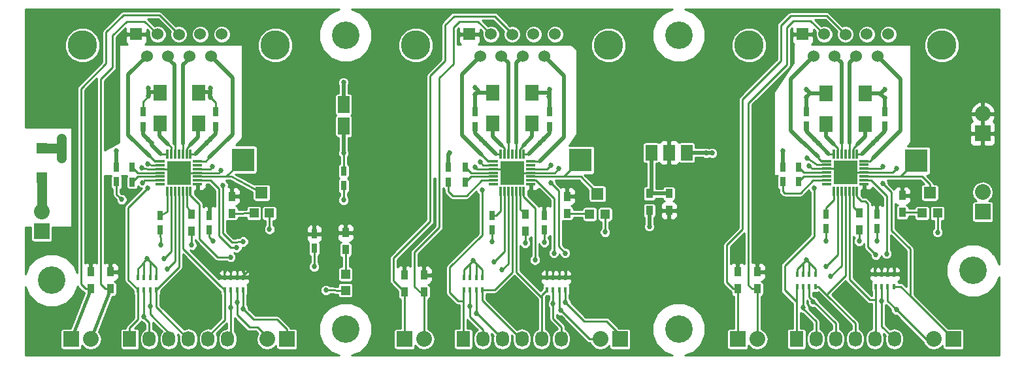
<source format=gtl>
G04 #@! TF.FileFunction,Copper,L1,Top,Signal*
%FSLAX46Y46*%
G04 Gerber Fmt 4.6, Leading zero omitted, Abs format (unit mm)*
G04 Created by KiCad (PCBNEW (2015-01-16 BZR 5376)-product) date 2/20/2015 2:24:23 PM*
%MOMM*%
G01*
G04 APERTURE LIST*
%ADD10C,0.100000*%
%ADD11R,1.500000X2.200000*%
%ADD12R,0.750000X1.200000*%
%ADD13C,3.810000*%
%ADD14R,1.524000X1.524000*%
%ADD15C,1.524000*%
%ADD16R,2.032000X2.032000*%
%ADD17O,2.032000X2.032000*%
%ADD18R,1.727200X2.032000*%
%ADD19O,1.727200X2.032000*%
%ADD20R,0.900000X1.200000*%
%ADD21R,1.700000X2.000000*%
%ADD22R,0.400000X0.800000*%
%ADD23R,2.999740X2.999740*%
%ADD24R,3.800000X2.000000*%
%ADD25R,1.500000X2.000000*%
%ADD26R,1.600000X1.500000*%
%ADD27R,1.200000X1.200000*%
%ADD28R,3.150000X3.150000*%
%ADD29R,1.150000X0.300000*%
%ADD30R,0.300000X1.150000*%
%ADD31C,0.685800*%
%ADD32C,3.556000*%
%ADD33R,1.470000X1.370000*%
%ADD34C,0.508000*%
%ADD35C,0.254000*%
%ADD36C,1.270000*%
%ADD37C,0.406400*%
G04 APERTURE END LIST*
D10*
D11*
X122936000Y-61298000D03*
X122936000Y-58498000D03*
D12*
X139954000Y-59451200D03*
X139954000Y-61351200D03*
X192024000Y-74610000D03*
X192024000Y-72710000D03*
X119126000Y-75250000D03*
X119126000Y-77150000D03*
X105537000Y-72837000D03*
X105537000Y-74737000D03*
X148945600Y-72837000D03*
X148945600Y-74737000D03*
X95554800Y-66639400D03*
X95554800Y-68539400D03*
X138734800Y-66639400D03*
X138734800Y-68539400D03*
X181864000Y-66614000D03*
X181864000Y-68514000D03*
X93522800Y-66614000D03*
X93522800Y-68514000D03*
X136525000Y-66639400D03*
X136525000Y-68539400D03*
X179832000Y-66614000D03*
X179832000Y-68514000D03*
X99187000Y-74737000D03*
X99187000Y-72837000D03*
X142163800Y-74737000D03*
X142163800Y-72837000D03*
X185420000Y-74610000D03*
X185420000Y-72710000D03*
D13*
X89105000Y-50800000D03*
X114095000Y-50800000D03*
D14*
X96060000Y-49380000D03*
D15*
X98830000Y-49380000D03*
X101600000Y-49403000D03*
X104370000Y-49380000D03*
X107140000Y-49380000D03*
X97445000Y-52220000D03*
X100215000Y-52220000D03*
X102985000Y-52220000D03*
X105755000Y-52220000D03*
D16*
X115570000Y-88900000D03*
D17*
X113030000Y-88900000D03*
D16*
X158750000Y-88900000D03*
D17*
X156210000Y-88900000D03*
D16*
X201930000Y-88900000D03*
D17*
X199390000Y-88900000D03*
D16*
X83820000Y-74930000D03*
D17*
X83820000Y-72390000D03*
D18*
X95224600Y-88900000D03*
D19*
X97764600Y-88900000D03*
X100304600Y-88900000D03*
X102844600Y-88900000D03*
X105384600Y-88900000D03*
X107924600Y-88900000D03*
D18*
X138430000Y-88900000D03*
D19*
X140970000Y-88900000D03*
X143510000Y-88900000D03*
X146050000Y-88900000D03*
X148590000Y-88900000D03*
X151130000Y-88900000D03*
D18*
X181610000Y-88900000D03*
D19*
X184150000Y-88900000D03*
X186690000Y-88900000D03*
X189230000Y-88900000D03*
X191770000Y-88900000D03*
X194310000Y-88900000D03*
D16*
X205740000Y-62230000D03*
D17*
X205740000Y-59690000D03*
D16*
X205740000Y-72390000D03*
D17*
X205740000Y-69850000D03*
D16*
X87630000Y-88900000D03*
D17*
X90170000Y-88900000D03*
D16*
X130810000Y-88900000D03*
D17*
X133350000Y-88900000D03*
D16*
X173990000Y-88900000D03*
D17*
X176530000Y-88900000D03*
D13*
X175465000Y-50800000D03*
X200455000Y-50800000D03*
D14*
X182420000Y-49380000D03*
D15*
X185190000Y-49380000D03*
X187960000Y-49403000D03*
X190730000Y-49380000D03*
X193500000Y-49380000D03*
X183805000Y-52220000D03*
X186575000Y-52220000D03*
X189345000Y-52220000D03*
X192115000Y-52220000D03*
D20*
X165100000Y-70020000D03*
X165100000Y-72220000D03*
X123190000Y-77300000D03*
X123190000Y-75100000D03*
X162560000Y-72220000D03*
X162560000Y-70020000D03*
X92710000Y-82380000D03*
X92710000Y-80180000D03*
X90170000Y-82380000D03*
X90170000Y-80180000D03*
X133350000Y-82786400D03*
X133350000Y-80586400D03*
X130810000Y-82786400D03*
X130810000Y-80586400D03*
X176530000Y-82380000D03*
X176530000Y-80180000D03*
X173990000Y-82380000D03*
X173990000Y-80180000D03*
D21*
X104140000Y-56928000D03*
X104140000Y-60928000D03*
X147320000Y-56953400D03*
X147320000Y-60953400D03*
X190500000Y-57055000D03*
X190500000Y-61055000D03*
X99187000Y-56928000D03*
X99187000Y-60928000D03*
X142240000Y-56953400D03*
X142240000Y-60953400D03*
X185420000Y-57055000D03*
X185420000Y-61055000D03*
D20*
X103251000Y-74887000D03*
X103251000Y-72687000D03*
X146456400Y-74887000D03*
X146456400Y-72687000D03*
X189738000Y-74760000D03*
X189738000Y-72560000D03*
X108458000Y-72601000D03*
X108458000Y-70401000D03*
X151892000Y-72601000D03*
X151892000Y-70401000D03*
X195326000Y-72474000D03*
X195326000Y-70274000D03*
D22*
X107537400Y-82486400D03*
X108337400Y-82486400D03*
X109137400Y-82486400D03*
X109937400Y-82486400D03*
X109937400Y-80886400D03*
X109137400Y-80886400D03*
X108337400Y-80886400D03*
X107537400Y-80886400D03*
X149269600Y-82486400D03*
X150069600Y-82486400D03*
X150869600Y-82486400D03*
X151669600Y-82486400D03*
X151669600Y-80886400D03*
X150869600Y-80886400D03*
X150069600Y-80886400D03*
X149269600Y-80886400D03*
X191840000Y-82080000D03*
X192640000Y-82080000D03*
X193440000Y-82080000D03*
X194240000Y-82080000D03*
X194240000Y-80480000D03*
X193440000Y-80480000D03*
X192640000Y-80480000D03*
X191840000Y-80480000D03*
X98685200Y-80886400D03*
X97885200Y-80886400D03*
X97085200Y-80886400D03*
X96285200Y-80886400D03*
X96285200Y-82486400D03*
X97085200Y-82486400D03*
X97885200Y-82486400D03*
X98685200Y-82486400D03*
X140925400Y-80886400D03*
X140125400Y-80886400D03*
X139325400Y-80886400D03*
X138525400Y-80886400D03*
X138525400Y-82486400D03*
X139325400Y-82486400D03*
X140125400Y-82486400D03*
X140925400Y-82486400D03*
X184080000Y-80480000D03*
X183280000Y-80480000D03*
X182480000Y-80480000D03*
X181680000Y-80480000D03*
X181680000Y-82080000D03*
X182480000Y-82080000D03*
X183280000Y-82080000D03*
X184080000Y-82080000D03*
D23*
X109880400Y-65659000D03*
X153619200Y-65709800D03*
X197104000Y-65786000D03*
D24*
X165100000Y-58420000D03*
D25*
X162800000Y-64720000D03*
X165100000Y-64720000D03*
X167400000Y-64720000D03*
D26*
X112318800Y-69924000D03*
D27*
X113318800Y-72574000D03*
X111318800Y-72574000D03*
D26*
X155829000Y-70051000D03*
D27*
X156829000Y-72701000D03*
X154829000Y-72701000D03*
D26*
X198882000Y-69924000D03*
D27*
X199882000Y-72574000D03*
X197882000Y-72574000D03*
D13*
X132285000Y-50800000D03*
X157275000Y-50800000D03*
D14*
X139240000Y-49380000D03*
D15*
X142010000Y-49380000D03*
X144780000Y-49403000D03*
X147550000Y-49380000D03*
X150320000Y-49380000D03*
X140625000Y-52220000D03*
X143395000Y-52220000D03*
X146165000Y-52220000D03*
X148935000Y-52220000D03*
D27*
X123190000Y-80484000D03*
X123190000Y-82584000D03*
D28*
X187960000Y-67310000D03*
D29*
X185560000Y-65810000D03*
X185560000Y-66310000D03*
X185560000Y-66810000D03*
X185560000Y-67310000D03*
X185560000Y-67810000D03*
X185560000Y-68310000D03*
X185560000Y-68810000D03*
X190360000Y-68810000D03*
X190360000Y-68310000D03*
X190360000Y-67810000D03*
X190360000Y-67310000D03*
X190360000Y-66810000D03*
X190360000Y-66310000D03*
X190360000Y-65810000D03*
D30*
X186460000Y-69710000D03*
X186960000Y-69710000D03*
X187460000Y-69710000D03*
X187960000Y-69710000D03*
X188460000Y-69710000D03*
X188960000Y-69710000D03*
X189460000Y-69710000D03*
X189460000Y-64910000D03*
X188960000Y-64910000D03*
X188460000Y-64910000D03*
X187960000Y-64910000D03*
X187460000Y-64910000D03*
X186960000Y-64910000D03*
X186460000Y-64910000D03*
D31*
X186960000Y-66310000D03*
X187960000Y-66310000D03*
X188960000Y-66310000D03*
X186960000Y-67310000D03*
X187960000Y-67310000D03*
X188960000Y-67310000D03*
X188960000Y-68310000D03*
X187960000Y-68310000D03*
X186960000Y-68310000D03*
D28*
X144780000Y-67335400D03*
D29*
X142380000Y-65835400D03*
X142380000Y-66335400D03*
X142380000Y-66835400D03*
X142380000Y-67335400D03*
X142380000Y-67835400D03*
X142380000Y-68335400D03*
X142380000Y-68835400D03*
X147180000Y-68835400D03*
X147180000Y-68335400D03*
X147180000Y-67835400D03*
X147180000Y-67335400D03*
X147180000Y-66835400D03*
X147180000Y-66335400D03*
X147180000Y-65835400D03*
D30*
X143280000Y-69735400D03*
X143780000Y-69735400D03*
X144280000Y-69735400D03*
X144780000Y-69735400D03*
X145280000Y-69735400D03*
X145780000Y-69735400D03*
X146280000Y-69735400D03*
X146280000Y-64935400D03*
X145780000Y-64935400D03*
X145280000Y-64935400D03*
X144780000Y-64935400D03*
X144280000Y-64935400D03*
X143780000Y-64935400D03*
X143280000Y-64935400D03*
D31*
X143780000Y-66335400D03*
X144780000Y-66335400D03*
X145780000Y-66335400D03*
X143780000Y-67335400D03*
X144780000Y-67335400D03*
X145780000Y-67335400D03*
X145780000Y-68335400D03*
X144780000Y-68335400D03*
X143780000Y-68335400D03*
D28*
X101600000Y-67335400D03*
D29*
X99200000Y-65835400D03*
X99200000Y-66335400D03*
X99200000Y-66835400D03*
X99200000Y-67335400D03*
X99200000Y-67835400D03*
X99200000Y-68335400D03*
X99200000Y-68835400D03*
X104000000Y-68835400D03*
X104000000Y-68335400D03*
X104000000Y-67835400D03*
X104000000Y-67335400D03*
X104000000Y-66835400D03*
X104000000Y-66335400D03*
X104000000Y-65835400D03*
D30*
X100100000Y-69735400D03*
X100600000Y-69735400D03*
X101100000Y-69735400D03*
X101600000Y-69735400D03*
X102100000Y-69735400D03*
X102600000Y-69735400D03*
X103100000Y-69735400D03*
X103100000Y-64935400D03*
X102600000Y-64935400D03*
X102100000Y-64935400D03*
X101600000Y-64935400D03*
X101100000Y-64935400D03*
X100600000Y-64935400D03*
X100100000Y-64935400D03*
D31*
X100600000Y-66335400D03*
X101600000Y-66335400D03*
X102600000Y-66335400D03*
X100600000Y-67335400D03*
X101600000Y-67335400D03*
X102600000Y-67335400D03*
X102600000Y-68335400D03*
X101600000Y-68335400D03*
X100600000Y-68335400D03*
D12*
X106400600Y-59425800D03*
X106400600Y-61325800D03*
X96926400Y-59451200D03*
X96926400Y-61351200D03*
X149606000Y-59451200D03*
X149606000Y-61351200D03*
X182880000Y-59375000D03*
X182880000Y-61275000D03*
X193040000Y-59375000D03*
X193040000Y-61275000D03*
X122936000Y-69022000D03*
X122936000Y-67122000D03*
D32*
X166370000Y-87630000D03*
X123190000Y-49530000D03*
X123190000Y-87630000D03*
X166370000Y-49530000D03*
X204470000Y-80010000D03*
X85090000Y-81280000D03*
D33*
X83820000Y-67925000D03*
X83820000Y-64155000D03*
D31*
X122936000Y-64770000D03*
X191516000Y-63500000D03*
X192024000Y-62992000D03*
X183896000Y-62992000D03*
X97536000Y-62992000D03*
X105664000Y-62992000D03*
X140716000Y-62992000D03*
X148844000Y-62992000D03*
X170688000Y-64770000D03*
X169926000Y-64770000D03*
X184404000Y-63500000D03*
X179832000Y-64516000D03*
X148336000Y-63500000D03*
X141224000Y-63500000D03*
X136652000Y-64770000D03*
X105156000Y-63500000D03*
X98044000Y-63500000D03*
X93472000Y-64516000D03*
X86360000Y-62865000D03*
X86360000Y-64135000D03*
X86360000Y-65405000D03*
X122936000Y-55626000D03*
X122936000Y-70866000D03*
X120650000Y-82550000D03*
X119126000Y-79502000D03*
X162560000Y-74295000D03*
X193040000Y-57658000D03*
X193040000Y-56515000D03*
X182880000Y-57531000D03*
X182880000Y-56515000D03*
X183261000Y-66421000D03*
X199898000Y-75057000D03*
X192024000Y-76200000D03*
X189738000Y-76200000D03*
X185420000Y-76200000D03*
X182880000Y-78613000D03*
X194564000Y-66802000D03*
X139954000Y-57175400D03*
X139979400Y-56286400D03*
X149580600Y-57480200D03*
X149606000Y-56515000D03*
X139725400Y-78689200D03*
X156819600Y-75031600D03*
X148945600Y-76352400D03*
X146456400Y-76454000D03*
X142138400Y-76301600D03*
X139954000Y-66598800D03*
X150850600Y-66776600D03*
X105664000Y-57531000D03*
X97663000Y-57404000D03*
X97490280Y-78478380D03*
X113334800Y-74650600D03*
X103251000Y-76708000D03*
X99237800Y-76657200D03*
X107055920Y-67025520D03*
X96774000Y-66675000D03*
X97663000Y-56388000D03*
X105664000Y-56388000D03*
X106045000Y-76200000D03*
X119126000Y-73152000D03*
X123190000Y-73152000D03*
X165100000Y-74295000D03*
X191516000Y-70358000D03*
X195326000Y-68580000D03*
X173990000Y-78613000D03*
X176530000Y-78613000D03*
X190373000Y-79883000D03*
X190754000Y-78740000D03*
X194437000Y-77978000D03*
X195326000Y-78486000D03*
X90170000Y-78740000D03*
X150063200Y-78841600D03*
X130810000Y-78968600D03*
X133375400Y-78943200D03*
X151917400Y-68808600D03*
X147878800Y-70662800D03*
X108458000Y-68961000D03*
X106172000Y-79883000D03*
X107315000Y-79248000D03*
X110871000Y-78359000D03*
X111125000Y-79502000D03*
X92710000Y-78740000D03*
X104521000Y-70612000D03*
X96850200Y-68605400D03*
X94183200Y-70789800D03*
X109923580Y-76260960D03*
X109905800Y-84988400D03*
X105971340Y-66558160D03*
X107315000Y-68961000D03*
X109080300Y-77025500D03*
X109143800Y-84099400D03*
X151663400Y-84150200D03*
X151638000Y-77749400D03*
X149758400Y-68630800D03*
X149758400Y-66370200D03*
X151028400Y-85191600D03*
X150190200Y-77749400D03*
X192786000Y-68707000D03*
X192786000Y-66548000D03*
X194564000Y-85090000D03*
X193294000Y-77851000D03*
X99634040Y-78470760D03*
X97078800Y-86004400D03*
X100126800Y-79781400D03*
X97866200Y-84632800D03*
X97523300Y-69342000D03*
X97536000Y-66167000D03*
X108305600Y-84785200D03*
X108305600Y-78257400D03*
X139319000Y-84607400D03*
X142417800Y-78867000D03*
X140182600Y-85572600D03*
X143484600Y-79908400D03*
X140639800Y-65963800D03*
X140868400Y-69596000D03*
X150088600Y-84328000D03*
X147726400Y-78638400D03*
X182499000Y-84836000D03*
X185420000Y-79502000D03*
X183769000Y-84074000D03*
X186055000Y-80772000D03*
X183007000Y-65405000D03*
X183896000Y-69342000D03*
X192659000Y-83947000D03*
X191897000Y-77978000D03*
D34*
X122936000Y-61298000D02*
X122936000Y-64770000D01*
D35*
X122936000Y-67122000D02*
X122936000Y-64770000D01*
D34*
X192024000Y-62992000D02*
X191516000Y-63500000D01*
X184404000Y-63500000D02*
X183896000Y-62992000D01*
X98044000Y-63500000D02*
X97536000Y-62992000D01*
X105156000Y-63500000D02*
X105664000Y-62992000D01*
X141224000Y-63500000D02*
X140716000Y-62992000D01*
X148336000Y-63500000D02*
X148844000Y-62992000D01*
X170688000Y-64770000D02*
X169926000Y-64770000D01*
X167400000Y-64720000D02*
X169876000Y-64720000D01*
X169876000Y-64720000D02*
X169926000Y-64770000D01*
X193040000Y-61275000D02*
X193040000Y-61976000D01*
X193040000Y-61976000D02*
X191516000Y-63500000D01*
D35*
X189460000Y-64910000D02*
X190106000Y-64910000D01*
D34*
X190106000Y-64910000D02*
X191516000Y-63500000D01*
X182880000Y-61275000D02*
X182880000Y-61976000D01*
X182880000Y-61976000D02*
X184404000Y-63500000D01*
D35*
X186460000Y-64910000D02*
X185814000Y-64910000D01*
D34*
X185814000Y-64910000D02*
X184404000Y-63500000D01*
X179832000Y-66614000D02*
X179832000Y-64516000D01*
X149606000Y-61351200D02*
X149606000Y-62230000D01*
X149606000Y-62230000D02*
X148336000Y-63500000D01*
D35*
X146280000Y-64935400D02*
X146900600Y-64935400D01*
D34*
X146900600Y-64935400D02*
X148336000Y-63500000D01*
X139954000Y-61351200D02*
X139954000Y-62230000D01*
X139954000Y-62230000D02*
X141224000Y-63500000D01*
D35*
X143280000Y-64935400D02*
X142659400Y-64935400D01*
D34*
X142659400Y-64935400D02*
X141224000Y-63500000D01*
X136525000Y-66639400D02*
X136525000Y-64897000D01*
X136525000Y-64897000D02*
X136652000Y-64770000D01*
X106400600Y-61325800D02*
X106400600Y-62255400D01*
X106400600Y-62255400D02*
X105156000Y-63500000D01*
D35*
X103100000Y-64935400D02*
X103720600Y-64935400D01*
D34*
X103720600Y-64935400D02*
X105156000Y-63500000D01*
D35*
X100100000Y-64935400D02*
X99225400Y-64935400D01*
D34*
X98044000Y-63754000D02*
X98044000Y-63500000D01*
X99225400Y-64935400D02*
X98044000Y-63754000D01*
X96926400Y-61351200D02*
X96926400Y-62382400D01*
X96926400Y-62382400D02*
X98044000Y-63500000D01*
X93522800Y-66614000D02*
X93522800Y-64566800D01*
X93522800Y-64566800D02*
X93472000Y-64516000D01*
D36*
X86360000Y-64135000D02*
X86360000Y-62865000D01*
X86360000Y-65405000D02*
X86360000Y-64135000D01*
X86340000Y-64155000D02*
X86360000Y-64135000D01*
X86340000Y-64155000D02*
X83820000Y-64155000D01*
D34*
X122936000Y-58498000D02*
X122936000Y-55626000D01*
D35*
X122936000Y-69022000D02*
X122936000Y-70866000D01*
X123190000Y-82584000D02*
X120650000Y-82550000D01*
X119126000Y-77150000D02*
X119126000Y-79502000D01*
D34*
X162560000Y-72220000D02*
X162560000Y-74295000D01*
X193040000Y-59375000D02*
X193040000Y-57658000D01*
X193040000Y-57658000D02*
X192468500Y-57086500D01*
X192468500Y-57086500D02*
X193040000Y-56515000D01*
X192468500Y-57086500D02*
X192437000Y-57055000D01*
X192437000Y-57055000D02*
X190500000Y-57055000D01*
X182880000Y-59375000D02*
X182880000Y-57531000D01*
X183356000Y-57055000D02*
X182880000Y-57531000D01*
X183356000Y-57055000D02*
X183388000Y-57055000D01*
X183388000Y-57055000D02*
X183388000Y-57023000D01*
X183388000Y-57023000D02*
X182880000Y-56515000D01*
X185420000Y-57055000D02*
X183388000Y-57055000D01*
D35*
X185560000Y-66810000D02*
X183650000Y-66810000D01*
X183650000Y-66810000D02*
X183261000Y-66421000D01*
X190360000Y-67310000D02*
X187960000Y-67310000D01*
X185560000Y-66810000D02*
X187460000Y-66810000D01*
X187460000Y-66810000D02*
X187960000Y-67310000D01*
X199882000Y-72574000D02*
X199882000Y-75041000D01*
X199882000Y-75041000D02*
X199898000Y-75057000D01*
X192024000Y-74610000D02*
X192024000Y-76200000D01*
X189738000Y-74760000D02*
X189738000Y-76200000D01*
X185420000Y-74610000D02*
X185420000Y-76200000D01*
X184080000Y-80480000D02*
X184080000Y-79813000D01*
X184080000Y-79813000D02*
X182880000Y-78613000D01*
X183280000Y-80480000D02*
X183280000Y-79013000D01*
X183280000Y-79013000D02*
X182880000Y-78613000D01*
X182480000Y-80480000D02*
X182480000Y-79013000D01*
X181680000Y-79813000D02*
X182880000Y-78613000D01*
X181680000Y-79813000D02*
X181680000Y-80480000D01*
X182480000Y-79013000D02*
X182880000Y-78613000D01*
X190360000Y-67310000D02*
X194056000Y-67310000D01*
X194056000Y-67310000D02*
X194564000Y-66802000D01*
D34*
X139954000Y-59451200D02*
X139954000Y-57175400D01*
X140176000Y-56953400D02*
X139954000Y-57175400D01*
X140176000Y-56953400D02*
X140385800Y-56953400D01*
X140385800Y-56953400D02*
X140385800Y-56692800D01*
X140385800Y-56692800D02*
X139979400Y-56286400D01*
X142240000Y-56953400D02*
X140385800Y-56953400D01*
X149606000Y-59451200D02*
X149606000Y-57505600D01*
X149606000Y-56960000D02*
X149599400Y-56953400D01*
X149606000Y-56960000D02*
X149606000Y-57454800D01*
X149606000Y-57454800D02*
X149580600Y-57480200D01*
X149606000Y-57505600D02*
X149580600Y-57480200D01*
X149599400Y-56953400D02*
X149599400Y-56521600D01*
X149599400Y-56521600D02*
X149606000Y-56515000D01*
X147320000Y-56953400D02*
X149599400Y-56953400D01*
D35*
X139325400Y-80886400D02*
X139325400Y-79089200D01*
X139325400Y-79089200D02*
X139725400Y-78689200D01*
X140125400Y-80886400D02*
X140125400Y-79089200D01*
X140125400Y-79089200D02*
X139725400Y-78689200D01*
X140925400Y-80886400D02*
X140925400Y-79889200D01*
X138525400Y-79889200D02*
X139725400Y-78689200D01*
X138525400Y-79889200D02*
X138525400Y-80886400D01*
X140925400Y-79889200D02*
X139725400Y-78689200D01*
X156829000Y-72701000D02*
X156829000Y-75022200D01*
X156829000Y-75022200D02*
X156819600Y-75031600D01*
X148945600Y-74737000D02*
X148945600Y-76352400D01*
X146456400Y-74887000D02*
X146456400Y-76454000D01*
X142163800Y-74737000D02*
X142163800Y-76276200D01*
X142163800Y-76276200D02*
X142138400Y-76301600D01*
X142380000Y-66835400D02*
X140190600Y-66835400D01*
X140190600Y-66835400D02*
X139954000Y-66598800D01*
X147180000Y-67335400D02*
X150291800Y-67335400D01*
X150291800Y-67335400D02*
X150850600Y-66776600D01*
X142380000Y-66835400D02*
X144280000Y-66835400D01*
X144280000Y-66835400D02*
X144780000Y-67335400D01*
X147180000Y-67335400D02*
X144780000Y-67335400D01*
X106400600Y-59425800D02*
X106400600Y-58267600D01*
D34*
X105632000Y-57499000D02*
X105664000Y-56896000D01*
X105632000Y-57499000D02*
X105664000Y-57531000D01*
D35*
X106400600Y-58267600D02*
X105664000Y-57531000D01*
X96926400Y-59451200D02*
X96926400Y-58140600D01*
D34*
X97695000Y-57372000D02*
X97663000Y-56896000D01*
X97695000Y-57372000D02*
X97663000Y-57404000D01*
D35*
X96926400Y-58140600D02*
X97663000Y-57404000D01*
X96285200Y-80886400D02*
X96285200Y-79792680D01*
X96285200Y-79792680D02*
X97490280Y-78478380D01*
X96285200Y-80886400D02*
X96272600Y-80899000D01*
X113318800Y-72574000D02*
X113344200Y-74641200D01*
X113344200Y-74641200D02*
X113334800Y-74650600D01*
X103251000Y-74887000D02*
X103251000Y-75946000D01*
X103251000Y-75946000D02*
X103251000Y-76708000D01*
X99187000Y-74737000D02*
X99248000Y-76667400D01*
X99248000Y-76667400D02*
X99237800Y-76657200D01*
X99200000Y-66835400D02*
X97671000Y-66835400D01*
X97671000Y-66835400D02*
X96774000Y-66675000D01*
X101100000Y-66835400D02*
X99200000Y-66835400D01*
X101600000Y-67335400D02*
X101100000Y-66835400D01*
X104000000Y-67335400D02*
X101600000Y-67335400D01*
X101554280Y-67335400D02*
X101600000Y-67335400D01*
X100528120Y-68361560D02*
X101554280Y-67335400D01*
X106751120Y-67330320D02*
X107055920Y-67025520D01*
X104000000Y-67335400D02*
X106751120Y-67330320D01*
X98685200Y-79673300D02*
X97490280Y-78478380D01*
X98685200Y-80886400D02*
X98685200Y-79673300D01*
X97885200Y-78873300D02*
X97490280Y-78478380D01*
X97885200Y-80886400D02*
X97885200Y-78873300D01*
X97085200Y-78883460D02*
X97490280Y-78478380D01*
X97085200Y-80886400D02*
X97085200Y-78883460D01*
D34*
X97663000Y-56896000D02*
X97631000Y-56864000D01*
X97631000Y-56864000D02*
X97663000Y-56388000D01*
X99187000Y-56928000D02*
X97663000Y-56896000D01*
X105664000Y-56896000D02*
X105696000Y-56864000D01*
X105696000Y-56864000D02*
X105664000Y-56388000D01*
X104140000Y-56928000D02*
X105664000Y-56896000D01*
D35*
X105537000Y-75692000D02*
X106045000Y-76200000D01*
X105537000Y-74737000D02*
X105537000Y-75692000D01*
X119126000Y-75250000D02*
X119126000Y-73152000D01*
X123190000Y-75100000D02*
X123190000Y-73152000D01*
D34*
X165100000Y-72220000D02*
X165100000Y-74295000D01*
D35*
X192024000Y-72710000D02*
X192024000Y-70866000D01*
X190360000Y-69202000D02*
X191516000Y-70358000D01*
X190360000Y-69202000D02*
X190360000Y-68810000D01*
X192024000Y-70866000D02*
X191516000Y-70358000D01*
X195326000Y-70274000D02*
X195326000Y-68580000D01*
X173990000Y-80180000D02*
X173990000Y-78613000D01*
X176530000Y-80180000D02*
X176530000Y-78613000D01*
X191840000Y-80480000D02*
X190970000Y-80480000D01*
X190970000Y-80480000D02*
X190373000Y-79883000D01*
X192640000Y-80480000D02*
X192640000Y-79864000D01*
X191516000Y-78740000D02*
X190754000Y-78740000D01*
X192640000Y-79864000D02*
X191516000Y-78740000D01*
X193440000Y-80480000D02*
X193440000Y-78975000D01*
X193440000Y-78975000D02*
X194437000Y-77978000D01*
X194240000Y-80480000D02*
X194240000Y-79572000D01*
X194240000Y-79572000D02*
X195326000Y-78486000D01*
X90170000Y-80180000D02*
X90170000Y-78740000D01*
X150069600Y-80886400D02*
X150069600Y-78848000D01*
X150069600Y-78848000D02*
X150063200Y-78841600D01*
X150869600Y-80886400D02*
X150869600Y-79648000D01*
X150869600Y-79648000D02*
X150063200Y-78841600D01*
X151669600Y-80886400D02*
X151669600Y-79406600D01*
X149269600Y-79635200D02*
X149269600Y-80886400D01*
X149269600Y-79635200D02*
X150063200Y-78841600D01*
X151104600Y-78841600D02*
X150063200Y-78841600D01*
X151669600Y-79406600D02*
X151104600Y-78841600D01*
X130810000Y-80586400D02*
X130810000Y-78968600D01*
X133350000Y-80586400D02*
X133350000Y-78968600D01*
X133350000Y-78968600D02*
X133375400Y-78943200D01*
X151892000Y-70401000D02*
X151892000Y-68834000D01*
X151892000Y-68834000D02*
X151917400Y-68808600D01*
X148945600Y-72837000D02*
X148945600Y-71729600D01*
X147180000Y-69964000D02*
X147878800Y-70662800D01*
X147180000Y-69964000D02*
X147180000Y-68835400D01*
X148945600Y-71729600D02*
X147878800Y-70662800D01*
X108381800Y-69037200D02*
X108458000Y-68961000D01*
X108458000Y-70401000D02*
X108381800Y-69037200D01*
X107175400Y-80886400D02*
X106172000Y-79883000D01*
X107537400Y-80886400D02*
X107175400Y-80886400D01*
X108337400Y-80270400D02*
X107315000Y-79248000D01*
X108337400Y-80886400D02*
X108337400Y-80270400D01*
X109137400Y-80092600D02*
X109137400Y-80886400D01*
X110871000Y-78359000D02*
X109137400Y-80092600D01*
X109937400Y-80689600D02*
X111125000Y-79502000D01*
X109937400Y-80886400D02*
X109937400Y-80689600D01*
X92710000Y-80180000D02*
X92710000Y-78740000D01*
X105537000Y-71628000D02*
X104521000Y-70612000D01*
X104000000Y-70091000D02*
X104000000Y-68835400D01*
X104000000Y-70091000D02*
X104521000Y-70612000D01*
X105537000Y-72837000D02*
X105537000Y-71628000D01*
X96250800Y-67335400D02*
X95554800Y-66639400D01*
X99200000Y-67335400D02*
X96250800Y-67335400D01*
X99192800Y-67828200D02*
X99200000Y-67835400D01*
X96258800Y-67835400D02*
X95554800Y-68539400D01*
X99200000Y-67835400D02*
X96258800Y-67835400D01*
X142380000Y-67335400D02*
X139430800Y-67335400D01*
X139430800Y-67335400D02*
X138734800Y-66639400D01*
X142380000Y-67835400D02*
X139438800Y-67835400D01*
X139438800Y-67835400D02*
X138734800Y-68539400D01*
X185560000Y-67310000D02*
X182560000Y-67310000D01*
X182560000Y-67310000D02*
X181864000Y-66614000D01*
X185560000Y-67810000D02*
X182568000Y-67810000D01*
X182568000Y-67810000D02*
X181864000Y-68514000D01*
X97120200Y-68335400D02*
X96850200Y-68605400D01*
X94183200Y-70789800D02*
X93522800Y-70129400D01*
X93522800Y-70129400D02*
X93522800Y-68514000D01*
X99200000Y-68335400D02*
X97120200Y-68335400D01*
X142380000Y-68335400D02*
X140859000Y-68335400D01*
X136525000Y-69773800D02*
X136525000Y-68539400D01*
X137058400Y-70307200D02*
X136525000Y-69773800D01*
X138887200Y-70307200D02*
X137058400Y-70307200D01*
X140859000Y-68335400D02*
X138887200Y-70307200D01*
X185560000Y-68310000D02*
X183785000Y-68310000D01*
X179832000Y-69723000D02*
X179832000Y-68514000D01*
X180086000Y-69977000D02*
X179832000Y-69723000D01*
X182118000Y-69977000D02*
X180086000Y-69977000D01*
X183785000Y-68310000D02*
X182118000Y-69977000D01*
X100100000Y-69735400D02*
X100100000Y-72330400D01*
X100100000Y-72330400D02*
X99187000Y-72837000D01*
X142163800Y-72837000D02*
X142707400Y-72837000D01*
X143280000Y-72264400D02*
X143280000Y-69735400D01*
X142707400Y-72837000D02*
X143280000Y-72264400D01*
X185420000Y-72710000D02*
X185420000Y-71882000D01*
X186460000Y-70842000D02*
X186460000Y-69710000D01*
X185420000Y-71882000D02*
X186460000Y-70842000D01*
D36*
X83820000Y-72390000D02*
X83820000Y-67925000D01*
D37*
X90170000Y-88900000D02*
X92710000Y-82380000D01*
D35*
X92032000Y-82380000D02*
X91440000Y-81788000D01*
X91440000Y-81788000D02*
X91440000Y-55219600D01*
X91440000Y-55219600D02*
X93014800Y-53644800D01*
X93014800Y-53644800D02*
X93014800Y-49530000D01*
X93014800Y-49530000D02*
X94818200Y-47726600D01*
X97176600Y-47726600D02*
X98830000Y-49380000D01*
X94818200Y-47726600D02*
X97176600Y-47726600D01*
X92710000Y-82380000D02*
X92032000Y-82380000D01*
D37*
X87630000Y-88900000D02*
X90170000Y-82380000D01*
D35*
X89492000Y-82380000D02*
X88900000Y-81788000D01*
X88900000Y-81788000D02*
X88900000Y-76708000D01*
X99085400Y-46888400D02*
X101600000Y-49403000D01*
X88900000Y-76708000D02*
X88900000Y-56438800D01*
X94386400Y-46888400D02*
X99085400Y-46888400D01*
X92176600Y-49098200D02*
X94386400Y-46888400D01*
X92176600Y-53162200D02*
X92176600Y-49098200D01*
X88900000Y-56438800D02*
X92176600Y-53162200D01*
X90170000Y-82380000D02*
X89492000Y-82380000D01*
X105081200Y-65835400D02*
X105537000Y-65379600D01*
D34*
X105537000Y-65379600D02*
X108534200Y-62382400D01*
D35*
X104776400Y-65835400D02*
X104000000Y-65835400D01*
D34*
X105755000Y-52220000D02*
X108534200Y-54999200D01*
X108534200Y-62382400D02*
X108534200Y-54999200D01*
D35*
X104776400Y-65835400D02*
X105081200Y-65835400D01*
D34*
X102985000Y-52220000D02*
X102985000Y-52526500D01*
D35*
X102100000Y-63635000D02*
X102171500Y-63563500D01*
D34*
X102171500Y-53340000D02*
X102985000Y-52526500D01*
X102171500Y-53340000D02*
X102171500Y-63563500D01*
D35*
X102100000Y-64935400D02*
X102100000Y-63635000D01*
D34*
X100215000Y-52220000D02*
X100215000Y-52526500D01*
D35*
X101100000Y-63635000D02*
X101028500Y-63563500D01*
D34*
X101028500Y-53340000D02*
X100215000Y-52526500D01*
X101028500Y-53340000D02*
X101028500Y-63563500D01*
D35*
X101100000Y-64935400D02*
X101100000Y-63635000D01*
X98449000Y-65835400D02*
X97790000Y-65176400D01*
D34*
X97790000Y-65176400D02*
X95046800Y-62433200D01*
X95046800Y-62433200D02*
X95046800Y-54618200D01*
X95046800Y-54618200D02*
X97445000Y-52220000D01*
D35*
X99200000Y-65835400D02*
X98449000Y-65835400D01*
X115570000Y-88900000D02*
X115570000Y-87630000D01*
X111277400Y-86360000D02*
X109905800Y-84988400D01*
X114300000Y-86360000D02*
X111277400Y-86360000D01*
X115570000Y-87630000D02*
X114300000Y-86360000D01*
X109912000Y-85090000D02*
X109937400Y-82486400D01*
X109912000Y-84994600D02*
X109912000Y-85090000D01*
X109905800Y-84988400D02*
X109912000Y-84994600D01*
X107312460Y-75184000D02*
X107315000Y-75184000D01*
X109912000Y-84982200D02*
X109905800Y-84988400D01*
X109937400Y-82486400D02*
X109912000Y-84982200D01*
X109908340Y-76245720D02*
X109923580Y-76260960D01*
X107315000Y-75184000D02*
X108458000Y-76327000D01*
X108458000Y-76327000D02*
X109908340Y-76245720D01*
X105971340Y-66558160D02*
X105694100Y-66835400D01*
X105694100Y-66835400D02*
X105640760Y-66835400D01*
X107327700Y-68973700D02*
X107315000Y-75184000D01*
X107327700Y-68973700D02*
X107315000Y-68961000D01*
X104000000Y-66835400D02*
X104919400Y-66835400D01*
X104919400Y-66835400D02*
X105640760Y-66835400D01*
X113030000Y-88900000D02*
X113030000Y-88646000D01*
X113030000Y-88646000D02*
X111760000Y-87376000D01*
X109143800Y-85775800D02*
X109143800Y-84099400D01*
X110744000Y-87376000D02*
X109143800Y-85775800D01*
X111760000Y-87376000D02*
X110744000Y-87376000D01*
X109137400Y-84099400D02*
X109143800Y-84099400D01*
X109080300Y-77025500D02*
X109093000Y-77038200D01*
X109137400Y-82486400D02*
X109137400Y-84099400D01*
X106781600Y-69443600D02*
X105673400Y-68335400D01*
X105673400Y-68335400D02*
X105063800Y-68335400D01*
X106781600Y-73202800D02*
X106781600Y-75514200D01*
X106781600Y-75514200D02*
X108292900Y-77025500D01*
X108292900Y-77025500D02*
X109080300Y-77025500D01*
X104000000Y-68335400D02*
X105063800Y-68335400D01*
X106781600Y-73202800D02*
X106781600Y-69443600D01*
X147180000Y-66835400D02*
X149293200Y-66835400D01*
X151663400Y-84150200D02*
X151669600Y-84156400D01*
X150774400Y-76885800D02*
X151638000Y-77749400D01*
X150774400Y-69646800D02*
X150774400Y-76885800D01*
X149758400Y-68630800D02*
X150774400Y-69646800D01*
X149293200Y-66835400D02*
X149758400Y-66370200D01*
X158750000Y-88900000D02*
X158750000Y-88341200D01*
X158750000Y-88341200D02*
X156972000Y-86563200D01*
X156972000Y-86563200D02*
X154076400Y-86563200D01*
X154076400Y-86563200D02*
X151669600Y-84156400D01*
X151669600Y-84156400D02*
X151669600Y-82486400D01*
X147180000Y-68335400D02*
X147888200Y-68335400D01*
X151028400Y-85191600D02*
X151066500Y-85153500D01*
X150190200Y-70637400D02*
X150190200Y-77749400D01*
X147888200Y-68335400D02*
X150190200Y-70637400D01*
X156210000Y-88900000D02*
X154813000Y-88900000D01*
X150869600Y-84956600D02*
X150869600Y-82486400D01*
X154813000Y-88900000D02*
X151066500Y-85153500D01*
X151066500Y-85153500D02*
X150869600Y-84956600D01*
X190360000Y-66810000D02*
X192524000Y-66810000D01*
X196342000Y-77216000D02*
X196342000Y-83312000D01*
X193929000Y-74803000D02*
X196342000Y-77216000D01*
X193929000Y-69850000D02*
X193929000Y-74803000D01*
X192786000Y-68707000D02*
X193929000Y-69850000D01*
X192524000Y-66810000D02*
X192786000Y-66548000D01*
X194240000Y-82080000D02*
X195110000Y-82080000D01*
X195110000Y-82080000D02*
X196342000Y-83312000D01*
X196342000Y-83312000D02*
X201930000Y-88900000D01*
X190360000Y-68310000D02*
X191246000Y-68310000D01*
X193294000Y-70358000D02*
X193294000Y-77851000D01*
X191246000Y-68310000D02*
X193294000Y-70358000D01*
X193440000Y-82080000D02*
X193440000Y-83966000D01*
X193440000Y-83966000D02*
X194564000Y-85090000D01*
X194564000Y-85090000D02*
X198374000Y-88900000D01*
X198374000Y-88900000D02*
X199390000Y-88900000D01*
X97085200Y-82486400D02*
X97085200Y-85801200D01*
X97085200Y-85801200D02*
X97085200Y-86112400D01*
X97764600Y-86791800D02*
X97764600Y-88900000D01*
X97085200Y-86112400D02*
X97764600Y-86791800D01*
X100600000Y-77530200D02*
X99634040Y-78470760D01*
X97078800Y-86004400D02*
X97085200Y-85998000D01*
X97085200Y-85998000D02*
X97085200Y-85801200D01*
X100600000Y-69735400D02*
X100600000Y-77530200D01*
X100304600Y-88900000D02*
X100304600Y-88087200D01*
X97885200Y-85667800D02*
X97885200Y-84632800D01*
X97885200Y-84632800D02*
X97885200Y-82486400D01*
X100304600Y-88087200D02*
X97885200Y-85667800D01*
X101100000Y-78808200D02*
X100126800Y-79781400D01*
X97866200Y-84632800D02*
X97885200Y-84632800D01*
X101100000Y-69735400D02*
X101100000Y-78808200D01*
X101600000Y-69735400D02*
X101600000Y-79571600D01*
X101600000Y-79571600D02*
X98685200Y-82486400D01*
X98685200Y-82486400D02*
X98685200Y-84766000D01*
X98840800Y-84921600D02*
X102844600Y-88925400D01*
X98685200Y-84766000D02*
X98840800Y-84921600D01*
X102844600Y-88900000D02*
X102844600Y-88925400D01*
X95224600Y-88900000D02*
X95224600Y-87426800D01*
X96285200Y-86366200D02*
X96285200Y-82486400D01*
X95224600Y-87426800D02*
X96285200Y-86366200D01*
X95046800Y-81229200D02*
X95046800Y-71818500D01*
X95046800Y-71818500D02*
X97523300Y-69342000D01*
X97536000Y-66167000D02*
X98067620Y-66335400D01*
X98067620Y-66335400D02*
X99200000Y-66335400D01*
X96285200Y-82467600D02*
X95046800Y-81229200D01*
X96285200Y-82486400D02*
X96285200Y-82467600D01*
X107537400Y-82486400D02*
X106845000Y-81927600D01*
X102100000Y-77182600D02*
X102100000Y-69735400D01*
X106845000Y-81927600D02*
X102100000Y-77182600D01*
X105384600Y-88900000D02*
X105384600Y-88544400D01*
X105384600Y-88544400D02*
X107512000Y-86417000D01*
X107512000Y-86417000D02*
X107537400Y-82486400D01*
X103100000Y-69735400D02*
X103100000Y-70257800D01*
X108337400Y-82486400D02*
X108312000Y-84632800D01*
X108312000Y-84632800D02*
X108312000Y-88512600D01*
X108312000Y-88512600D02*
X107924600Y-88900000D01*
X104241600Y-71399400D02*
X104267000Y-71424800D01*
X103100000Y-70257800D02*
X104241600Y-71399400D01*
X104241600Y-75920600D02*
X106578400Y-78257400D01*
X106578400Y-78257400D02*
X108305600Y-78257400D01*
X108312000Y-84778800D02*
X108312000Y-84632800D01*
X108305600Y-84785200D02*
X108312000Y-84778800D01*
X104241600Y-71399400D02*
X104241600Y-75920600D01*
X143780000Y-69735400D02*
X143780000Y-77504800D01*
X143780000Y-77504800D02*
X142417800Y-78867000D01*
X139319000Y-84607400D02*
X139325400Y-84607400D01*
X139325400Y-84607400D02*
X139319000Y-84607400D01*
X139319000Y-84607400D02*
X139325400Y-84607400D01*
X140970000Y-88900000D02*
X140970000Y-87680800D01*
X139325400Y-86036200D02*
X139325400Y-84607400D01*
X139325400Y-84607400D02*
X139325400Y-82486400D01*
X140970000Y-87680800D02*
X139325400Y-86036200D01*
X144280000Y-69735400D02*
X144280000Y-79113000D01*
X140182600Y-85572600D02*
X140125400Y-85515400D01*
X144280000Y-79113000D02*
X143484600Y-79908400D01*
X140125400Y-82486400D02*
X140125400Y-85515400D01*
X140125400Y-85515400D02*
X143510000Y-88900000D01*
X140925400Y-82486400D02*
X142532200Y-82486400D01*
X144780000Y-80238600D02*
X144780000Y-69735400D01*
X142532200Y-82486400D02*
X144780000Y-80238600D01*
X146050000Y-88900000D02*
X145923000Y-88900000D01*
X145923000Y-88900000D02*
X140925400Y-83902400D01*
X140925400Y-83902400D02*
X140925400Y-82486400D01*
X138430000Y-83947000D02*
X137744200Y-83947000D01*
X141011400Y-66335400D02*
X142380000Y-66335400D01*
X140639800Y-65963800D02*
X141011400Y-66335400D01*
X140868400Y-75438000D02*
X140868400Y-69596000D01*
X136702800Y-79603600D02*
X140868400Y-75438000D01*
X136702800Y-82905600D02*
X136702800Y-79603600D01*
X137744200Y-83947000D02*
X136702800Y-82905600D01*
X138430000Y-88900000D02*
X138430000Y-83947000D01*
X138430000Y-83947000D02*
X138430000Y-82581800D01*
X138430000Y-82581800D02*
X138525400Y-82486400D01*
X148590000Y-83566000D02*
X148590000Y-83540600D01*
X145280000Y-80230600D02*
X145280000Y-69735400D01*
X148590000Y-83540600D02*
X145280000Y-80230600D01*
X148590000Y-88900000D02*
X148590000Y-83566000D01*
X148590000Y-83566000D02*
X148590000Y-83166000D01*
X148590000Y-83166000D02*
X149269600Y-82486400D01*
X146280000Y-69735400D02*
X146280000Y-70461000D01*
X147726400Y-71907400D02*
X147726400Y-78638400D01*
X146280000Y-70461000D02*
X147726400Y-71907400D01*
X150088600Y-84328000D02*
X150069600Y-84328000D01*
X150069600Y-84328000D02*
X150088600Y-84328000D01*
X150088600Y-84328000D02*
X150069600Y-84328000D01*
X151130000Y-88900000D02*
X151130000Y-87325200D01*
X150069600Y-86264800D02*
X150069600Y-84328000D01*
X150069600Y-84328000D02*
X150069600Y-82486400D01*
X151130000Y-87325200D02*
X150069600Y-86264800D01*
X186960000Y-69710000D02*
X186960000Y-77962000D01*
X182499000Y-84836000D02*
X182480000Y-84836000D01*
X186960000Y-77962000D02*
X185420000Y-79502000D01*
X182480000Y-82080000D02*
X182480000Y-84836000D01*
X182480000Y-84836000D02*
X182480000Y-84944000D01*
X184150000Y-86614000D02*
X184150000Y-88900000D01*
X182480000Y-84944000D02*
X184150000Y-86614000D01*
X187460000Y-69710000D02*
X187460000Y-79367000D01*
X183769000Y-84074000D02*
X183832500Y-84010500D01*
X187460000Y-79367000D02*
X186055000Y-80772000D01*
X183280000Y-82080000D02*
X183280000Y-83458000D01*
X186690000Y-86868000D02*
X186690000Y-88900000D01*
X183280000Y-83458000D02*
X183832500Y-84010500D01*
X183832500Y-84010500D02*
X186690000Y-86868000D01*
X185610500Y-83248500D02*
X185610500Y-82994500D01*
X187960000Y-80645000D02*
X187960000Y-69710000D01*
X185610500Y-82994500D02*
X187960000Y-80645000D01*
X184080000Y-82080000D02*
X184442000Y-82080000D01*
X189230000Y-86868000D02*
X189230000Y-88900000D01*
X184442000Y-82080000D02*
X185610500Y-83248500D01*
X185610500Y-83248500D02*
X189230000Y-86868000D01*
X185560000Y-66310000D02*
X184293000Y-66310000D01*
X184293000Y-66310000D02*
X183007000Y-65405000D01*
X181610000Y-84074000D02*
X180086000Y-82550000D01*
X183896000Y-75565000D02*
X183896000Y-69342000D01*
X180086000Y-79375000D02*
X183896000Y-75565000D01*
X180086000Y-82550000D02*
X180086000Y-79375000D01*
X181610000Y-88900000D02*
X181610000Y-84074000D01*
X181610000Y-84074000D02*
X181610000Y-82150000D01*
X181610000Y-82150000D02*
X181680000Y-82080000D01*
X191840000Y-83820000D02*
X191135000Y-83820000D01*
X188460000Y-81145000D02*
X188460000Y-69710000D01*
X191135000Y-83820000D02*
X188460000Y-81145000D01*
X191840000Y-82080000D02*
X191840000Y-83820000D01*
X191840000Y-83820000D02*
X191840000Y-88830000D01*
X191840000Y-88830000D02*
X191770000Y-88900000D01*
X189460000Y-69710000D02*
X189460000Y-70461000D01*
X192659000Y-83947000D02*
X192640000Y-83947000D01*
X190881000Y-76962000D02*
X191897000Y-77978000D01*
X190881000Y-71374000D02*
X190881000Y-76962000D01*
X190500000Y-70993000D02*
X190881000Y-71374000D01*
X189992000Y-70993000D02*
X190500000Y-70993000D01*
X189460000Y-70461000D02*
X189992000Y-70993000D01*
X192640000Y-82080000D02*
X192640000Y-83947000D01*
X192640000Y-83947000D02*
X192640000Y-87230000D01*
X192640000Y-87230000D02*
X194310000Y-88900000D01*
X144780000Y-49403000D02*
X144780000Y-49301400D01*
X144780000Y-49301400D02*
X142494000Y-47015400D01*
X142494000Y-47015400D02*
X137236200Y-47015400D01*
X137236200Y-47015400D02*
X136093200Y-48158400D01*
X136093200Y-48158400D02*
X136093200Y-52832000D01*
X136093200Y-52832000D02*
X134162800Y-54762400D01*
X134162800Y-54762400D02*
X134162800Y-73634600D01*
X134162800Y-73634600D02*
X129387600Y-78409800D01*
X129387600Y-78409800D02*
X129387600Y-81364000D01*
X129387600Y-81364000D02*
X130810000Y-82786400D01*
X130810000Y-88900000D02*
X130810000Y-82786400D01*
X145280000Y-64935400D02*
X145280000Y-63441200D01*
D34*
X145288000Y-53097000D02*
X146165000Y-52220000D01*
X145288000Y-63433200D02*
X145288000Y-53097000D01*
X145280000Y-63441200D02*
X145288000Y-63433200D01*
D35*
X133350000Y-82786400D02*
X132824400Y-82786400D01*
X140331200Y-47701200D02*
X142010000Y-49380000D01*
X137972800Y-47701200D02*
X140331200Y-47701200D01*
X137160000Y-48514000D02*
X137972800Y-47701200D01*
X137160000Y-53213000D02*
X137160000Y-48514000D01*
X135331200Y-55041800D02*
X137160000Y-53213000D01*
X135331200Y-74422000D02*
X135331200Y-55041800D01*
X132105400Y-77647800D02*
X135331200Y-74422000D01*
X132105400Y-82067400D02*
X132105400Y-77647800D01*
X132824400Y-82786400D02*
X132105400Y-82067400D01*
X133350000Y-88900000D02*
X133350000Y-82786400D01*
X147180000Y-65835400D02*
X148362800Y-65835400D01*
D34*
X151485600Y-54770600D02*
X148935000Y-52220000D01*
X151485600Y-62712600D02*
X151485600Y-54770600D01*
X148362800Y-65835400D02*
X151485600Y-62712600D01*
D35*
X144280000Y-64935400D02*
X144280000Y-63381000D01*
D34*
X144272000Y-53097000D02*
X143395000Y-52220000D01*
X144272000Y-63373000D02*
X144272000Y-53097000D01*
X144280000Y-63381000D02*
X144272000Y-63373000D01*
D35*
X142380000Y-65835400D02*
X141654400Y-65835400D01*
D34*
X138252200Y-54592800D02*
X140625000Y-52220000D01*
X138252200Y-62433200D02*
X138252200Y-54592800D01*
X140843000Y-65024000D02*
X138252200Y-62433200D01*
D35*
X141654400Y-65835400D02*
X140843000Y-65024000D01*
X173990000Y-82380000D02*
X173439000Y-82380000D01*
X185547000Y-46990000D02*
X187960000Y-49403000D01*
X180848000Y-46990000D02*
X185547000Y-46990000D01*
X179578000Y-48260000D02*
X180848000Y-46990000D01*
X179578000Y-52832000D02*
X179578000Y-48260000D01*
X174625000Y-57785000D02*
X179578000Y-52832000D01*
X174625000Y-74676000D02*
X174625000Y-57785000D01*
X172593000Y-76708000D02*
X174625000Y-74676000D01*
X172593000Y-81534000D02*
X172593000Y-76708000D01*
X173439000Y-82380000D02*
X172593000Y-81534000D01*
X173990000Y-82380000D02*
X173990000Y-88900000D01*
X176530000Y-82380000D02*
X175852000Y-82380000D01*
X183435000Y-47625000D02*
X185190000Y-49380000D01*
X181229000Y-47625000D02*
X183435000Y-47625000D01*
X180340000Y-48514000D02*
X181229000Y-47625000D01*
X180340000Y-53340000D02*
X180340000Y-48514000D01*
X175387000Y-58293000D02*
X180340000Y-53340000D01*
X175387000Y-81915000D02*
X175387000Y-58293000D01*
X175852000Y-82380000D02*
X175387000Y-81915000D01*
X176530000Y-82380000D02*
X176530000Y-88900000D01*
X190360000Y-65810000D02*
X191111000Y-65810000D01*
D34*
X195072000Y-55177000D02*
X192115000Y-52220000D01*
X195072000Y-61849000D02*
X195072000Y-55177000D01*
X191516000Y-65405000D02*
X195072000Y-61849000D01*
D35*
X191111000Y-65810000D02*
X191516000Y-65405000D01*
D34*
X188460000Y-63508000D02*
X188460000Y-53105000D01*
X188460000Y-53105000D02*
X189345000Y-52220000D01*
D35*
X188460000Y-64910000D02*
X188460000Y-63508000D01*
X188460000Y-63508000D02*
X188468000Y-63500000D01*
D34*
X187460000Y-63508000D02*
X187460000Y-53105000D01*
X187460000Y-53105000D02*
X186575000Y-52220000D01*
D35*
X187460000Y-64910000D02*
X187460000Y-63508000D01*
X187460000Y-63508000D02*
X187452000Y-63500000D01*
X185560000Y-65810000D02*
X184809000Y-65810000D01*
D34*
X180848000Y-55177000D02*
X183805000Y-52220000D01*
X180848000Y-61849000D02*
X180848000Y-55177000D01*
X182372000Y-63373000D02*
X180848000Y-61849000D01*
X182499000Y-63373000D02*
X182372000Y-63373000D01*
X184404000Y-65278000D02*
X182499000Y-63373000D01*
D35*
X184404000Y-65405000D02*
X184404000Y-65278000D01*
X184809000Y-65810000D02*
X184404000Y-65405000D01*
X123190000Y-77300000D02*
X123190000Y-80484000D01*
D34*
X162800000Y-64720000D02*
X162800000Y-69780000D01*
X162800000Y-69780000D02*
X163040000Y-70020000D01*
X163040000Y-70020000D02*
X165100000Y-70020000D01*
D35*
X102600000Y-64151000D02*
X103060500Y-63690500D01*
D34*
X103060500Y-63690500D02*
X104076500Y-62674500D01*
X104076500Y-62674500D02*
X104076500Y-61499500D01*
D35*
X102600000Y-64935400D02*
X102600000Y-64151000D01*
X145780000Y-64935400D02*
X145780000Y-64201800D01*
D34*
X147320000Y-62661800D02*
X147320000Y-60953400D01*
X146202400Y-63779400D02*
X147320000Y-62661800D01*
D35*
X145780000Y-64201800D02*
X146202400Y-63779400D01*
D34*
X189484000Y-63627000D02*
X190500000Y-62611000D01*
D35*
X188960000Y-64151000D02*
X189484000Y-63627000D01*
X188960000Y-64910000D02*
X188960000Y-64151000D01*
D34*
X190500000Y-62611000D02*
X190500000Y-61055000D01*
X100203000Y-63627000D02*
X99085400Y-62509400D01*
D35*
X100600000Y-64935400D02*
X100600000Y-64024000D01*
X100600000Y-64024000D02*
X100203000Y-63627000D01*
D34*
X99085400Y-62509400D02*
X99085400Y-61029600D01*
D37*
X99085400Y-61029600D02*
X99187000Y-60928000D01*
D34*
X99187000Y-60928000D02*
X99187000Y-61595000D01*
D35*
X143780000Y-64935400D02*
X143780000Y-64176400D01*
D34*
X142240000Y-62636400D02*
X142240000Y-60953400D01*
X143408400Y-63804800D02*
X142240000Y-62636400D01*
D35*
X143780000Y-64176400D02*
X143408400Y-63804800D01*
D34*
X186436000Y-63627000D02*
X185420000Y-62611000D01*
D35*
X186960000Y-64151000D02*
X186436000Y-63627000D01*
X186960000Y-64910000D02*
X186960000Y-64151000D01*
D34*
X185420000Y-62611000D02*
X185420000Y-61055000D01*
D35*
X102600000Y-69735400D02*
X102600000Y-71680400D01*
X102600000Y-71680400D02*
X103251000Y-72687000D01*
X102981000Y-72417000D02*
X103251000Y-72687000D01*
X146456400Y-72687000D02*
X146448600Y-72687000D01*
X146448600Y-72687000D02*
X145780000Y-72018400D01*
X145780000Y-72018400D02*
X145780000Y-69735400D01*
X188960000Y-69710000D02*
X188960000Y-71782000D01*
X188960000Y-71782000D02*
X189738000Y-72560000D01*
X111318800Y-72574000D02*
X108459600Y-72599400D01*
X108459600Y-72599400D02*
X108458000Y-72601000D01*
X151892000Y-72601000D02*
X154729000Y-72601000D01*
X154729000Y-72601000D02*
X154829000Y-72701000D01*
X195326000Y-72474000D02*
X197782000Y-72474000D01*
X197782000Y-72474000D02*
X197882000Y-72574000D01*
X107704000Y-67835400D02*
X108376000Y-67835400D01*
X108376000Y-67835400D02*
X112318800Y-69924000D01*
X104000000Y-67835400D02*
X107704000Y-67835400D01*
X107704000Y-67835400D02*
X109880400Y-65659000D01*
X155829000Y-70051000D02*
X155829000Y-70002400D01*
X155829000Y-70002400D02*
X153662000Y-67835400D01*
X153662000Y-67835400D02*
X151493600Y-67835400D01*
X147180000Y-67835400D02*
X151493600Y-67835400D01*
X151493600Y-67835400D02*
X153619200Y-65709800D01*
X198882000Y-69924000D02*
X198882000Y-68834000D01*
X197858000Y-67810000D02*
X195080000Y-67810000D01*
X198882000Y-68834000D02*
X197858000Y-67810000D01*
X190360000Y-67810000D02*
X195080000Y-67810000D01*
X195080000Y-67810000D02*
X197104000Y-65786000D01*
G36*
X90955434Y-55101785D02*
X90932000Y-55219600D01*
X90932000Y-79021915D01*
X90746310Y-78945000D01*
X90493691Y-78945000D01*
X90455750Y-78945000D01*
X90297000Y-79103750D01*
X90297000Y-80053000D01*
X90317000Y-80053000D01*
X90317000Y-80307000D01*
X90297000Y-80307000D01*
X90297000Y-80327000D01*
X90043000Y-80327000D01*
X90043000Y-80307000D01*
X90023000Y-80307000D01*
X90023000Y-80053000D01*
X90043000Y-80053000D01*
X90043000Y-79103750D01*
X89884250Y-78945000D01*
X89846309Y-78945000D01*
X89593690Y-78945000D01*
X89408000Y-79021915D01*
X89408000Y-76708000D01*
X89408000Y-56649220D01*
X90955434Y-55101785D01*
X90955434Y-55101785D01*
G37*
X90955434Y-55101785D02*
X90932000Y-55219600D01*
X90932000Y-79021915D01*
X90746310Y-78945000D01*
X90493691Y-78945000D01*
X90455750Y-78945000D01*
X90297000Y-79103750D01*
X90297000Y-80053000D01*
X90317000Y-80053000D01*
X90317000Y-80307000D01*
X90297000Y-80307000D01*
X90297000Y-80327000D01*
X90043000Y-80327000D01*
X90043000Y-80307000D01*
X90023000Y-80307000D01*
X90023000Y-80053000D01*
X90043000Y-80053000D01*
X90043000Y-79103750D01*
X89884250Y-78945000D01*
X89846309Y-78945000D01*
X89593690Y-78945000D01*
X89408000Y-79021915D01*
X89408000Y-76708000D01*
X89408000Y-56649220D01*
X90955434Y-55101785D01*
G36*
X106273600Y-71700574D02*
X106271699Y-71698673D01*
X106038310Y-71602000D01*
X105822750Y-71602000D01*
X105664000Y-71760750D01*
X105664000Y-72710000D01*
X105684000Y-72710000D01*
X105684000Y-72964000D01*
X105664000Y-72964000D01*
X105664000Y-72984000D01*
X105410000Y-72984000D01*
X105410000Y-72964000D01*
X105390000Y-72964000D01*
X105390000Y-72710000D01*
X105410000Y-72710000D01*
X105410000Y-71760750D01*
X105251250Y-71602000D01*
X105210000Y-71602000D01*
X105035690Y-71602000D01*
X104802301Y-71698673D01*
X104749600Y-71751374D01*
X104749600Y-71552494D01*
X104775000Y-71424800D01*
X104736331Y-71230397D01*
X104626210Y-71065590D01*
X104600810Y-71040190D01*
X103638464Y-70077844D01*
X103638464Y-69620400D01*
X103714250Y-69620400D01*
X103873000Y-69461650D01*
X103873000Y-68910400D01*
X103853000Y-68910400D01*
X103853000Y-68873864D01*
X104147000Y-68873864D01*
X104147000Y-68910400D01*
X104127000Y-68910400D01*
X104127000Y-69461650D01*
X104285750Y-69620400D01*
X104701309Y-69620400D01*
X104934698Y-69523727D01*
X105113327Y-69345099D01*
X105210000Y-69111710D01*
X105210000Y-69069150D01*
X105103252Y-68962402D01*
X105210000Y-68962402D01*
X105210000Y-68843400D01*
X105462979Y-68843400D01*
X106273600Y-69654020D01*
X106273600Y-71700574D01*
X106273600Y-71700574D01*
G37*
X106273600Y-71700574D02*
X106271699Y-71698673D01*
X106038310Y-71602000D01*
X105822750Y-71602000D01*
X105664000Y-71760750D01*
X105664000Y-72710000D01*
X105684000Y-72710000D01*
X105684000Y-72964000D01*
X105664000Y-72964000D01*
X105664000Y-72984000D01*
X105410000Y-72984000D01*
X105410000Y-72964000D01*
X105390000Y-72964000D01*
X105390000Y-72710000D01*
X105410000Y-72710000D01*
X105410000Y-71760750D01*
X105251250Y-71602000D01*
X105210000Y-71602000D01*
X105035690Y-71602000D01*
X104802301Y-71698673D01*
X104749600Y-71751374D01*
X104749600Y-71552494D01*
X104775000Y-71424800D01*
X104736331Y-71230397D01*
X104626210Y-71065590D01*
X104600810Y-71040190D01*
X103638464Y-70077844D01*
X103638464Y-69620400D01*
X103714250Y-69620400D01*
X103873000Y-69461650D01*
X103873000Y-68910400D01*
X103853000Y-68910400D01*
X103853000Y-68873864D01*
X104147000Y-68873864D01*
X104147000Y-68910400D01*
X104127000Y-68910400D01*
X104127000Y-69461650D01*
X104285750Y-69620400D01*
X104701309Y-69620400D01*
X104934698Y-69523727D01*
X105113327Y-69345099D01*
X105210000Y-69111710D01*
X105210000Y-69069150D01*
X105103252Y-68962402D01*
X105210000Y-68962402D01*
X105210000Y-68843400D01*
X105462979Y-68843400D01*
X106273600Y-69654020D01*
X106273600Y-71700574D01*
G36*
X134823200Y-74211580D02*
X131746190Y-77288590D01*
X131636069Y-77453397D01*
X131597400Y-77647800D01*
X131597400Y-79438836D01*
X131386310Y-79351400D01*
X131133691Y-79351400D01*
X131095750Y-79351400D01*
X130937000Y-79510150D01*
X130937000Y-80459400D01*
X130957000Y-80459400D01*
X130957000Y-80713400D01*
X130937000Y-80713400D01*
X130937000Y-80733400D01*
X130683000Y-80733400D01*
X130683000Y-80713400D01*
X130663000Y-80713400D01*
X130663000Y-80459400D01*
X130683000Y-80459400D01*
X130683000Y-79510150D01*
X130524250Y-79351400D01*
X130486309Y-79351400D01*
X130233690Y-79351400D01*
X130000301Y-79448073D01*
X129895600Y-79552774D01*
X129895600Y-78620220D01*
X134522010Y-73993810D01*
X134522011Y-73993810D01*
X134632131Y-73829003D01*
X134670800Y-73634600D01*
X134670800Y-68072000D01*
X134823200Y-68072000D01*
X134823200Y-74211580D01*
X134823200Y-74211580D01*
G37*
X134823200Y-74211580D02*
X131746190Y-77288590D01*
X131636069Y-77453397D01*
X131597400Y-77647800D01*
X131597400Y-79438836D01*
X131386310Y-79351400D01*
X131133691Y-79351400D01*
X131095750Y-79351400D01*
X130937000Y-79510150D01*
X130937000Y-80459400D01*
X130957000Y-80459400D01*
X130957000Y-80713400D01*
X130937000Y-80713400D01*
X130937000Y-80733400D01*
X130683000Y-80733400D01*
X130683000Y-80713400D01*
X130663000Y-80713400D01*
X130663000Y-80459400D01*
X130683000Y-80459400D01*
X130683000Y-79510150D01*
X130524250Y-79351400D01*
X130486309Y-79351400D01*
X130233690Y-79351400D01*
X130000301Y-79448073D01*
X129895600Y-79552774D01*
X129895600Y-78620220D01*
X134522010Y-73993810D01*
X134522011Y-73993810D01*
X134632131Y-73829003D01*
X134670800Y-73634600D01*
X134670800Y-68072000D01*
X134823200Y-68072000D01*
X134823200Y-74211580D01*
G36*
X149682200Y-71700574D02*
X149680299Y-71698673D01*
X149446910Y-71602000D01*
X149231350Y-71602000D01*
X149072600Y-71760750D01*
X149072600Y-72710000D01*
X149092600Y-72710000D01*
X149092600Y-72964000D01*
X149072600Y-72964000D01*
X149072600Y-72984000D01*
X148818600Y-72984000D01*
X148818600Y-72964000D01*
X148798600Y-72964000D01*
X148798600Y-72710000D01*
X148818600Y-72710000D01*
X148818600Y-71760750D01*
X148659850Y-71602000D01*
X148444290Y-71602000D01*
X148210901Y-71698673D01*
X148195871Y-71713702D01*
X148195731Y-71712997D01*
X148195730Y-71712996D01*
X148159190Y-71658310D01*
X148085610Y-71548190D01*
X148085610Y-71548189D01*
X146818464Y-70281043D01*
X146818464Y-69620400D01*
X146894250Y-69620400D01*
X147053000Y-69461650D01*
X147053000Y-68910400D01*
X147033000Y-68910400D01*
X147033000Y-68873864D01*
X147327000Y-68873864D01*
X147327000Y-68910400D01*
X147307000Y-68910400D01*
X147307000Y-69461650D01*
X147465750Y-69620400D01*
X147881309Y-69620400D01*
X148114698Y-69523727D01*
X148236402Y-69402022D01*
X149682200Y-70847820D01*
X149682200Y-71700574D01*
X149682200Y-71700574D01*
G37*
X149682200Y-71700574D02*
X149680299Y-71698673D01*
X149446910Y-71602000D01*
X149231350Y-71602000D01*
X149072600Y-71760750D01*
X149072600Y-72710000D01*
X149092600Y-72710000D01*
X149092600Y-72964000D01*
X149072600Y-72964000D01*
X149072600Y-72984000D01*
X148818600Y-72984000D01*
X148818600Y-72964000D01*
X148798600Y-72964000D01*
X148798600Y-72710000D01*
X148818600Y-72710000D01*
X148818600Y-71760750D01*
X148659850Y-71602000D01*
X148444290Y-71602000D01*
X148210901Y-71698673D01*
X148195871Y-71713702D01*
X148195731Y-71712997D01*
X148195730Y-71712996D01*
X148159190Y-71658310D01*
X148085610Y-71548190D01*
X148085610Y-71548189D01*
X146818464Y-70281043D01*
X146818464Y-69620400D01*
X146894250Y-69620400D01*
X147053000Y-69461650D01*
X147053000Y-68910400D01*
X147033000Y-68910400D01*
X147033000Y-68873864D01*
X147327000Y-68873864D01*
X147327000Y-68910400D01*
X147307000Y-68910400D01*
X147307000Y-69461650D01*
X147465750Y-69620400D01*
X147881309Y-69620400D01*
X148114698Y-69523727D01*
X148236402Y-69402022D01*
X149682200Y-70847820D01*
X149682200Y-71700574D01*
G36*
X174879000Y-79120974D02*
X174799699Y-79041673D01*
X174566310Y-78945000D01*
X174313691Y-78945000D01*
X174275750Y-78945000D01*
X174117000Y-79103750D01*
X174117000Y-80053000D01*
X174137000Y-80053000D01*
X174137000Y-80307000D01*
X174117000Y-80307000D01*
X174117000Y-80327000D01*
X173863000Y-80327000D01*
X173863000Y-80307000D01*
X173843000Y-80307000D01*
X173843000Y-80053000D01*
X173863000Y-80053000D01*
X173863000Y-79103750D01*
X173704250Y-78945000D01*
X173666309Y-78945000D01*
X173413690Y-78945000D01*
X173180301Y-79041673D01*
X173101000Y-79120974D01*
X173101000Y-76918420D01*
X174879000Y-75140420D01*
X174879000Y-79120974D01*
X174879000Y-79120974D01*
G37*
X174879000Y-79120974D02*
X174799699Y-79041673D01*
X174566310Y-78945000D01*
X174313691Y-78945000D01*
X174275750Y-78945000D01*
X174117000Y-79103750D01*
X174117000Y-80053000D01*
X174137000Y-80053000D01*
X174137000Y-80307000D01*
X174117000Y-80307000D01*
X174117000Y-80327000D01*
X173863000Y-80327000D01*
X173863000Y-80307000D01*
X173843000Y-80307000D01*
X173843000Y-80053000D01*
X173863000Y-80053000D01*
X173863000Y-79103750D01*
X173704250Y-78945000D01*
X173666309Y-78945000D01*
X173413690Y-78945000D01*
X173180301Y-79041673D01*
X173101000Y-79120974D01*
X173101000Y-76918420D01*
X174879000Y-75140420D01*
X174879000Y-79120974D01*
G36*
X192786000Y-71598974D02*
X192758699Y-71571673D01*
X192525310Y-71475000D01*
X192309750Y-71475000D01*
X192151000Y-71633750D01*
X192151000Y-72583000D01*
X192171000Y-72583000D01*
X192171000Y-72837000D01*
X192151000Y-72837000D01*
X192151000Y-72857000D01*
X191897000Y-72857000D01*
X191897000Y-72837000D01*
X191877000Y-72837000D01*
X191877000Y-72583000D01*
X191897000Y-72583000D01*
X191897000Y-71633750D01*
X191738250Y-71475000D01*
X191522690Y-71475000D01*
X191389000Y-71530376D01*
X191389000Y-71374000D01*
X191356746Y-71211849D01*
X191350331Y-71179597D01*
X191350331Y-71179596D01*
X191240210Y-71014790D01*
X191240210Y-71014789D01*
X190859210Y-70633790D01*
X190694403Y-70523669D01*
X190500000Y-70485000D01*
X190202420Y-70485000D01*
X189998464Y-70281043D01*
X189998464Y-69595000D01*
X190074250Y-69595000D01*
X190233000Y-69436250D01*
X190233000Y-68885000D01*
X190213000Y-68885000D01*
X190213000Y-68848464D01*
X190507000Y-68848464D01*
X190507000Y-68885000D01*
X190487000Y-68885000D01*
X190487000Y-69436250D01*
X190645750Y-69595000D01*
X191061309Y-69595000D01*
X191294698Y-69498327D01*
X191473327Y-69319699D01*
X191492058Y-69274478D01*
X192786000Y-70568420D01*
X192786000Y-71598974D01*
X192786000Y-71598974D01*
G37*
X192786000Y-71598974D02*
X192758699Y-71571673D01*
X192525310Y-71475000D01*
X192309750Y-71475000D01*
X192151000Y-71633750D01*
X192151000Y-72583000D01*
X192171000Y-72583000D01*
X192171000Y-72837000D01*
X192151000Y-72837000D01*
X192151000Y-72857000D01*
X191897000Y-72857000D01*
X191897000Y-72837000D01*
X191877000Y-72837000D01*
X191877000Y-72583000D01*
X191897000Y-72583000D01*
X191897000Y-71633750D01*
X191738250Y-71475000D01*
X191522690Y-71475000D01*
X191389000Y-71530376D01*
X191389000Y-71374000D01*
X191356746Y-71211849D01*
X191350331Y-71179597D01*
X191350331Y-71179596D01*
X191240210Y-71014790D01*
X191240210Y-71014789D01*
X190859210Y-70633790D01*
X190694403Y-70523669D01*
X190500000Y-70485000D01*
X190202420Y-70485000D01*
X189998464Y-70281043D01*
X189998464Y-69595000D01*
X190074250Y-69595000D01*
X190233000Y-69436250D01*
X190233000Y-68885000D01*
X190213000Y-68885000D01*
X190213000Y-68848464D01*
X190507000Y-68848464D01*
X190507000Y-68885000D01*
X190487000Y-68885000D01*
X190487000Y-69436250D01*
X190645750Y-69595000D01*
X191061309Y-69595000D01*
X191294698Y-69498327D01*
X191473327Y-69319699D01*
X191492058Y-69274478D01*
X192786000Y-70568420D01*
X192786000Y-71598974D01*
G36*
X195834000Y-82085580D02*
X195469210Y-81720790D01*
X195304403Y-81610669D01*
X195110000Y-81572000D01*
X194807509Y-81572000D01*
X194800278Y-81534726D01*
X194740046Y-81443035D01*
X194799698Y-81418327D01*
X194978327Y-81239699D01*
X195075000Y-81006310D01*
X195075000Y-80765750D01*
X195075000Y-80194250D01*
X195075000Y-79953690D01*
X194978327Y-79720301D01*
X194799698Y-79541673D01*
X194566309Y-79445000D01*
X194498750Y-79445000D01*
X194340000Y-79603750D01*
X194340000Y-80353000D01*
X194916250Y-80353000D01*
X195075000Y-80194250D01*
X195075000Y-80765750D01*
X194916250Y-80607000D01*
X194340000Y-80607000D01*
X194340000Y-80627000D01*
X194275000Y-80627000D01*
X194275000Y-80194250D01*
X194275000Y-79953690D01*
X194178327Y-79720301D01*
X194140000Y-79681974D01*
X194140000Y-79603750D01*
X193981250Y-79445000D01*
X193913691Y-79445000D01*
X193840000Y-79475523D01*
X193766309Y-79445000D01*
X193698750Y-79445000D01*
X193540000Y-79603750D01*
X193540000Y-79681974D01*
X193501673Y-79720301D01*
X193440000Y-79869192D01*
X193378327Y-79720301D01*
X193340000Y-79681974D01*
X193340000Y-79603750D01*
X193181250Y-79445000D01*
X193113691Y-79445000D01*
X193040000Y-79475523D01*
X192966309Y-79445000D01*
X192898750Y-79445000D01*
X192740000Y-79603750D01*
X192740000Y-79681974D01*
X192701673Y-79720301D01*
X192640000Y-79869192D01*
X192578327Y-79720301D01*
X192540000Y-79681974D01*
X192540000Y-79603750D01*
X192381250Y-79445000D01*
X192313691Y-79445000D01*
X192240000Y-79475523D01*
X192166309Y-79445000D01*
X192098750Y-79445000D01*
X191940000Y-79603750D01*
X191940000Y-79681974D01*
X191901673Y-79720301D01*
X191805000Y-79953690D01*
X191805000Y-80194250D01*
X191940000Y-80329250D01*
X191940000Y-80353000D01*
X191963750Y-80353000D01*
X192516250Y-80353000D01*
X192540000Y-80353000D01*
X192540000Y-80329250D01*
X192640000Y-80229250D01*
X192740000Y-80329250D01*
X192740000Y-80353000D01*
X192763750Y-80353000D01*
X193316250Y-80353000D01*
X193340000Y-80353000D01*
X193340000Y-80329250D01*
X193440000Y-80229250D01*
X193540000Y-80329250D01*
X193540000Y-80353000D01*
X193563750Y-80353000D01*
X194116250Y-80353000D01*
X194140000Y-80353000D01*
X194140000Y-80329250D01*
X194275000Y-80194250D01*
X194275000Y-80627000D01*
X194140000Y-80627000D01*
X194140000Y-80607000D01*
X194116250Y-80607000D01*
X193563750Y-80607000D01*
X193540000Y-80607000D01*
X193540000Y-80627000D01*
X193340000Y-80627000D01*
X193340000Y-80607000D01*
X193316250Y-80607000D01*
X192763750Y-80607000D01*
X192740000Y-80607000D01*
X192740000Y-80627000D01*
X192540000Y-80627000D01*
X192540000Y-80607000D01*
X192516250Y-80607000D01*
X191963750Y-80607000D01*
X191940000Y-80607000D01*
X191940000Y-80627000D01*
X191740000Y-80627000D01*
X191740000Y-80607000D01*
X191740000Y-80353000D01*
X191740000Y-79603750D01*
X191581250Y-79445000D01*
X191513691Y-79445000D01*
X191280302Y-79541673D01*
X191101673Y-79720301D01*
X191005000Y-79953690D01*
X191005000Y-80194250D01*
X191163750Y-80353000D01*
X191740000Y-80353000D01*
X191740000Y-80607000D01*
X191163750Y-80607000D01*
X191005000Y-80765750D01*
X191005000Y-81006310D01*
X191101673Y-81239699D01*
X191280302Y-81418327D01*
X191340319Y-81443187D01*
X191281574Y-81530216D01*
X191251536Y-81680000D01*
X191251536Y-82480000D01*
X191279722Y-82625274D01*
X191332000Y-82704857D01*
X191332000Y-83298580D01*
X188968000Y-80934580D01*
X188968000Y-75566589D01*
X189011596Y-75632956D01*
X189138216Y-75718426D01*
X189186143Y-75728037D01*
X189124665Y-75789408D01*
X189014226Y-76055376D01*
X189013975Y-76343361D01*
X189123950Y-76609521D01*
X189327408Y-76813335D01*
X189593376Y-76923774D01*
X189881361Y-76924025D01*
X190147521Y-76814050D01*
X190351335Y-76610592D01*
X190373000Y-76558416D01*
X190373000Y-76962000D01*
X190411669Y-77156403D01*
X190521790Y-77321210D01*
X191173104Y-77972524D01*
X191172975Y-78121361D01*
X191282950Y-78387521D01*
X191486408Y-78591335D01*
X191752376Y-78701774D01*
X192040361Y-78702025D01*
X192306521Y-78592050D01*
X192510335Y-78388592D01*
X192620774Y-78122624D01*
X192620778Y-78117315D01*
X192679950Y-78260521D01*
X192883408Y-78464335D01*
X193149376Y-78574774D01*
X193437361Y-78575025D01*
X193703521Y-78465050D01*
X193907335Y-78261592D01*
X194017774Y-77995624D01*
X194018025Y-77707639D01*
X193908050Y-77441479D01*
X193802000Y-77335243D01*
X193802000Y-75394420D01*
X195834000Y-77426420D01*
X195834000Y-82085580D01*
X195834000Y-82085580D01*
G37*
X195834000Y-82085580D02*
X195469210Y-81720790D01*
X195304403Y-81610669D01*
X195110000Y-81572000D01*
X194807509Y-81572000D01*
X194800278Y-81534726D01*
X194740046Y-81443035D01*
X194799698Y-81418327D01*
X194978327Y-81239699D01*
X195075000Y-81006310D01*
X195075000Y-80765750D01*
X195075000Y-80194250D01*
X195075000Y-79953690D01*
X194978327Y-79720301D01*
X194799698Y-79541673D01*
X194566309Y-79445000D01*
X194498750Y-79445000D01*
X194340000Y-79603750D01*
X194340000Y-80353000D01*
X194916250Y-80353000D01*
X195075000Y-80194250D01*
X195075000Y-80765750D01*
X194916250Y-80607000D01*
X194340000Y-80607000D01*
X194340000Y-80627000D01*
X194275000Y-80627000D01*
X194275000Y-80194250D01*
X194275000Y-79953690D01*
X194178327Y-79720301D01*
X194140000Y-79681974D01*
X194140000Y-79603750D01*
X193981250Y-79445000D01*
X193913691Y-79445000D01*
X193840000Y-79475523D01*
X193766309Y-79445000D01*
X193698750Y-79445000D01*
X193540000Y-79603750D01*
X193540000Y-79681974D01*
X193501673Y-79720301D01*
X193440000Y-79869192D01*
X193378327Y-79720301D01*
X193340000Y-79681974D01*
X193340000Y-79603750D01*
X193181250Y-79445000D01*
X193113691Y-79445000D01*
X193040000Y-79475523D01*
X192966309Y-79445000D01*
X192898750Y-79445000D01*
X192740000Y-79603750D01*
X192740000Y-79681974D01*
X192701673Y-79720301D01*
X192640000Y-79869192D01*
X192578327Y-79720301D01*
X192540000Y-79681974D01*
X192540000Y-79603750D01*
X192381250Y-79445000D01*
X192313691Y-79445000D01*
X192240000Y-79475523D01*
X192166309Y-79445000D01*
X192098750Y-79445000D01*
X191940000Y-79603750D01*
X191940000Y-79681974D01*
X191901673Y-79720301D01*
X191805000Y-79953690D01*
X191805000Y-80194250D01*
X191940000Y-80329250D01*
X191940000Y-80353000D01*
X191963750Y-80353000D01*
X192516250Y-80353000D01*
X192540000Y-80353000D01*
X192540000Y-80329250D01*
X192640000Y-80229250D01*
X192740000Y-80329250D01*
X192740000Y-80353000D01*
X192763750Y-80353000D01*
X193316250Y-80353000D01*
X193340000Y-80353000D01*
X193340000Y-80329250D01*
X193440000Y-80229250D01*
X193540000Y-80329250D01*
X193540000Y-80353000D01*
X193563750Y-80353000D01*
X194116250Y-80353000D01*
X194140000Y-80353000D01*
X194140000Y-80329250D01*
X194275000Y-80194250D01*
X194275000Y-80627000D01*
X194140000Y-80627000D01*
X194140000Y-80607000D01*
X194116250Y-80607000D01*
X193563750Y-80607000D01*
X193540000Y-80607000D01*
X193540000Y-80627000D01*
X193340000Y-80627000D01*
X193340000Y-80607000D01*
X193316250Y-80607000D01*
X192763750Y-80607000D01*
X192740000Y-80607000D01*
X192740000Y-80627000D01*
X192540000Y-80627000D01*
X192540000Y-80607000D01*
X192516250Y-80607000D01*
X191963750Y-80607000D01*
X191940000Y-80607000D01*
X191940000Y-80627000D01*
X191740000Y-80627000D01*
X191740000Y-80607000D01*
X191740000Y-80353000D01*
X191740000Y-79603750D01*
X191581250Y-79445000D01*
X191513691Y-79445000D01*
X191280302Y-79541673D01*
X191101673Y-79720301D01*
X191005000Y-79953690D01*
X191005000Y-80194250D01*
X191163750Y-80353000D01*
X191740000Y-80353000D01*
X191740000Y-80607000D01*
X191163750Y-80607000D01*
X191005000Y-80765750D01*
X191005000Y-81006310D01*
X191101673Y-81239699D01*
X191280302Y-81418327D01*
X191340319Y-81443187D01*
X191281574Y-81530216D01*
X191251536Y-81680000D01*
X191251536Y-82480000D01*
X191279722Y-82625274D01*
X191332000Y-82704857D01*
X191332000Y-83298580D01*
X188968000Y-80934580D01*
X188968000Y-75566589D01*
X189011596Y-75632956D01*
X189138216Y-75718426D01*
X189186143Y-75728037D01*
X189124665Y-75789408D01*
X189014226Y-76055376D01*
X189013975Y-76343361D01*
X189123950Y-76609521D01*
X189327408Y-76813335D01*
X189593376Y-76923774D01*
X189881361Y-76924025D01*
X190147521Y-76814050D01*
X190351335Y-76610592D01*
X190373000Y-76558416D01*
X190373000Y-76962000D01*
X190411669Y-77156403D01*
X190521790Y-77321210D01*
X191173104Y-77972524D01*
X191172975Y-78121361D01*
X191282950Y-78387521D01*
X191486408Y-78591335D01*
X191752376Y-78701774D01*
X192040361Y-78702025D01*
X192306521Y-78592050D01*
X192510335Y-78388592D01*
X192620774Y-78122624D01*
X192620778Y-78117315D01*
X192679950Y-78260521D01*
X192883408Y-78464335D01*
X193149376Y-78574774D01*
X193437361Y-78575025D01*
X193703521Y-78465050D01*
X193907335Y-78261592D01*
X194017774Y-77995624D01*
X194018025Y-77707639D01*
X193908050Y-77441479D01*
X193802000Y-77335243D01*
X193802000Y-75394420D01*
X195834000Y-77426420D01*
X195834000Y-82085580D01*
G36*
X207849000Y-91009000D02*
X203334464Y-91009000D01*
X203334464Y-89916000D01*
X203334464Y-87884000D01*
X203306278Y-87738726D01*
X203222404Y-87611044D01*
X203095784Y-87525574D01*
X202946000Y-87495536D01*
X201243956Y-87495536D01*
X200870464Y-87122043D01*
X200870464Y-73174000D01*
X200870464Y-71974000D01*
X200842278Y-71828726D01*
X200758404Y-71701044D01*
X200631784Y-71615574D01*
X200482000Y-71585536D01*
X199282000Y-71585536D01*
X199136726Y-71613722D01*
X199009044Y-71697596D01*
X198923574Y-71824216D01*
X198893536Y-71974000D01*
X198893536Y-73174000D01*
X198921722Y-73319274D01*
X199005596Y-73446956D01*
X199132216Y-73532426D01*
X199282000Y-73562464D01*
X199374000Y-73562464D01*
X199374000Y-74557229D01*
X199284665Y-74646408D01*
X199174226Y-74912376D01*
X199173975Y-75200361D01*
X199283950Y-75466521D01*
X199487408Y-75670335D01*
X199753376Y-75780774D01*
X200041361Y-75781025D01*
X200307521Y-75671050D01*
X200511335Y-75467592D01*
X200621774Y-75201624D01*
X200622025Y-74913639D01*
X200512050Y-74647479D01*
X200390000Y-74525215D01*
X200390000Y-73562464D01*
X200482000Y-73562464D01*
X200627274Y-73534278D01*
X200754956Y-73450404D01*
X200840426Y-73323784D01*
X200870464Y-73174000D01*
X200870464Y-87122043D01*
X196850000Y-83101579D01*
X196850000Y-77216000D01*
X196817746Y-77053849D01*
X196811331Y-77021597D01*
X196811331Y-77021596D01*
X196701210Y-76856790D01*
X194437000Y-74592580D01*
X194437000Y-71333025D01*
X194516301Y-71412327D01*
X194749690Y-71509000D01*
X194755063Y-71509000D01*
X194730726Y-71513722D01*
X194603044Y-71597596D01*
X194517574Y-71724216D01*
X194487536Y-71874000D01*
X194487536Y-73074000D01*
X194515722Y-73219274D01*
X194599596Y-73346956D01*
X194726216Y-73432426D01*
X194876000Y-73462464D01*
X195776000Y-73462464D01*
X195921274Y-73434278D01*
X196048956Y-73350404D01*
X196134426Y-73223784D01*
X196164464Y-73074000D01*
X196164464Y-72982000D01*
X196893536Y-72982000D01*
X196893536Y-73174000D01*
X196921722Y-73319274D01*
X197005596Y-73446956D01*
X197132216Y-73532426D01*
X197282000Y-73562464D01*
X198482000Y-73562464D01*
X198627274Y-73534278D01*
X198754956Y-73450404D01*
X198840426Y-73323784D01*
X198870464Y-73174000D01*
X198870464Y-71974000D01*
X198842278Y-71828726D01*
X198758404Y-71701044D01*
X198631784Y-71615574D01*
X198482000Y-71585536D01*
X197282000Y-71585536D01*
X197136726Y-71613722D01*
X197009044Y-71697596D01*
X196923574Y-71824216D01*
X196895140Y-71966000D01*
X196164464Y-71966000D01*
X196164464Y-71874000D01*
X196136278Y-71728726D01*
X196052404Y-71601044D01*
X195925784Y-71515574D01*
X195893002Y-71509000D01*
X195902310Y-71509000D01*
X196135699Y-71412327D01*
X196314327Y-71233698D01*
X196411000Y-71000309D01*
X196411000Y-70559750D01*
X196411000Y-69988250D01*
X196411000Y-69547691D01*
X196314327Y-69314302D01*
X196135699Y-69135673D01*
X195902310Y-69039000D01*
X195649691Y-69039000D01*
X195611750Y-69039000D01*
X195453000Y-69197750D01*
X195453000Y-70147000D01*
X196252250Y-70147000D01*
X196411000Y-69988250D01*
X196411000Y-70559750D01*
X196252250Y-70401000D01*
X195453000Y-70401000D01*
X195453000Y-70421000D01*
X195199000Y-70421000D01*
X195199000Y-70401000D01*
X195179000Y-70401000D01*
X195179000Y-70147000D01*
X195199000Y-70147000D01*
X195199000Y-69197750D01*
X195040250Y-69039000D01*
X195002309Y-69039000D01*
X194749690Y-69039000D01*
X194516301Y-69135673D01*
X194337673Y-69314302D01*
X194271493Y-69474073D01*
X193509895Y-68712475D01*
X193510025Y-68563639D01*
X193408529Y-68318000D01*
X195080000Y-68318000D01*
X197647580Y-68318000D01*
X198115116Y-68785536D01*
X198082000Y-68785536D01*
X197936726Y-68813722D01*
X197809044Y-68897596D01*
X197723574Y-69024216D01*
X197693536Y-69174000D01*
X197693536Y-70674000D01*
X197721722Y-70819274D01*
X197805596Y-70946956D01*
X197932216Y-71032426D01*
X198082000Y-71062464D01*
X199682000Y-71062464D01*
X199827274Y-71034278D01*
X199954956Y-70950404D01*
X200040426Y-70823784D01*
X200070464Y-70674000D01*
X200070464Y-69174000D01*
X200042278Y-69028726D01*
X199958404Y-68901044D01*
X199831784Y-68815574D01*
X199682000Y-68785536D01*
X199380359Y-68785536D01*
X199351331Y-68639597D01*
X199241210Y-68474790D01*
X198440754Y-67674334D01*
X198603870Y-67674334D01*
X198749144Y-67646148D01*
X198876826Y-67562274D01*
X198962296Y-67435654D01*
X198992334Y-67285870D01*
X198992334Y-64286130D01*
X198964148Y-64140856D01*
X198880274Y-64013174D01*
X198753654Y-63927704D01*
X198603870Y-63897666D01*
X196021600Y-63897666D01*
X196469000Y-63287576D01*
X196469000Y-50673000D01*
X194643198Y-50673000D01*
X194643198Y-49153641D01*
X194469554Y-48733388D01*
X194148303Y-48411577D01*
X193728354Y-48237199D01*
X193273641Y-48236802D01*
X192853388Y-48410446D01*
X192531577Y-48731697D01*
X192357199Y-49151646D01*
X192356802Y-49606359D01*
X192530446Y-50026612D01*
X192851697Y-50348423D01*
X193271646Y-50522801D01*
X193726359Y-50523198D01*
X194146612Y-50349554D01*
X194468423Y-50028303D01*
X194642801Y-49608354D01*
X194643198Y-49153641D01*
X194643198Y-50673000D01*
X191873198Y-50673000D01*
X191873198Y-49153641D01*
X191699554Y-48733388D01*
X191378303Y-48411577D01*
X190958354Y-48237199D01*
X190503641Y-48236802D01*
X190083388Y-48410446D01*
X189761577Y-48731697D01*
X189587199Y-49151646D01*
X189586802Y-49606359D01*
X189760446Y-50026612D01*
X190081697Y-50348423D01*
X190501646Y-50522801D01*
X190956359Y-50523198D01*
X191376612Y-50349554D01*
X191698423Y-50028303D01*
X191872801Y-49608354D01*
X191873198Y-49153641D01*
X191873198Y-50673000D01*
X189103198Y-50673000D01*
X189103198Y-49176641D01*
X188929554Y-48756388D01*
X188608303Y-48434577D01*
X188188354Y-48260199D01*
X187733641Y-48259802D01*
X187593235Y-48317815D01*
X185906210Y-46630790D01*
X185741403Y-46520669D01*
X185547000Y-46482000D01*
X180848000Y-46482000D01*
X180685849Y-46514253D01*
X180653596Y-46520669D01*
X180488790Y-46630790D01*
X179218790Y-47900790D01*
X179108669Y-48065597D01*
X179070000Y-48260000D01*
X179070000Y-52621580D01*
X177751396Y-53940184D01*
X177751396Y-50347281D01*
X177404106Y-49506777D01*
X176761605Y-48863154D01*
X175921708Y-48514398D01*
X175012281Y-48513604D01*
X174171777Y-48860894D01*
X173528154Y-49503395D01*
X173179398Y-50343292D01*
X173178604Y-51252719D01*
X173525894Y-52093223D01*
X174168395Y-52736846D01*
X175008292Y-53085602D01*
X175917719Y-53086396D01*
X176758223Y-52739106D01*
X177401846Y-52096605D01*
X177750602Y-51256708D01*
X177751396Y-50347281D01*
X177751396Y-53940184D01*
X174265790Y-57425790D01*
X174155669Y-57590597D01*
X174117000Y-57785000D01*
X174117000Y-74465580D01*
X172233790Y-76348790D01*
X172123669Y-76513597D01*
X172085000Y-76708000D01*
X172085000Y-81534000D01*
X172123669Y-81728403D01*
X172233790Y-81893210D01*
X173079790Y-82739210D01*
X173151536Y-82787149D01*
X173151536Y-82980000D01*
X173179722Y-83125274D01*
X173263596Y-83252956D01*
X173390216Y-83338426D01*
X173482000Y-83356832D01*
X173482000Y-87495536D01*
X172974000Y-87495536D01*
X172828726Y-87523722D01*
X172701044Y-87607596D01*
X172615574Y-87734216D01*
X172585536Y-87884000D01*
X172585536Y-89916000D01*
X172613722Y-90061274D01*
X172697596Y-90188956D01*
X172824216Y-90274426D01*
X172974000Y-90304464D01*
X175006000Y-90304464D01*
X175151274Y-90276278D01*
X175278956Y-90192404D01*
X175364426Y-90065784D01*
X175394464Y-89916000D01*
X175394464Y-89707728D01*
X175514803Y-89887828D01*
X175968022Y-90190660D01*
X176502631Y-90297000D01*
X176557369Y-90297000D01*
X177091978Y-90190660D01*
X177545197Y-89887828D01*
X177848029Y-89434609D01*
X177954369Y-88900000D01*
X177848029Y-88365391D01*
X177545197Y-87912172D01*
X177091978Y-87609340D01*
X177038000Y-87598603D01*
X177038000Y-83357210D01*
X177125274Y-83340278D01*
X177252956Y-83256404D01*
X177338426Y-83129784D01*
X177368464Y-82980000D01*
X177368464Y-81780000D01*
X177340278Y-81634726D01*
X177256404Y-81507044D01*
X177129784Y-81421574D01*
X177097002Y-81415000D01*
X177106310Y-81415000D01*
X177339699Y-81318327D01*
X177518327Y-81139698D01*
X177615000Y-80906309D01*
X177615000Y-80465750D01*
X177615000Y-79894250D01*
X177615000Y-79453691D01*
X177518327Y-79220302D01*
X177339699Y-79041673D01*
X177106310Y-78945000D01*
X176853691Y-78945000D01*
X176815750Y-78945000D01*
X176657000Y-79103750D01*
X176657000Y-80053000D01*
X177456250Y-80053000D01*
X177615000Y-79894250D01*
X177615000Y-80465750D01*
X177456250Y-80307000D01*
X176657000Y-80307000D01*
X176657000Y-80327000D01*
X176403000Y-80327000D01*
X176403000Y-80307000D01*
X176383000Y-80307000D01*
X176383000Y-80053000D01*
X176403000Y-80053000D01*
X176403000Y-79103750D01*
X176244250Y-78945000D01*
X176206309Y-78945000D01*
X175953690Y-78945000D01*
X175895000Y-78969310D01*
X175895000Y-58503420D01*
X180699210Y-53699210D01*
X180809331Y-53534403D01*
X180848000Y-53340000D01*
X180848000Y-48724420D01*
X181023000Y-48549420D01*
X181023000Y-48744309D01*
X181023000Y-49094250D01*
X181181750Y-49253000D01*
X182293000Y-49253000D01*
X182293000Y-49233000D01*
X182547000Y-49233000D01*
X182547000Y-49253000D01*
X183658250Y-49253000D01*
X183817000Y-49094250D01*
X183817000Y-48744309D01*
X183817000Y-48725420D01*
X184104714Y-49013134D01*
X184047199Y-49151646D01*
X184046802Y-49606359D01*
X184220446Y-50026612D01*
X184541697Y-50348423D01*
X184961646Y-50522801D01*
X185416359Y-50523198D01*
X185836612Y-50349554D01*
X186158423Y-50028303D01*
X186332801Y-49608354D01*
X186333198Y-49153641D01*
X186159554Y-48733388D01*
X185838303Y-48411577D01*
X185418354Y-48237199D01*
X184963641Y-48236802D01*
X184823235Y-48294815D01*
X184026420Y-47498000D01*
X185336580Y-47498000D01*
X186874714Y-49036134D01*
X186817199Y-49174646D01*
X186816802Y-49629359D01*
X186990446Y-50049612D01*
X187311697Y-50371423D01*
X187731646Y-50545801D01*
X188186359Y-50546198D01*
X188606612Y-50372554D01*
X188928423Y-50051303D01*
X189102801Y-49631354D01*
X189103198Y-49176641D01*
X189103198Y-50673000D01*
X183549025Y-50673000D01*
X183720327Y-50501699D01*
X183817000Y-50268310D01*
X183817000Y-50015691D01*
X183817000Y-49665750D01*
X183658250Y-49507000D01*
X182547000Y-49507000D01*
X182547000Y-49527000D01*
X182293000Y-49527000D01*
X182293000Y-49507000D01*
X181181750Y-49507000D01*
X181023000Y-49665750D01*
X181023000Y-50015691D01*
X181023000Y-50268310D01*
X181119673Y-50501699D01*
X181290974Y-50673000D01*
X181229000Y-50673000D01*
X181229000Y-53047547D01*
X178689000Y-56857547D01*
X178689000Y-67691000D01*
X179147995Y-67691000D01*
X179098574Y-67764216D01*
X179068536Y-67914000D01*
X179068536Y-69114000D01*
X179096722Y-69259274D01*
X179180596Y-69386956D01*
X179307216Y-69472426D01*
X179324000Y-69475791D01*
X179324000Y-69723000D01*
X179362669Y-69917403D01*
X179472790Y-70082210D01*
X179726790Y-70336210D01*
X179891596Y-70446331D01*
X179891597Y-70446331D01*
X179923849Y-70452746D01*
X180086000Y-70485000D01*
X182118000Y-70485000D01*
X182312403Y-70446331D01*
X182477210Y-70336210D01*
X183217611Y-69595808D01*
X183281950Y-69751521D01*
X183388000Y-69857756D01*
X183388000Y-75354580D01*
X179726790Y-79015790D01*
X179616669Y-79180597D01*
X179578000Y-79375000D01*
X179578000Y-82550000D01*
X179616669Y-82744403D01*
X179726790Y-82909210D01*
X181102000Y-84284420D01*
X181102000Y-87495536D01*
X180746400Y-87495536D01*
X180601126Y-87523722D01*
X180473444Y-87607596D01*
X180387974Y-87734216D01*
X180357936Y-87884000D01*
X180357936Y-89916000D01*
X180386122Y-90061274D01*
X180469996Y-90188956D01*
X180596616Y-90274426D01*
X180746400Y-90304464D01*
X182473600Y-90304464D01*
X182618874Y-90276278D01*
X182746556Y-90192404D01*
X182832026Y-90065784D01*
X182862064Y-89916000D01*
X182862064Y-87884000D01*
X182833878Y-87738726D01*
X182750004Y-87611044D01*
X182623384Y-87525574D01*
X182473600Y-87495536D01*
X182118000Y-87495536D01*
X182118000Y-85461622D01*
X182354376Y-85559774D01*
X182377374Y-85559794D01*
X183642000Y-86824420D01*
X183642000Y-87591560D01*
X183269935Y-87840166D01*
X183000140Y-88243943D01*
X182905400Y-88720231D01*
X182905400Y-89079769D01*
X183000140Y-89556057D01*
X183269935Y-89959834D01*
X183673712Y-90229629D01*
X184150000Y-90324369D01*
X184626288Y-90229629D01*
X185030065Y-89959834D01*
X185299860Y-89556057D01*
X185394600Y-89079769D01*
X185394600Y-88720231D01*
X185299860Y-88243943D01*
X185030065Y-87840166D01*
X184658000Y-87591560D01*
X184658000Y-86614000D01*
X184619331Y-86419597D01*
X184509210Y-86254790D01*
X183222784Y-84968364D01*
X183223025Y-84692639D01*
X183113050Y-84426479D01*
X182988000Y-84301210D01*
X182988000Y-83884420D01*
X183045215Y-83941635D01*
X183044975Y-84217361D01*
X183154950Y-84483521D01*
X183358408Y-84687335D01*
X183624376Y-84797774D01*
X183901595Y-84798015D01*
X186182000Y-87078420D01*
X186182000Y-87591560D01*
X185809935Y-87840166D01*
X185540140Y-88243943D01*
X185445400Y-88720231D01*
X185445400Y-89079769D01*
X185540140Y-89556057D01*
X185809935Y-89959834D01*
X186213712Y-90229629D01*
X186690000Y-90324369D01*
X187166288Y-90229629D01*
X187570065Y-89959834D01*
X187839860Y-89556057D01*
X187934600Y-89079769D01*
X187934600Y-88720231D01*
X187839860Y-88243943D01*
X187570065Y-87840166D01*
X187198000Y-87591560D01*
X187198000Y-86868000D01*
X187165746Y-86705849D01*
X187159331Y-86673597D01*
X187159331Y-86673596D01*
X187049210Y-86508790D01*
X184493005Y-83952585D01*
X184493025Y-83930639D01*
X184383050Y-83664479D01*
X184179592Y-83460665D01*
X183913624Y-83350226D01*
X183890625Y-83350205D01*
X183788000Y-83247580D01*
X183788000Y-82850014D01*
X183880000Y-82868464D01*
X184280000Y-82868464D01*
X184425274Y-82840278D01*
X184460631Y-82817051D01*
X185251290Y-83607711D01*
X185251293Y-83607713D01*
X188722000Y-87078420D01*
X188722000Y-87591560D01*
X188349935Y-87840166D01*
X188080140Y-88243943D01*
X187985400Y-88720231D01*
X187985400Y-89079769D01*
X188080140Y-89556057D01*
X188349935Y-89959834D01*
X188753712Y-90229629D01*
X189230000Y-90324369D01*
X189706288Y-90229629D01*
X190110065Y-89959834D01*
X190379860Y-89556057D01*
X190474600Y-89079769D01*
X190474600Y-88720231D01*
X190379860Y-88243943D01*
X190110065Y-87840166D01*
X189738000Y-87591560D01*
X189738000Y-86868000D01*
X189699331Y-86673597D01*
X189589210Y-86508790D01*
X186201920Y-83121500D01*
X187989565Y-81333854D01*
X187990669Y-81339403D01*
X188100790Y-81504210D01*
X190775790Y-84179210D01*
X190940596Y-84289331D01*
X190940597Y-84289331D01*
X190972849Y-84295746D01*
X191135000Y-84328000D01*
X191332000Y-84328000D01*
X191332000Y-87562755D01*
X191293712Y-87570371D01*
X190889935Y-87840166D01*
X190620140Y-88243943D01*
X190525400Y-88720231D01*
X190525400Y-89079769D01*
X190620140Y-89556057D01*
X190889935Y-89959834D01*
X191293712Y-90229629D01*
X191770000Y-90324369D01*
X192246288Y-90229629D01*
X192650065Y-89959834D01*
X192919860Y-89556057D01*
X193014600Y-89079769D01*
X193014600Y-88720231D01*
X192919860Y-88243943D01*
X192888319Y-88196739D01*
X193122873Y-88431293D01*
X193065400Y-88720231D01*
X193065400Y-89079769D01*
X193160140Y-89556057D01*
X193429935Y-89959834D01*
X193833712Y-90229629D01*
X194310000Y-90324369D01*
X194786288Y-90229629D01*
X195190065Y-89959834D01*
X195459860Y-89556057D01*
X195554600Y-89079769D01*
X195554600Y-88720231D01*
X195459860Y-88243943D01*
X195190065Y-87840166D01*
X194786288Y-87570371D01*
X194310000Y-87475631D01*
X193833712Y-87570371D01*
X193752832Y-87624412D01*
X193148000Y-87019580D01*
X193148000Y-84481709D01*
X193192683Y-84437103D01*
X193840104Y-85084524D01*
X193839975Y-85233361D01*
X193949950Y-85499521D01*
X194153408Y-85703335D01*
X194419376Y-85813774D01*
X194569484Y-85813904D01*
X198014790Y-89259210D01*
X198040499Y-89276388D01*
X198071971Y-89434609D01*
X198374803Y-89887828D01*
X198828022Y-90190660D01*
X199362631Y-90297000D01*
X199417369Y-90297000D01*
X199951978Y-90190660D01*
X200405197Y-89887828D01*
X200525536Y-89707728D01*
X200525536Y-89916000D01*
X200553722Y-90061274D01*
X200637596Y-90188956D01*
X200764216Y-90274426D01*
X200914000Y-90304464D01*
X202946000Y-90304464D01*
X203091274Y-90276278D01*
X203218956Y-90192404D01*
X203304426Y-90065784D01*
X203334464Y-89916000D01*
X203334464Y-91009000D01*
X171412025Y-91009000D01*
X171412025Y-64626639D01*
X171302050Y-64360479D01*
X171098592Y-64156665D01*
X170832624Y-64046226D01*
X170544639Y-64045975D01*
X170329181Y-64135000D01*
X170284416Y-64135000D01*
X170070624Y-64046226D01*
X169782639Y-64045975D01*
X169688191Y-64085000D01*
X168538464Y-64085000D01*
X168538464Y-63720000D01*
X168510278Y-63574726D01*
X168426404Y-63447044D01*
X168299784Y-63361574D01*
X168150000Y-63331536D01*
X166650000Y-63331536D01*
X166504726Y-63359722D01*
X166413035Y-63419953D01*
X166388327Y-63360301D01*
X166209698Y-63181673D01*
X165976309Y-63085000D01*
X165385750Y-63085000D01*
X165227000Y-63243750D01*
X165227000Y-64593000D01*
X165247000Y-64593000D01*
X165247000Y-64847000D01*
X165227000Y-64847000D01*
X165227000Y-66196250D01*
X165385750Y-66355000D01*
X165976309Y-66355000D01*
X166209698Y-66258327D01*
X166388327Y-66079699D01*
X166413187Y-66019680D01*
X166500216Y-66078426D01*
X166650000Y-66108464D01*
X168150000Y-66108464D01*
X168295274Y-66080278D01*
X168422956Y-65996404D01*
X168508426Y-65869784D01*
X168538464Y-65720000D01*
X168538464Y-65355000D01*
X169487122Y-65355000D01*
X169515408Y-65383335D01*
X169781376Y-65493774D01*
X170069361Y-65494025D01*
X170284818Y-65405000D01*
X170329583Y-65405000D01*
X170543376Y-65493774D01*
X170831361Y-65494025D01*
X171097521Y-65384050D01*
X171301335Y-65180592D01*
X171411774Y-64914624D01*
X171412025Y-64626639D01*
X171412025Y-91009000D01*
X167171524Y-91009000D01*
X168309835Y-90538660D01*
X169275270Y-89574908D01*
X169798403Y-88315063D01*
X169799594Y-86950922D01*
X169278660Y-85690165D01*
X168314908Y-84724730D01*
X167055063Y-84201597D01*
X166185000Y-84200837D01*
X166185000Y-72946309D01*
X166185000Y-72505750D01*
X166185000Y-71934250D01*
X166185000Y-71493691D01*
X166088327Y-71260302D01*
X165909699Y-71081673D01*
X165676310Y-70985000D01*
X165670936Y-70985000D01*
X165695274Y-70980278D01*
X165822956Y-70896404D01*
X165908426Y-70769784D01*
X165938464Y-70620000D01*
X165938464Y-69420000D01*
X165910278Y-69274726D01*
X165826404Y-69147044D01*
X165699784Y-69061574D01*
X165550000Y-69031536D01*
X164650000Y-69031536D01*
X164504726Y-69059722D01*
X164377044Y-69143596D01*
X164291574Y-69270216D01*
X164268554Y-69385000D01*
X163435000Y-69385000D01*
X163435000Y-66108464D01*
X163550000Y-66108464D01*
X163695274Y-66080278D01*
X163786964Y-66020046D01*
X163811673Y-66079699D01*
X163990302Y-66258327D01*
X164223691Y-66355000D01*
X164814250Y-66355000D01*
X164973000Y-66196250D01*
X164973000Y-64847000D01*
X164953000Y-64847000D01*
X164953000Y-64593000D01*
X164973000Y-64593000D01*
X164973000Y-63243750D01*
X164814250Y-63085000D01*
X164223691Y-63085000D01*
X163990302Y-63181673D01*
X163811673Y-63360301D01*
X163786812Y-63420319D01*
X163699784Y-63361574D01*
X163550000Y-63331536D01*
X162050000Y-63331536D01*
X161904726Y-63359722D01*
X161777044Y-63443596D01*
X161691574Y-63570216D01*
X161661536Y-63720000D01*
X161661536Y-65720000D01*
X161689722Y-65865274D01*
X161773596Y-65992956D01*
X161900216Y-66078426D01*
X162050000Y-66108464D01*
X162165000Y-66108464D01*
X162165000Y-69031536D01*
X162110000Y-69031536D01*
X161964726Y-69059722D01*
X161837044Y-69143596D01*
X161751574Y-69270216D01*
X161721536Y-69420000D01*
X161721536Y-70620000D01*
X161749722Y-70765274D01*
X161833596Y-70892956D01*
X161960216Y-70978426D01*
X162110000Y-71008464D01*
X163010000Y-71008464D01*
X163155274Y-70980278D01*
X163282956Y-70896404D01*
X163368426Y-70769784D01*
X163391445Y-70655000D01*
X164268326Y-70655000D01*
X164289722Y-70765274D01*
X164373596Y-70892956D01*
X164500216Y-70978426D01*
X164532997Y-70985000D01*
X164523690Y-70985000D01*
X164290301Y-71081673D01*
X164111673Y-71260302D01*
X164015000Y-71493691D01*
X164015000Y-71934250D01*
X164173750Y-72093000D01*
X164973000Y-72093000D01*
X164973000Y-72073000D01*
X165227000Y-72073000D01*
X165227000Y-72093000D01*
X166026250Y-72093000D01*
X166185000Y-71934250D01*
X166185000Y-72505750D01*
X166026250Y-72347000D01*
X165227000Y-72347000D01*
X165227000Y-73296250D01*
X165385750Y-73455000D01*
X165423691Y-73455000D01*
X165676310Y-73455000D01*
X165909699Y-73358327D01*
X166088327Y-73179698D01*
X166185000Y-72946309D01*
X166185000Y-84200837D01*
X165690922Y-84200406D01*
X164973000Y-84497045D01*
X164973000Y-73296250D01*
X164973000Y-72347000D01*
X164173750Y-72347000D01*
X164015000Y-72505750D01*
X164015000Y-72946309D01*
X164111673Y-73179698D01*
X164290301Y-73358327D01*
X164523690Y-73455000D01*
X164776309Y-73455000D01*
X164814250Y-73455000D01*
X164973000Y-73296250D01*
X164973000Y-84497045D01*
X164430165Y-84721340D01*
X163464730Y-85685092D01*
X163398464Y-85844678D01*
X163398464Y-72820000D01*
X163398464Y-71620000D01*
X163370278Y-71474726D01*
X163286404Y-71347044D01*
X163159784Y-71261574D01*
X163010000Y-71231536D01*
X162110000Y-71231536D01*
X161964726Y-71259722D01*
X161837044Y-71343596D01*
X161751574Y-71470216D01*
X161721536Y-71620000D01*
X161721536Y-72820000D01*
X161749722Y-72965274D01*
X161833596Y-73092956D01*
X161925000Y-73154654D01*
X161925000Y-73936583D01*
X161836226Y-74150376D01*
X161835975Y-74438361D01*
X161945950Y-74704521D01*
X162149408Y-74908335D01*
X162415376Y-75018774D01*
X162703361Y-75019025D01*
X162969521Y-74909050D01*
X163173335Y-74705592D01*
X163283774Y-74439624D01*
X163284025Y-74151639D01*
X163195000Y-73936181D01*
X163195000Y-73154182D01*
X163282956Y-73096404D01*
X163368426Y-72969784D01*
X163398464Y-72820000D01*
X163398464Y-85844678D01*
X162941597Y-86944937D01*
X162940406Y-88309078D01*
X163461340Y-89569835D01*
X164425092Y-90535270D01*
X165565961Y-91009000D01*
X160154464Y-91009000D01*
X160154464Y-89916000D01*
X160154464Y-87884000D01*
X160126278Y-87738726D01*
X160042404Y-87611044D01*
X159915784Y-87525574D01*
X159766000Y-87495536D01*
X159561396Y-87495536D01*
X159561396Y-50347281D01*
X159214106Y-49506777D01*
X158571605Y-48863154D01*
X157731708Y-48514398D01*
X156822281Y-48513604D01*
X155981777Y-48860894D01*
X155338154Y-49503395D01*
X154989398Y-50343292D01*
X154988604Y-51252719D01*
X155335894Y-52093223D01*
X155978395Y-52736846D01*
X156818292Y-53085602D01*
X157727719Y-53086396D01*
X158568223Y-52739106D01*
X159211846Y-52096605D01*
X159560602Y-51256708D01*
X159561396Y-50347281D01*
X159561396Y-87495536D01*
X158622756Y-87495536D01*
X157817464Y-86690244D01*
X157817464Y-73301000D01*
X157817464Y-72101000D01*
X157789278Y-71955726D01*
X157705404Y-71828044D01*
X157578784Y-71742574D01*
X157429000Y-71712536D01*
X156229000Y-71712536D01*
X156083726Y-71740722D01*
X155956044Y-71824596D01*
X155870574Y-71951216D01*
X155840536Y-72101000D01*
X155840536Y-73301000D01*
X155868722Y-73446274D01*
X155952596Y-73573956D01*
X156079216Y-73659426D01*
X156229000Y-73689464D01*
X156321000Y-73689464D01*
X156321000Y-74506473D01*
X156206265Y-74621008D01*
X156095826Y-74886976D01*
X156095575Y-75174961D01*
X156205550Y-75441121D01*
X156409008Y-75644935D01*
X156674976Y-75755374D01*
X156962961Y-75755625D01*
X157229121Y-75645650D01*
X157432935Y-75442192D01*
X157543374Y-75176224D01*
X157543625Y-74888239D01*
X157433650Y-74622079D01*
X157337000Y-74525259D01*
X157337000Y-73689464D01*
X157429000Y-73689464D01*
X157574274Y-73661278D01*
X157701956Y-73577404D01*
X157787426Y-73450784D01*
X157817464Y-73301000D01*
X157817464Y-86690244D01*
X157331210Y-86203990D01*
X157166403Y-86093869D01*
X156972000Y-86055200D01*
X154286820Y-86055200D01*
X152387295Y-84155675D01*
X152387425Y-84006839D01*
X152277450Y-83740679D01*
X152177600Y-83640654D01*
X152177600Y-83110887D01*
X152228026Y-83036184D01*
X152258064Y-82886400D01*
X152258064Y-82086400D01*
X152229878Y-81941126D01*
X152169646Y-81849435D01*
X152229298Y-81824727D01*
X152407927Y-81646099D01*
X152504600Y-81412710D01*
X152504600Y-81172150D01*
X152504600Y-80600650D01*
X152504600Y-80360090D01*
X152407927Y-80126701D01*
X152229298Y-79948073D01*
X151995909Y-79851400D01*
X151928350Y-79851400D01*
X151769600Y-80010150D01*
X151769600Y-80759400D01*
X152345850Y-80759400D01*
X152504600Y-80600650D01*
X152504600Y-81172150D01*
X152345850Y-81013400D01*
X151769600Y-81013400D01*
X151769600Y-81033400D01*
X151704600Y-81033400D01*
X151704600Y-80600650D01*
X151704600Y-80360090D01*
X151607927Y-80126701D01*
X151569600Y-80088374D01*
X151569600Y-80010150D01*
X151410850Y-79851400D01*
X151343291Y-79851400D01*
X151269600Y-79881923D01*
X151195909Y-79851400D01*
X151128350Y-79851400D01*
X150969600Y-80010150D01*
X150969600Y-80088374D01*
X150931273Y-80126701D01*
X150869600Y-80275592D01*
X150807927Y-80126701D01*
X150769600Y-80088374D01*
X150769600Y-80010150D01*
X150610850Y-79851400D01*
X150543291Y-79851400D01*
X150469600Y-79881923D01*
X150395909Y-79851400D01*
X150328350Y-79851400D01*
X150169600Y-80010150D01*
X150169600Y-80088374D01*
X150131273Y-80126701D01*
X150069600Y-80275592D01*
X150007927Y-80126701D01*
X149969600Y-80088374D01*
X149969600Y-80010150D01*
X149810850Y-79851400D01*
X149743291Y-79851400D01*
X149669600Y-79881923D01*
X149595909Y-79851400D01*
X149528350Y-79851400D01*
X149369600Y-80010150D01*
X149369600Y-80088374D01*
X149331273Y-80126701D01*
X149234600Y-80360090D01*
X149234600Y-80600650D01*
X149369600Y-80735650D01*
X149369600Y-80759400D01*
X149393350Y-80759400D01*
X149945850Y-80759400D01*
X149969600Y-80759400D01*
X149969600Y-80735650D01*
X150069600Y-80635650D01*
X150169600Y-80735650D01*
X150169600Y-80759400D01*
X150193350Y-80759400D01*
X150745850Y-80759400D01*
X150769600Y-80759400D01*
X150769600Y-80735650D01*
X150869600Y-80635650D01*
X150969600Y-80735650D01*
X150969600Y-80759400D01*
X150993350Y-80759400D01*
X151545850Y-80759400D01*
X151569600Y-80759400D01*
X151569600Y-80735650D01*
X151704600Y-80600650D01*
X151704600Y-81033400D01*
X151569600Y-81033400D01*
X151569600Y-81013400D01*
X151545850Y-81013400D01*
X150993350Y-81013400D01*
X150969600Y-81013400D01*
X150969600Y-81033400D01*
X150769600Y-81033400D01*
X150769600Y-81013400D01*
X150745850Y-81013400D01*
X150193350Y-81013400D01*
X150169600Y-81013400D01*
X150169600Y-81033400D01*
X149969600Y-81033400D01*
X149969600Y-81013400D01*
X149945850Y-81013400D01*
X149393350Y-81013400D01*
X149369600Y-81013400D01*
X149369600Y-81033400D01*
X149169600Y-81033400D01*
X149169600Y-81013400D01*
X149169600Y-80759400D01*
X149169600Y-80010150D01*
X149010850Y-79851400D01*
X148943291Y-79851400D01*
X148709902Y-79948073D01*
X148531273Y-80126701D01*
X148434600Y-80360090D01*
X148434600Y-80600650D01*
X148593350Y-80759400D01*
X149169600Y-80759400D01*
X149169600Y-81013400D01*
X148593350Y-81013400D01*
X148434600Y-81172150D01*
X148434600Y-81412710D01*
X148531273Y-81646099D01*
X148709902Y-81824727D01*
X148769919Y-81849587D01*
X148711174Y-81936616D01*
X148681136Y-82086400D01*
X148681136Y-82356443D01*
X148402699Y-82634879D01*
X145788000Y-80020180D01*
X145788000Y-76731983D01*
X145842350Y-76863521D01*
X146045808Y-77067335D01*
X146311776Y-77177774D01*
X146599761Y-77178025D01*
X146865921Y-77068050D01*
X147069735Y-76864592D01*
X147180174Y-76598624D01*
X147180425Y-76310639D01*
X147070450Y-76044479D01*
X146964400Y-75938243D01*
X146964400Y-75864210D01*
X147051674Y-75847278D01*
X147179356Y-75763404D01*
X147218400Y-75705562D01*
X147218400Y-78122656D01*
X147113065Y-78227808D01*
X147002626Y-78493776D01*
X147002375Y-78781761D01*
X147112350Y-79047921D01*
X147315808Y-79251735D01*
X147581776Y-79362174D01*
X147869761Y-79362425D01*
X148135921Y-79252450D01*
X148339735Y-79048992D01*
X148450174Y-78783024D01*
X148450425Y-78495039D01*
X148340450Y-78228879D01*
X148234400Y-78122643D01*
X148234400Y-76526799D01*
X148331550Y-76761921D01*
X148535008Y-76965735D01*
X148800976Y-77076174D01*
X149088961Y-77076425D01*
X149355121Y-76966450D01*
X149558935Y-76762992D01*
X149669374Y-76497024D01*
X149669625Y-76209039D01*
X149559650Y-75942879D01*
X149453600Y-75836643D01*
X149453600Y-75699659D01*
X149465874Y-75697278D01*
X149593556Y-75613404D01*
X149679026Y-75486784D01*
X149682200Y-75470956D01*
X149682200Y-77233656D01*
X149576865Y-77338808D01*
X149466426Y-77604776D01*
X149466175Y-77892761D01*
X149576150Y-78158921D01*
X149779608Y-78362735D01*
X150045576Y-78473174D01*
X150333561Y-78473425D01*
X150599721Y-78363450D01*
X150803535Y-78159992D01*
X150913974Y-77894024D01*
X150913975Y-77892761D01*
X151023950Y-78158921D01*
X151227408Y-78362735D01*
X151493376Y-78473174D01*
X151781361Y-78473425D01*
X152047521Y-78363450D01*
X152251335Y-78159992D01*
X152361774Y-77894024D01*
X152362025Y-77606039D01*
X152252050Y-77339879D01*
X152048592Y-77136065D01*
X151782624Y-77025626D01*
X151632515Y-77025495D01*
X151282400Y-76675380D01*
X151282400Y-73552800D01*
X151292216Y-73559426D01*
X151442000Y-73589464D01*
X152342000Y-73589464D01*
X152487274Y-73561278D01*
X152614956Y-73477404D01*
X152700426Y-73350784D01*
X152730464Y-73201000D01*
X152730464Y-73109000D01*
X153840536Y-73109000D01*
X153840536Y-73301000D01*
X153868722Y-73446274D01*
X153952596Y-73573956D01*
X154079216Y-73659426D01*
X154229000Y-73689464D01*
X155429000Y-73689464D01*
X155574274Y-73661278D01*
X155701956Y-73577404D01*
X155787426Y-73450784D01*
X155817464Y-73301000D01*
X155817464Y-72101000D01*
X155789278Y-71955726D01*
X155705404Y-71828044D01*
X155578784Y-71742574D01*
X155429000Y-71712536D01*
X154229000Y-71712536D01*
X154083726Y-71740722D01*
X153956044Y-71824596D01*
X153870574Y-71951216D01*
X153842140Y-72093000D01*
X152730464Y-72093000D01*
X152730464Y-72001000D01*
X152702278Y-71855726D01*
X152618404Y-71728044D01*
X152491784Y-71642574D01*
X152459002Y-71636000D01*
X152468310Y-71636000D01*
X152701699Y-71539327D01*
X152880327Y-71360698D01*
X152977000Y-71127309D01*
X152977000Y-70686750D01*
X152977000Y-70115250D01*
X152977000Y-69674691D01*
X152880327Y-69441302D01*
X152701699Y-69262673D01*
X152468310Y-69166000D01*
X152215691Y-69166000D01*
X152177750Y-69166000D01*
X152019000Y-69324750D01*
X152019000Y-70274000D01*
X152818250Y-70274000D01*
X152977000Y-70115250D01*
X152977000Y-70686750D01*
X152818250Y-70528000D01*
X152019000Y-70528000D01*
X152019000Y-70548000D01*
X151765000Y-70548000D01*
X151765000Y-70528000D01*
X151745000Y-70528000D01*
X151745000Y-70274000D01*
X151765000Y-70274000D01*
X151765000Y-69324750D01*
X151606250Y-69166000D01*
X151568309Y-69166000D01*
X151315690Y-69166000D01*
X151100962Y-69254942D01*
X150482295Y-68636275D01*
X150482425Y-68487439D01*
X150422909Y-68343400D01*
X151493600Y-68343400D01*
X153451580Y-68343400D01*
X154640536Y-69532356D01*
X154640536Y-70801000D01*
X154668722Y-70946274D01*
X154752596Y-71073956D01*
X154879216Y-71159426D01*
X155029000Y-71189464D01*
X156629000Y-71189464D01*
X156774274Y-71161278D01*
X156901956Y-71077404D01*
X156987426Y-70950784D01*
X157017464Y-70801000D01*
X157017464Y-69301000D01*
X156989278Y-69155726D01*
X156905404Y-69028044D01*
X156778784Y-68942574D01*
X156629000Y-68912536D01*
X155457556Y-68912536D01*
X154143154Y-67598134D01*
X155119070Y-67598134D01*
X155264344Y-67569948D01*
X155392026Y-67486074D01*
X155477496Y-67359454D01*
X155507534Y-67209670D01*
X155507534Y-64209930D01*
X155479348Y-64064656D01*
X155395474Y-63936974D01*
X155268854Y-63851504D01*
X155119070Y-63821466D01*
X152126657Y-63821466D01*
X153162000Y-62268453D01*
X153162000Y-51382395D01*
X152452605Y-50673000D01*
X151463198Y-50673000D01*
X151463198Y-49153641D01*
X151289554Y-48733388D01*
X150968303Y-48411577D01*
X150548354Y-48237199D01*
X150093641Y-48236802D01*
X149673388Y-48410446D01*
X149351577Y-48731697D01*
X149177199Y-49151646D01*
X149176802Y-49606359D01*
X149350446Y-50026612D01*
X149671697Y-50348423D01*
X150091646Y-50522801D01*
X150546359Y-50523198D01*
X150966612Y-50349554D01*
X151288423Y-50028303D01*
X151462801Y-49608354D01*
X151463198Y-49153641D01*
X151463198Y-50673000D01*
X148693198Y-50673000D01*
X148693198Y-49153641D01*
X148519554Y-48733388D01*
X148198303Y-48411577D01*
X147778354Y-48237199D01*
X147323641Y-48236802D01*
X146903388Y-48410446D01*
X146581577Y-48731697D01*
X146407199Y-49151646D01*
X146406802Y-49606359D01*
X146580446Y-50026612D01*
X146901697Y-50348423D01*
X147321646Y-50522801D01*
X147776359Y-50523198D01*
X148196612Y-50349554D01*
X148518423Y-50028303D01*
X148692801Y-49608354D01*
X148693198Y-49153641D01*
X148693198Y-50673000D01*
X140369025Y-50673000D01*
X140540327Y-50501699D01*
X140637000Y-50268310D01*
X140637000Y-50015691D01*
X140637000Y-49665750D01*
X140478250Y-49507000D01*
X139367000Y-49507000D01*
X139367000Y-49527000D01*
X139113000Y-49527000D01*
X139113000Y-49507000D01*
X138001750Y-49507000D01*
X137843000Y-49665750D01*
X137843000Y-50015691D01*
X137843000Y-50268310D01*
X137939673Y-50501699D01*
X138110974Y-50673000D01*
X137668000Y-50673000D01*
X137668000Y-48724420D01*
X137843000Y-48549420D01*
X137843000Y-48744309D01*
X137843000Y-49094250D01*
X138001750Y-49253000D01*
X139113000Y-49253000D01*
X139113000Y-49233000D01*
X139367000Y-49233000D01*
X139367000Y-49253000D01*
X140478250Y-49253000D01*
X140637000Y-49094250D01*
X140637000Y-48744309D01*
X140637000Y-48725420D01*
X140924714Y-49013134D01*
X140867199Y-49151646D01*
X140866802Y-49606359D01*
X141040446Y-50026612D01*
X141361697Y-50348423D01*
X141781646Y-50522801D01*
X142236359Y-50523198D01*
X142656612Y-50349554D01*
X142978423Y-50028303D01*
X143152801Y-49608354D01*
X143153198Y-49153641D01*
X142979554Y-48733388D01*
X142658303Y-48411577D01*
X142238354Y-48237199D01*
X141783641Y-48236802D01*
X141643235Y-48294815D01*
X140871820Y-47523400D01*
X142283580Y-47523400D01*
X143724523Y-48964343D01*
X143637199Y-49174646D01*
X143636802Y-49629359D01*
X143810446Y-50049612D01*
X144131697Y-50371423D01*
X144551646Y-50545801D01*
X145006359Y-50546198D01*
X145426612Y-50372554D01*
X145748423Y-50051303D01*
X145922801Y-49631354D01*
X145923198Y-49176641D01*
X145749554Y-48756388D01*
X145428303Y-48434577D01*
X145008354Y-48260199D01*
X144553641Y-48259802D01*
X144485130Y-48288110D01*
X142853210Y-46656190D01*
X142688403Y-46546069D01*
X142494000Y-46507400D01*
X137236200Y-46507400D01*
X137041796Y-46546069D01*
X136876990Y-46656190D01*
X135733990Y-47799190D01*
X135623869Y-47963997D01*
X135585200Y-48158400D01*
X135585200Y-52621580D01*
X134571396Y-53635384D01*
X134571396Y-50347281D01*
X134224106Y-49506777D01*
X133581605Y-48863154D01*
X132741708Y-48514398D01*
X131832281Y-48513604D01*
X130991777Y-48860894D01*
X130348154Y-49503395D01*
X129999398Y-50343292D01*
X129998604Y-51252719D01*
X130345894Y-52093223D01*
X130988395Y-52736846D01*
X131828292Y-53085602D01*
X132737719Y-53086396D01*
X133578223Y-52739106D01*
X134221846Y-52096605D01*
X134570602Y-51256708D01*
X134571396Y-50347281D01*
X134571396Y-53635384D01*
X133803590Y-54403190D01*
X133693469Y-54567997D01*
X133654800Y-54762400D01*
X133654800Y-73424179D01*
X129028390Y-78050590D01*
X128918269Y-78215397D01*
X128879600Y-78409800D01*
X128879600Y-81364000D01*
X128918269Y-81558403D01*
X129028390Y-81723210D01*
X129971536Y-82666356D01*
X129971536Y-83386400D01*
X129999722Y-83531674D01*
X130083596Y-83659356D01*
X130210216Y-83744826D01*
X130302000Y-83763232D01*
X130302000Y-87495536D01*
X129794000Y-87495536D01*
X129648726Y-87523722D01*
X129521044Y-87607596D01*
X129435574Y-87734216D01*
X129405536Y-87884000D01*
X129405536Y-89916000D01*
X129433722Y-90061274D01*
X129517596Y-90188956D01*
X129644216Y-90274426D01*
X129794000Y-90304464D01*
X131826000Y-90304464D01*
X131971274Y-90276278D01*
X132098956Y-90192404D01*
X132184426Y-90065784D01*
X132214464Y-89916000D01*
X132214464Y-89707728D01*
X132334803Y-89887828D01*
X132788022Y-90190660D01*
X133322631Y-90297000D01*
X133377369Y-90297000D01*
X133911978Y-90190660D01*
X134365197Y-89887828D01*
X134668029Y-89434609D01*
X134774369Y-88900000D01*
X134668029Y-88365391D01*
X134365197Y-87912172D01*
X133911978Y-87609340D01*
X133858000Y-87598603D01*
X133858000Y-83763610D01*
X133945274Y-83746678D01*
X134072956Y-83662804D01*
X134158426Y-83536184D01*
X134188464Y-83386400D01*
X134188464Y-82186400D01*
X134160278Y-82041126D01*
X134076404Y-81913444D01*
X133949784Y-81827974D01*
X133917002Y-81821400D01*
X133926310Y-81821400D01*
X134159699Y-81724727D01*
X134338327Y-81546098D01*
X134435000Y-81312709D01*
X134435000Y-80872150D01*
X134435000Y-80300650D01*
X134435000Y-79860091D01*
X134338327Y-79626702D01*
X134159699Y-79448073D01*
X133926310Y-79351400D01*
X133673691Y-79351400D01*
X133635750Y-79351400D01*
X133477000Y-79510150D01*
X133477000Y-80459400D01*
X134276250Y-80459400D01*
X134435000Y-80300650D01*
X134435000Y-80872150D01*
X134276250Y-80713400D01*
X133477000Y-80713400D01*
X133477000Y-80733400D01*
X133223000Y-80733400D01*
X133223000Y-80713400D01*
X133203000Y-80713400D01*
X133203000Y-80459400D01*
X133223000Y-80459400D01*
X133223000Y-79510150D01*
X133064250Y-79351400D01*
X133026309Y-79351400D01*
X132773690Y-79351400D01*
X132613400Y-79417794D01*
X132613400Y-77858220D01*
X135690410Y-74781210D01*
X135800531Y-74616404D01*
X135800531Y-74616403D01*
X135839200Y-74422000D01*
X135839200Y-69359994D01*
X135873596Y-69412356D01*
X136000216Y-69497826D01*
X136017000Y-69501191D01*
X136017000Y-69773800D01*
X136055669Y-69968203D01*
X136165790Y-70133010D01*
X136699190Y-70666411D01*
X136863997Y-70776531D01*
X137058400Y-70815200D01*
X138887200Y-70815200D01*
X139081603Y-70776531D01*
X139246410Y-70666410D01*
X140152878Y-69759941D01*
X140254350Y-70005521D01*
X140360400Y-70111756D01*
X140360400Y-75227580D01*
X136343590Y-79244390D01*
X136233469Y-79409197D01*
X136194800Y-79603600D01*
X136194800Y-82905600D01*
X136233469Y-83100003D01*
X136343590Y-83264810D01*
X137384990Y-84306210D01*
X137549797Y-84416331D01*
X137744200Y-84455000D01*
X137922000Y-84455000D01*
X137922000Y-87495536D01*
X137566400Y-87495536D01*
X137421126Y-87523722D01*
X137293444Y-87607596D01*
X137207974Y-87734216D01*
X137177936Y-87884000D01*
X137177936Y-89916000D01*
X137206122Y-90061274D01*
X137289996Y-90188956D01*
X137416616Y-90274426D01*
X137566400Y-90304464D01*
X139293600Y-90304464D01*
X139438874Y-90276278D01*
X139566556Y-90192404D01*
X139652026Y-90065784D01*
X139682064Y-89916000D01*
X139682064Y-87884000D01*
X139653878Y-87738726D01*
X139570004Y-87611044D01*
X139443384Y-87525574D01*
X139293600Y-87495536D01*
X138938000Y-87495536D01*
X138938000Y-86353220D01*
X138966190Y-86395410D01*
X140282366Y-87711587D01*
X140089935Y-87840166D01*
X139820140Y-88243943D01*
X139725400Y-88720231D01*
X139725400Y-89079769D01*
X139820140Y-89556057D01*
X140089935Y-89959834D01*
X140493712Y-90229629D01*
X140970000Y-90324369D01*
X141446288Y-90229629D01*
X141850065Y-89959834D01*
X142119860Y-89556057D01*
X142214600Y-89079769D01*
X142214600Y-88720231D01*
X142119860Y-88243943D01*
X142088319Y-88196739D01*
X142322873Y-88431293D01*
X142265400Y-88720231D01*
X142265400Y-89079769D01*
X142360140Y-89556057D01*
X142629935Y-89959834D01*
X143033712Y-90229629D01*
X143510000Y-90324369D01*
X143986288Y-90229629D01*
X144390065Y-89959834D01*
X144659860Y-89556057D01*
X144754600Y-89079769D01*
X144754600Y-88720231D01*
X144687505Y-88382925D01*
X144841802Y-88537222D01*
X144805400Y-88720231D01*
X144805400Y-89079769D01*
X144900140Y-89556057D01*
X145169935Y-89959834D01*
X145573712Y-90229629D01*
X146050000Y-90324369D01*
X146526288Y-90229629D01*
X146930065Y-89959834D01*
X147199860Y-89556057D01*
X147294600Y-89079769D01*
X147294600Y-88720231D01*
X147199860Y-88243943D01*
X146930065Y-87840166D01*
X146526288Y-87570371D01*
X146050000Y-87475631D01*
X145573712Y-87570371D01*
X145416701Y-87675281D01*
X141433400Y-83691980D01*
X141433400Y-83110887D01*
X141483826Y-83036184D01*
X141492205Y-82994400D01*
X142532200Y-82994400D01*
X142726603Y-82955731D01*
X142891410Y-82845610D01*
X145034000Y-80703020D01*
X148082000Y-83751020D01*
X148082000Y-87591560D01*
X147709935Y-87840166D01*
X147440140Y-88243943D01*
X147345400Y-88720231D01*
X147345400Y-89079769D01*
X147440140Y-89556057D01*
X147709935Y-89959834D01*
X148113712Y-90229629D01*
X148590000Y-90324369D01*
X149066288Y-90229629D01*
X149470065Y-89959834D01*
X149739860Y-89556057D01*
X149834600Y-89079769D01*
X149834600Y-88720231D01*
X149739860Y-88243943D01*
X149470065Y-87840166D01*
X149098000Y-87591560D01*
X149098000Y-83566000D01*
X149098000Y-83540600D01*
X149098000Y-83376420D01*
X149199556Y-83274864D01*
X149469600Y-83274864D01*
X149561600Y-83257014D01*
X149561600Y-83831223D01*
X149475265Y-83917408D01*
X149364826Y-84183376D01*
X149364575Y-84471361D01*
X149474550Y-84737521D01*
X149561600Y-84824723D01*
X149561600Y-86264800D01*
X149600269Y-86459203D01*
X149710390Y-86624010D01*
X150622000Y-87535620D01*
X150622000Y-87591560D01*
X150249935Y-87840166D01*
X149980140Y-88243943D01*
X149885400Y-88720231D01*
X149885400Y-89079769D01*
X149980140Y-89556057D01*
X150249935Y-89959834D01*
X150653712Y-90229629D01*
X151130000Y-90324369D01*
X151606288Y-90229629D01*
X152010065Y-89959834D01*
X152279860Y-89556057D01*
X152374600Y-89079769D01*
X152374600Y-88720231D01*
X152279860Y-88243943D01*
X152010065Y-87840166D01*
X151638000Y-87591560D01*
X151638000Y-87325200D01*
X151599331Y-87130797D01*
X151489210Y-86965990D01*
X150577600Y-86054380D01*
X150577600Y-85764656D01*
X150617808Y-85804935D01*
X150883776Y-85915374D01*
X151110151Y-85915571D01*
X154453790Y-89259210D01*
X154618596Y-89369331D01*
X154618597Y-89369331D01*
X154813000Y-89408000D01*
X154886678Y-89408000D01*
X154891971Y-89434609D01*
X155194803Y-89887828D01*
X155648022Y-90190660D01*
X156182631Y-90297000D01*
X156237369Y-90297000D01*
X156771978Y-90190660D01*
X157225197Y-89887828D01*
X157345536Y-89707728D01*
X157345536Y-89916000D01*
X157373722Y-90061274D01*
X157457596Y-90188956D01*
X157584216Y-90274426D01*
X157734000Y-90304464D01*
X159766000Y-90304464D01*
X159911274Y-90276278D01*
X160038956Y-90192404D01*
X160124426Y-90065784D01*
X160154464Y-89916000D01*
X160154464Y-91009000D01*
X123991524Y-91009000D01*
X125129835Y-90538660D01*
X126095270Y-89574908D01*
X126618403Y-88315063D01*
X126619594Y-86950922D01*
X126098660Y-85690165D01*
X125134908Y-84724730D01*
X124275000Y-84367665D01*
X124275000Y-75826309D01*
X124275000Y-75385750D01*
X124275000Y-74814250D01*
X124275000Y-74373691D01*
X124178327Y-74140302D01*
X124074464Y-74036438D01*
X124074464Y-62398000D01*
X124074464Y-60198000D01*
X124046278Y-60052726D01*
X123962404Y-59925044D01*
X123922682Y-59898231D01*
X123958956Y-59874404D01*
X124044426Y-59747784D01*
X124074464Y-59598000D01*
X124074464Y-57398000D01*
X124046278Y-57252726D01*
X123962404Y-57125044D01*
X123835784Y-57039574D01*
X123686000Y-57009536D01*
X123571000Y-57009536D01*
X123571000Y-55984416D01*
X123659774Y-55770624D01*
X123660025Y-55482639D01*
X123550050Y-55216479D01*
X123346592Y-55012665D01*
X123080624Y-54902226D01*
X122792639Y-54901975D01*
X122526479Y-55011950D01*
X122322665Y-55215408D01*
X122212226Y-55481376D01*
X122211975Y-55769361D01*
X122301000Y-55984818D01*
X122301000Y-57009536D01*
X122186000Y-57009536D01*
X122040726Y-57037722D01*
X121913044Y-57121596D01*
X121827574Y-57248216D01*
X121797536Y-57398000D01*
X121797536Y-59598000D01*
X121825722Y-59743274D01*
X121909596Y-59870956D01*
X121949317Y-59897768D01*
X121913044Y-59921596D01*
X121827574Y-60048216D01*
X121797536Y-60198000D01*
X121797536Y-62398000D01*
X121825722Y-62543274D01*
X121909596Y-62670956D01*
X122036216Y-62756426D01*
X122186000Y-62786464D01*
X122301000Y-62786464D01*
X122301000Y-64411583D01*
X122212226Y-64625376D01*
X122211975Y-64913361D01*
X122321950Y-65179521D01*
X122428000Y-65285756D01*
X122428000Y-66159340D01*
X122415726Y-66161722D01*
X122288044Y-66245596D01*
X122202574Y-66372216D01*
X122172536Y-66522000D01*
X122172536Y-67722000D01*
X122200722Y-67867274D01*
X122284596Y-67994956D01*
X122399397Y-68072448D01*
X122288044Y-68145596D01*
X122202574Y-68272216D01*
X122172536Y-68422000D01*
X122172536Y-69622000D01*
X122200722Y-69767274D01*
X122284596Y-69894956D01*
X122411216Y-69980426D01*
X122428000Y-69983791D01*
X122428000Y-70350256D01*
X122322665Y-70455408D01*
X122212226Y-70721376D01*
X122211975Y-71009361D01*
X122321950Y-71275521D01*
X122525408Y-71479335D01*
X122791376Y-71589774D01*
X123079361Y-71590025D01*
X123345521Y-71480050D01*
X123549335Y-71276592D01*
X123659774Y-71010624D01*
X123660025Y-70722639D01*
X123550050Y-70456479D01*
X123444000Y-70350243D01*
X123444000Y-69984659D01*
X123456274Y-69982278D01*
X123583956Y-69898404D01*
X123669426Y-69771784D01*
X123699464Y-69622000D01*
X123699464Y-68422000D01*
X123671278Y-68276726D01*
X123587404Y-68149044D01*
X123472602Y-68071551D01*
X123583956Y-67998404D01*
X123669426Y-67871784D01*
X123699464Y-67722000D01*
X123699464Y-66522000D01*
X123671278Y-66376726D01*
X123587404Y-66249044D01*
X123460784Y-66163574D01*
X123444000Y-66160208D01*
X123444000Y-65285743D01*
X123549335Y-65180592D01*
X123659774Y-64914624D01*
X123660025Y-64626639D01*
X123571000Y-64411181D01*
X123571000Y-62786464D01*
X123686000Y-62786464D01*
X123831274Y-62758278D01*
X123958956Y-62674404D01*
X124044426Y-62547784D01*
X124074464Y-62398000D01*
X124074464Y-74036438D01*
X123999699Y-73961673D01*
X123766310Y-73865000D01*
X123513691Y-73865000D01*
X123475750Y-73865000D01*
X123317000Y-74023750D01*
X123317000Y-74973000D01*
X124116250Y-74973000D01*
X124275000Y-74814250D01*
X124275000Y-75385750D01*
X124116250Y-75227000D01*
X123317000Y-75227000D01*
X123317000Y-75247000D01*
X123063000Y-75247000D01*
X123063000Y-75227000D01*
X123063000Y-74973000D01*
X123063000Y-74023750D01*
X122904250Y-73865000D01*
X122866309Y-73865000D01*
X122613690Y-73865000D01*
X122380301Y-73961673D01*
X122201673Y-74140302D01*
X122105000Y-74373691D01*
X122105000Y-74814250D01*
X122263750Y-74973000D01*
X123063000Y-74973000D01*
X123063000Y-75227000D01*
X122263750Y-75227000D01*
X122105000Y-75385750D01*
X122105000Y-75826309D01*
X122201673Y-76059698D01*
X122380301Y-76238327D01*
X122613690Y-76335000D01*
X122619063Y-76335000D01*
X122594726Y-76339722D01*
X122467044Y-76423596D01*
X122381574Y-76550216D01*
X122351536Y-76700000D01*
X122351536Y-77900000D01*
X122379722Y-78045274D01*
X122463596Y-78172956D01*
X122590216Y-78258426D01*
X122682000Y-78276832D01*
X122682000Y-79495536D01*
X122590000Y-79495536D01*
X122444726Y-79523722D01*
X122317044Y-79607596D01*
X122231574Y-79734216D01*
X122201536Y-79884000D01*
X122201536Y-81084000D01*
X122229722Y-81229274D01*
X122313596Y-81356956D01*
X122440216Y-81442426D01*
X122590000Y-81472464D01*
X123790000Y-81472464D01*
X123935274Y-81444278D01*
X124062956Y-81360404D01*
X124148426Y-81233784D01*
X124178464Y-81084000D01*
X124178464Y-79884000D01*
X124150278Y-79738726D01*
X124066404Y-79611044D01*
X123939784Y-79525574D01*
X123790000Y-79495536D01*
X123698000Y-79495536D01*
X123698000Y-78277210D01*
X123785274Y-78260278D01*
X123912956Y-78176404D01*
X123998426Y-78049784D01*
X124028464Y-77900000D01*
X124028464Y-76700000D01*
X124000278Y-76554726D01*
X123916404Y-76427044D01*
X123789784Y-76341574D01*
X123757002Y-76335000D01*
X123766310Y-76335000D01*
X123999699Y-76238327D01*
X124178327Y-76059698D01*
X124275000Y-75826309D01*
X124275000Y-84367665D01*
X124178464Y-84327580D01*
X124178464Y-83184000D01*
X124178464Y-81984000D01*
X124150278Y-81838726D01*
X124066404Y-81711044D01*
X123939784Y-81625574D01*
X123790000Y-81595536D01*
X122590000Y-81595536D01*
X122444726Y-81623722D01*
X122317044Y-81707596D01*
X122231574Y-81834216D01*
X122201536Y-81984000D01*
X122201536Y-82062723D01*
X121172682Y-82048951D01*
X121060592Y-81936665D01*
X120794624Y-81826226D01*
X120506639Y-81825975D01*
X120240479Y-81935950D01*
X120136000Y-82040246D01*
X120136000Y-75976309D01*
X120136000Y-75535750D01*
X120136000Y-74964250D01*
X120136000Y-74523691D01*
X120039327Y-74290302D01*
X119860699Y-74111673D01*
X119627310Y-74015000D01*
X119411750Y-74015000D01*
X119253000Y-74173750D01*
X119253000Y-75123000D01*
X119977250Y-75123000D01*
X120136000Y-74964250D01*
X120136000Y-75535750D01*
X119977250Y-75377000D01*
X119253000Y-75377000D01*
X119253000Y-75397000D01*
X118999000Y-75397000D01*
X118999000Y-75377000D01*
X118999000Y-75123000D01*
X118999000Y-74173750D01*
X118840250Y-74015000D01*
X118624690Y-74015000D01*
X118391301Y-74111673D01*
X118212673Y-74290302D01*
X118116000Y-74523691D01*
X118116000Y-74964250D01*
X118274750Y-75123000D01*
X118999000Y-75123000D01*
X118999000Y-75377000D01*
X118274750Y-75377000D01*
X118116000Y-75535750D01*
X118116000Y-75976309D01*
X118212673Y-76209698D01*
X118391301Y-76388327D01*
X118398567Y-76391336D01*
X118392574Y-76400216D01*
X118362536Y-76550000D01*
X118362536Y-77750000D01*
X118390722Y-77895274D01*
X118474596Y-78022956D01*
X118601216Y-78108426D01*
X118618000Y-78111791D01*
X118618000Y-78986256D01*
X118512665Y-79091408D01*
X118402226Y-79357376D01*
X118401975Y-79645361D01*
X118511950Y-79911521D01*
X118715408Y-80115335D01*
X118981376Y-80225774D01*
X119269361Y-80226025D01*
X119535521Y-80116050D01*
X119739335Y-79912592D01*
X119849774Y-79646624D01*
X119850025Y-79358639D01*
X119740050Y-79092479D01*
X119634000Y-78986243D01*
X119634000Y-78112659D01*
X119646274Y-78110278D01*
X119773956Y-78026404D01*
X119859426Y-77899784D01*
X119889464Y-77750000D01*
X119889464Y-76550000D01*
X119861278Y-76404726D01*
X119852685Y-76391646D01*
X119860699Y-76388327D01*
X120039327Y-76209698D01*
X120136000Y-75976309D01*
X120136000Y-82040246D01*
X120036665Y-82139408D01*
X119926226Y-82405376D01*
X119925975Y-82693361D01*
X120035950Y-82959521D01*
X120239408Y-83163335D01*
X120505376Y-83273774D01*
X120793361Y-83274025D01*
X121059521Y-83164050D01*
X121158887Y-83064857D01*
X122201536Y-83078814D01*
X122201536Y-83184000D01*
X122229722Y-83329274D01*
X122313596Y-83456956D01*
X122440216Y-83542426D01*
X122590000Y-83572464D01*
X123790000Y-83572464D01*
X123935274Y-83544278D01*
X124062956Y-83460404D01*
X124148426Y-83333784D01*
X124178464Y-83184000D01*
X124178464Y-84327580D01*
X123875063Y-84201597D01*
X122510922Y-84200406D01*
X121250165Y-84721340D01*
X120284730Y-85685092D01*
X119761597Y-86944937D01*
X119760406Y-88309078D01*
X120281340Y-89569835D01*
X121245092Y-90535270D01*
X122385961Y-91009000D01*
X81711000Y-91009000D01*
X81711000Y-86360000D01*
X81711000Y-83820000D01*
X81711000Y-82081524D01*
X82181340Y-83219835D01*
X83145092Y-84185270D01*
X84404937Y-84708403D01*
X85769078Y-84709594D01*
X87029835Y-84188660D01*
X87995270Y-83224908D01*
X88480337Y-82056736D01*
X88540790Y-82147210D01*
X89132789Y-82739210D01*
X89132790Y-82739210D01*
X89297596Y-82849331D01*
X89297597Y-82849331D01*
X89329849Y-82855746D01*
X89331536Y-82856081D01*
X89331536Y-82922901D01*
X87550172Y-87495536D01*
X86614000Y-87495536D01*
X86468726Y-87523722D01*
X86341044Y-87607596D01*
X86255574Y-87734216D01*
X86225536Y-87884000D01*
X86225536Y-89916000D01*
X86253722Y-90061274D01*
X86337596Y-90188956D01*
X86464216Y-90274426D01*
X86614000Y-90304464D01*
X88646000Y-90304464D01*
X88791274Y-90276278D01*
X88918956Y-90192404D01*
X89004426Y-90065784D01*
X89034464Y-89916000D01*
X89034464Y-89707728D01*
X89154803Y-89887828D01*
X89608022Y-90190660D01*
X90142631Y-90297000D01*
X90197369Y-90297000D01*
X90731978Y-90190660D01*
X91185197Y-89887828D01*
X91488029Y-89434609D01*
X91594369Y-88900000D01*
X91488029Y-88365391D01*
X91185197Y-87912172D01*
X91182497Y-87910367D01*
X92951889Y-83368464D01*
X93160000Y-83368464D01*
X93305274Y-83340278D01*
X93432956Y-83256404D01*
X93518426Y-83129784D01*
X93548464Y-82980000D01*
X93548464Y-81780000D01*
X93520278Y-81634726D01*
X93436404Y-81507044D01*
X93309784Y-81421574D01*
X93277002Y-81415000D01*
X93286310Y-81415000D01*
X93519699Y-81318327D01*
X93698327Y-81139698D01*
X93795000Y-80906309D01*
X93795000Y-80465750D01*
X93795000Y-79894250D01*
X93795000Y-79453691D01*
X93698327Y-79220302D01*
X93519699Y-79041673D01*
X93286310Y-78945000D01*
X93033691Y-78945000D01*
X92995750Y-78945000D01*
X92837000Y-79103750D01*
X92837000Y-80053000D01*
X93636250Y-80053000D01*
X93795000Y-79894250D01*
X93795000Y-80465750D01*
X93636250Y-80307000D01*
X92837000Y-80307000D01*
X92837000Y-80327000D01*
X92583000Y-80327000D01*
X92583000Y-80307000D01*
X92563000Y-80307000D01*
X92563000Y-80053000D01*
X92583000Y-80053000D01*
X92583000Y-79103750D01*
X92424250Y-78945000D01*
X92386309Y-78945000D01*
X92133690Y-78945000D01*
X91948000Y-79021915D01*
X91948000Y-67691000D01*
X92838795Y-67691000D01*
X92789374Y-67764216D01*
X92759336Y-67914000D01*
X92759336Y-69114000D01*
X92787522Y-69259274D01*
X92871396Y-69386956D01*
X92998016Y-69472426D01*
X93014800Y-69475791D01*
X93014800Y-70129400D01*
X93053469Y-70323803D01*
X93163590Y-70488610D01*
X93459304Y-70784325D01*
X93459175Y-70933161D01*
X93569150Y-71199321D01*
X93772608Y-71403135D01*
X94038576Y-71513574D01*
X94326561Y-71513825D01*
X94592721Y-71403850D01*
X94796535Y-71200392D01*
X94906974Y-70934424D01*
X94907225Y-70646439D01*
X94797250Y-70380279D01*
X94593792Y-70176465D01*
X94327824Y-70066026D01*
X94177715Y-70065895D01*
X94030800Y-69918979D01*
X94030800Y-69476659D01*
X94043074Y-69474278D01*
X94170756Y-69390404D01*
X94256226Y-69263784D01*
X94286264Y-69114000D01*
X94286264Y-67914000D01*
X94258078Y-67768726D01*
X94207019Y-67691000D01*
X94887940Y-67691000D01*
X94821374Y-67789616D01*
X94791336Y-67939400D01*
X94791336Y-69139400D01*
X94819522Y-69284674D01*
X94903396Y-69412356D01*
X95030016Y-69497826D01*
X95179800Y-69527864D01*
X95929800Y-69527864D01*
X96075074Y-69499678D01*
X96202756Y-69415804D01*
X96288226Y-69289184D01*
X96318264Y-69139400D01*
X96318264Y-69097178D01*
X96439608Y-69218735D01*
X96705576Y-69329174D01*
X96799411Y-69329255D01*
X96799395Y-69347484D01*
X94687590Y-71459290D01*
X94577469Y-71624097D01*
X94538800Y-71818500D01*
X94538800Y-81229200D01*
X94577469Y-81423603D01*
X94687590Y-81588410D01*
X95696736Y-82597556D01*
X95696736Y-82886400D01*
X95724922Y-83031674D01*
X95777200Y-83111257D01*
X95777200Y-86155780D01*
X94865390Y-87067590D01*
X94755269Y-87232397D01*
X94716600Y-87426800D01*
X94716600Y-87495536D01*
X94361000Y-87495536D01*
X94215726Y-87523722D01*
X94088044Y-87607596D01*
X94002574Y-87734216D01*
X93972536Y-87884000D01*
X93972536Y-89916000D01*
X94000722Y-90061274D01*
X94084596Y-90188956D01*
X94211216Y-90274426D01*
X94361000Y-90304464D01*
X96088200Y-90304464D01*
X96233474Y-90276278D01*
X96361156Y-90192404D01*
X96446626Y-90065784D01*
X96476664Y-89916000D01*
X96476664Y-87884000D01*
X96448478Y-87738726D01*
X96364604Y-87611044D01*
X96237984Y-87525574D01*
X96088200Y-87495536D01*
X95874284Y-87495536D01*
X96644410Y-86725410D01*
X96705899Y-86633385D01*
X96934176Y-86728174D01*
X96982596Y-86728216D01*
X97256600Y-87002220D01*
X97256600Y-87591560D01*
X96884535Y-87840166D01*
X96614740Y-88243943D01*
X96520000Y-88720231D01*
X96520000Y-89079769D01*
X96614740Y-89556057D01*
X96884535Y-89959834D01*
X97288312Y-90229629D01*
X97764600Y-90324369D01*
X98240888Y-90229629D01*
X98644665Y-89959834D01*
X98914460Y-89556057D01*
X99009200Y-89079769D01*
X99009200Y-88720231D01*
X98914460Y-88243943D01*
X98644665Y-87840166D01*
X98272600Y-87591560D01*
X98272600Y-86791800D01*
X98268085Y-86769105D01*
X99390332Y-87891352D01*
X99154740Y-88243943D01*
X99060000Y-88720231D01*
X99060000Y-89079769D01*
X99154740Y-89556057D01*
X99424535Y-89959834D01*
X99828312Y-90229629D01*
X100304600Y-90324369D01*
X100780888Y-90229629D01*
X101184665Y-89959834D01*
X101454460Y-89556057D01*
X101549200Y-89079769D01*
X101549200Y-88720231D01*
X101456877Y-88256097D01*
X101653259Y-88452479D01*
X101600000Y-88720231D01*
X101600000Y-89079769D01*
X101694740Y-89556057D01*
X101964535Y-89959834D01*
X102368312Y-90229629D01*
X102844600Y-90324369D01*
X103320888Y-90229629D01*
X103724665Y-89959834D01*
X103994460Y-89556057D01*
X104089200Y-89079769D01*
X104089200Y-88720231D01*
X103994460Y-88243943D01*
X103724665Y-87840166D01*
X103320888Y-87570371D01*
X102844600Y-87475631D01*
X102368312Y-87570371D01*
X102272206Y-87634586D01*
X99200013Y-84562393D01*
X99200011Y-84562390D01*
X99193200Y-84555579D01*
X99193200Y-83110887D01*
X99243626Y-83036184D01*
X99273664Y-82886400D01*
X99273664Y-82616356D01*
X101959210Y-79930810D01*
X102069331Y-79766003D01*
X102108000Y-79571600D01*
X102108000Y-77909020D01*
X106485790Y-82286810D01*
X106508475Y-82301968D01*
X106525959Y-82322919D01*
X106948936Y-82664281D01*
X106948936Y-82886400D01*
X106977122Y-83031674D01*
X107025391Y-83105154D01*
X107005358Y-86205221D01*
X105676822Y-87533757D01*
X105384600Y-87475631D01*
X104908312Y-87570371D01*
X104504535Y-87840166D01*
X104234740Y-88243943D01*
X104140000Y-88720231D01*
X104140000Y-89079769D01*
X104234740Y-89556057D01*
X104504535Y-89959834D01*
X104908312Y-90229629D01*
X105384600Y-90324369D01*
X105860888Y-90229629D01*
X106264665Y-89959834D01*
X106534460Y-89556057D01*
X106629200Y-89079769D01*
X106629200Y-88720231D01*
X106534460Y-88243943D01*
X106481995Y-88165424D01*
X107804000Y-86843420D01*
X107804000Y-87499619D01*
X107448312Y-87570371D01*
X107044535Y-87840166D01*
X106774740Y-88243943D01*
X106680000Y-88720231D01*
X106680000Y-89079769D01*
X106774740Y-89556057D01*
X107044535Y-89959834D01*
X107448312Y-90229629D01*
X107924600Y-90324369D01*
X108400888Y-90229629D01*
X108804665Y-89959834D01*
X109074460Y-89556057D01*
X109169200Y-89079769D01*
X109169200Y-88720231D01*
X109074460Y-88243943D01*
X108820000Y-87863116D01*
X108820000Y-86170420D01*
X110384790Y-87735211D01*
X110549597Y-87845331D01*
X110744000Y-87884000D01*
X111549580Y-87884000D01*
X111839744Y-88174164D01*
X111711971Y-88365391D01*
X111605631Y-88900000D01*
X111711971Y-89434609D01*
X112014803Y-89887828D01*
X112468022Y-90190660D01*
X113002631Y-90297000D01*
X113057369Y-90297000D01*
X113591978Y-90190660D01*
X114045197Y-89887828D01*
X114165536Y-89707728D01*
X114165536Y-89916000D01*
X114193722Y-90061274D01*
X114277596Y-90188956D01*
X114404216Y-90274426D01*
X114554000Y-90304464D01*
X116586000Y-90304464D01*
X116731274Y-90276278D01*
X116858956Y-90192404D01*
X116944426Y-90065784D01*
X116974464Y-89916000D01*
X116974464Y-87884000D01*
X116946278Y-87738726D01*
X116862404Y-87611044D01*
X116735784Y-87525574D01*
X116586000Y-87495536D01*
X116381396Y-87495536D01*
X116381396Y-50347281D01*
X116034106Y-49506777D01*
X115391605Y-48863154D01*
X114551708Y-48514398D01*
X113642281Y-48513604D01*
X112801777Y-48860894D01*
X112158154Y-49503395D01*
X111809398Y-50343292D01*
X111808604Y-51252719D01*
X112155894Y-52093223D01*
X112798395Y-52736846D01*
X113638292Y-53085602D01*
X114547719Y-53086396D01*
X115388223Y-52739106D01*
X116031846Y-52096605D01*
X116380602Y-51256708D01*
X116381396Y-50347281D01*
X116381396Y-87495536D01*
X116051253Y-87495536D01*
X116045746Y-87467849D01*
X116039331Y-87435597D01*
X116039331Y-87435596D01*
X115929210Y-87270790D01*
X114659210Y-86000790D01*
X114494403Y-85890669D01*
X114307264Y-85853444D01*
X114307264Y-73174000D01*
X114307264Y-71974000D01*
X114279078Y-71828726D01*
X114195204Y-71701044D01*
X114068584Y-71615574D01*
X113918800Y-71585536D01*
X112718800Y-71585536D01*
X112573526Y-71613722D01*
X112445844Y-71697596D01*
X112360374Y-71824216D01*
X112330336Y-71974000D01*
X112330336Y-73174000D01*
X112358522Y-73319274D01*
X112442396Y-73446956D01*
X112569016Y-73532426D01*
X112718800Y-73562464D01*
X112822906Y-73562464D01*
X112829901Y-74131760D01*
X112721465Y-74240008D01*
X112611026Y-74505976D01*
X112610775Y-74793961D01*
X112720750Y-75060121D01*
X112924208Y-75263935D01*
X113190176Y-75374374D01*
X113478161Y-75374625D01*
X113744321Y-75264650D01*
X113948135Y-75061192D01*
X114058574Y-74795224D01*
X114058825Y-74507239D01*
X113948850Y-74241079D01*
X113846057Y-74138106D01*
X113838984Y-73562464D01*
X113918800Y-73562464D01*
X114064074Y-73534278D01*
X114191756Y-73450404D01*
X114277226Y-73323784D01*
X114307264Y-73174000D01*
X114307264Y-85853444D01*
X114300000Y-85852000D01*
X111487820Y-85852000D01*
X110629695Y-84993875D01*
X110629825Y-84845039D01*
X110519850Y-84578879D01*
X110425928Y-84484793D01*
X110439243Y-83120009D01*
X110495826Y-83036184D01*
X110525864Y-82886400D01*
X110525864Y-82086400D01*
X110497678Y-81941126D01*
X110437446Y-81849435D01*
X110497098Y-81824727D01*
X110675727Y-81646099D01*
X110772400Y-81412710D01*
X110772400Y-81172150D01*
X110772400Y-80600650D01*
X110772400Y-80360090D01*
X110675727Y-80126701D01*
X110497098Y-79948073D01*
X110263709Y-79851400D01*
X110196150Y-79851400D01*
X110037400Y-80010150D01*
X110037400Y-80759400D01*
X110613650Y-80759400D01*
X110772400Y-80600650D01*
X110772400Y-81172150D01*
X110613650Y-81013400D01*
X110037400Y-81013400D01*
X110037400Y-81033400D01*
X109972400Y-81033400D01*
X109972400Y-80600650D01*
X109972400Y-80360090D01*
X109875727Y-80126701D01*
X109837400Y-80088374D01*
X109837400Y-80010150D01*
X109678650Y-79851400D01*
X109611091Y-79851400D01*
X109537400Y-79881923D01*
X109463709Y-79851400D01*
X109396150Y-79851400D01*
X109237400Y-80010150D01*
X109237400Y-80088374D01*
X109199073Y-80126701D01*
X109137400Y-80275592D01*
X109075727Y-80126701D01*
X109037400Y-80088374D01*
X109037400Y-80010150D01*
X108878650Y-79851400D01*
X108811091Y-79851400D01*
X108737400Y-79881923D01*
X108663709Y-79851400D01*
X108596150Y-79851400D01*
X108437400Y-80010150D01*
X108437400Y-80088374D01*
X108399073Y-80126701D01*
X108337400Y-80275592D01*
X108275727Y-80126701D01*
X108237400Y-80088374D01*
X108237400Y-80010150D01*
X108078650Y-79851400D01*
X108011091Y-79851400D01*
X107937400Y-79881923D01*
X107863709Y-79851400D01*
X107796150Y-79851400D01*
X107637400Y-80010150D01*
X107637400Y-80088374D01*
X107599073Y-80126701D01*
X107502400Y-80360090D01*
X107502400Y-80600650D01*
X107637400Y-80735650D01*
X107637400Y-80759400D01*
X107661150Y-80759400D01*
X108213650Y-80759400D01*
X108237400Y-80759400D01*
X108237400Y-80735650D01*
X108337400Y-80635650D01*
X108437400Y-80735650D01*
X108437400Y-80759400D01*
X108461150Y-80759400D01*
X109013650Y-80759400D01*
X109037400Y-80759400D01*
X109037400Y-80735650D01*
X109137400Y-80635650D01*
X109237400Y-80735650D01*
X109237400Y-80759400D01*
X109261150Y-80759400D01*
X109813650Y-80759400D01*
X109837400Y-80759400D01*
X109837400Y-80735650D01*
X109972400Y-80600650D01*
X109972400Y-81033400D01*
X109837400Y-81033400D01*
X109837400Y-81013400D01*
X109813650Y-81013400D01*
X109261150Y-81013400D01*
X109237400Y-81013400D01*
X109237400Y-81033400D01*
X109037400Y-81033400D01*
X109037400Y-81013400D01*
X109013650Y-81013400D01*
X108461150Y-81013400D01*
X108437400Y-81013400D01*
X108437400Y-81033400D01*
X108237400Y-81033400D01*
X108237400Y-81013400D01*
X108213650Y-81013400D01*
X107661150Y-81013400D01*
X107637400Y-81013400D01*
X107637400Y-81033400D01*
X107437400Y-81033400D01*
X107437400Y-81013400D01*
X107437400Y-80759400D01*
X107437400Y-80010150D01*
X107278650Y-79851400D01*
X107211091Y-79851400D01*
X106977702Y-79948073D01*
X106799073Y-80126701D01*
X106702400Y-80360090D01*
X106702400Y-80600650D01*
X106861150Y-80759400D01*
X107437400Y-80759400D01*
X107437400Y-81013400D01*
X106861150Y-81013400D01*
X106755185Y-81119365D01*
X103040055Y-77404235D01*
X103106376Y-77431774D01*
X103394361Y-77432025D01*
X103660521Y-77322050D01*
X103864335Y-77118592D01*
X103974774Y-76852624D01*
X103975025Y-76564639D01*
X103865050Y-76298479D01*
X103759000Y-76192243D01*
X103759000Y-76048294D01*
X103772269Y-76115003D01*
X103882390Y-76279810D01*
X106219190Y-78616610D01*
X106383996Y-78726731D01*
X106383997Y-78726731D01*
X106416249Y-78733146D01*
X106578400Y-78765400D01*
X107789856Y-78765400D01*
X107895008Y-78870735D01*
X108160976Y-78981174D01*
X108448961Y-78981425D01*
X108715121Y-78871450D01*
X108918935Y-78667992D01*
X109029374Y-78402024D01*
X109029625Y-78114039D01*
X108919650Y-77847879D01*
X108740184Y-77668099D01*
X108935676Y-77749274D01*
X109223661Y-77749525D01*
X109489821Y-77639550D01*
X109693635Y-77436092D01*
X109804074Y-77170124D01*
X109804235Y-76984756D01*
X110066941Y-76984985D01*
X110333101Y-76875010D01*
X110536915Y-76671552D01*
X110647354Y-76405584D01*
X110647605Y-76117599D01*
X110537630Y-75851439D01*
X110334172Y-75647625D01*
X110068204Y-75537186D01*
X109780219Y-75536935D01*
X109514059Y-75646910D01*
X109395073Y-75765687D01*
X108656498Y-75807078D01*
X107823430Y-74974010D01*
X107826367Y-73537927D01*
X107858216Y-73559426D01*
X108008000Y-73589464D01*
X108908000Y-73589464D01*
X109053274Y-73561278D01*
X109180956Y-73477404D01*
X109266426Y-73350784D01*
X109296464Y-73201000D01*
X109296464Y-73099985D01*
X110330336Y-73090801D01*
X110330336Y-73174000D01*
X110358522Y-73319274D01*
X110442396Y-73446956D01*
X110569016Y-73532426D01*
X110718800Y-73562464D01*
X111918800Y-73562464D01*
X112064074Y-73534278D01*
X112191756Y-73450404D01*
X112277226Y-73323784D01*
X112307264Y-73174000D01*
X112307264Y-71974000D01*
X112279078Y-71828726D01*
X112195204Y-71701044D01*
X112068584Y-71615574D01*
X111918800Y-71585536D01*
X110718800Y-71585536D01*
X110573526Y-71613722D01*
X110445844Y-71697596D01*
X110360374Y-71824216D01*
X110330336Y-71974000D01*
X110330336Y-72074761D01*
X109296464Y-72083945D01*
X109296464Y-72001000D01*
X109268278Y-71855726D01*
X109184404Y-71728044D01*
X109057784Y-71642574D01*
X109025002Y-71636000D01*
X109034310Y-71636000D01*
X109267699Y-71539327D01*
X109446327Y-71360698D01*
X109543000Y-71127309D01*
X109543000Y-70686750D01*
X109543000Y-70115250D01*
X109543000Y-69674691D01*
X109446327Y-69441302D01*
X109267699Y-69262673D01*
X109034310Y-69166000D01*
X108781691Y-69166000D01*
X108743750Y-69166000D01*
X108585000Y-69324750D01*
X108585000Y-70274000D01*
X109384250Y-70274000D01*
X109543000Y-70115250D01*
X109543000Y-70686750D01*
X109384250Y-70528000D01*
X108585000Y-70528000D01*
X108585000Y-70548000D01*
X108331000Y-70548000D01*
X108331000Y-70528000D01*
X108311000Y-70528000D01*
X108311000Y-70274000D01*
X108331000Y-70274000D01*
X108331000Y-69324750D01*
X108172250Y-69166000D01*
X108134309Y-69166000D01*
X108013703Y-69166000D01*
X108038774Y-69105624D01*
X108039025Y-68817639D01*
X107929050Y-68551479D01*
X107725592Y-68347665D01*
X107715320Y-68343400D01*
X108249758Y-68343400D01*
X111130336Y-69869313D01*
X111130336Y-70674000D01*
X111158522Y-70819274D01*
X111242396Y-70946956D01*
X111369016Y-71032426D01*
X111518800Y-71062464D01*
X113118800Y-71062464D01*
X113264074Y-71034278D01*
X113391756Y-70950404D01*
X113477226Y-70823784D01*
X113507264Y-70674000D01*
X113507264Y-69174000D01*
X113479078Y-69028726D01*
X113395204Y-68901044D01*
X113268584Y-68815574D01*
X113118800Y-68785536D01*
X111518800Y-68785536D01*
X111373526Y-68813722D01*
X111344308Y-68832914D01*
X108917426Y-67547334D01*
X111380270Y-67547334D01*
X111525544Y-67519148D01*
X111653226Y-67435274D01*
X111738696Y-67308654D01*
X111768734Y-67158870D01*
X111768734Y-64159130D01*
X111740548Y-64013856D01*
X111656674Y-63886174D01*
X111530054Y-63800704D01*
X111380270Y-63770666D01*
X108979994Y-63770666D01*
X109855000Y-62786285D01*
X109855000Y-50673000D01*
X108283198Y-50673000D01*
X108283198Y-49153641D01*
X108109554Y-48733388D01*
X107788303Y-48411577D01*
X107368354Y-48237199D01*
X106913641Y-48236802D01*
X106493388Y-48410446D01*
X106171577Y-48731697D01*
X105997199Y-49151646D01*
X105996802Y-49606359D01*
X106170446Y-50026612D01*
X106491697Y-50348423D01*
X106911646Y-50522801D01*
X107366359Y-50523198D01*
X107786612Y-50349554D01*
X108108423Y-50028303D01*
X108282801Y-49608354D01*
X108283198Y-49153641D01*
X108283198Y-50673000D01*
X105513198Y-50673000D01*
X105513198Y-49153641D01*
X105339554Y-48733388D01*
X105018303Y-48411577D01*
X104598354Y-48237199D01*
X104143641Y-48236802D01*
X103723388Y-48410446D01*
X103401577Y-48731697D01*
X103227199Y-49151646D01*
X103226802Y-49606359D01*
X103400446Y-50026612D01*
X103721697Y-50348423D01*
X104141646Y-50522801D01*
X104596359Y-50523198D01*
X105016612Y-50349554D01*
X105338423Y-50028303D01*
X105512801Y-49608354D01*
X105513198Y-49153641D01*
X105513198Y-50673000D01*
X97189025Y-50673000D01*
X97360327Y-50501699D01*
X97457000Y-50268310D01*
X97457000Y-50015691D01*
X97457000Y-49665750D01*
X97298250Y-49507000D01*
X96187000Y-49507000D01*
X96187000Y-49527000D01*
X95933000Y-49527000D01*
X95933000Y-49507000D01*
X94821750Y-49507000D01*
X94663000Y-49665750D01*
X94663000Y-50015691D01*
X94663000Y-50268310D01*
X94759673Y-50501699D01*
X94930974Y-50673000D01*
X93853000Y-50673000D01*
X93853000Y-63421510D01*
X91948000Y-64374010D01*
X91948000Y-55430020D01*
X93374010Y-54004010D01*
X93374011Y-54004010D01*
X93484131Y-53839203D01*
X93522800Y-53644800D01*
X93522800Y-49740420D01*
X94663000Y-48600220D01*
X94663000Y-48744309D01*
X94663000Y-49094250D01*
X94821750Y-49253000D01*
X95933000Y-49253000D01*
X95933000Y-49233000D01*
X96187000Y-49233000D01*
X96187000Y-49253000D01*
X97298250Y-49253000D01*
X97457000Y-49094250D01*
X97457000Y-48744309D01*
X97457000Y-48725420D01*
X97744714Y-49013134D01*
X97687199Y-49151646D01*
X97686802Y-49606359D01*
X97860446Y-50026612D01*
X98181697Y-50348423D01*
X98601646Y-50522801D01*
X99056359Y-50523198D01*
X99476612Y-50349554D01*
X99798423Y-50028303D01*
X99972801Y-49608354D01*
X99973198Y-49153641D01*
X99799554Y-48733388D01*
X99478303Y-48411577D01*
X99058354Y-48237199D01*
X98603641Y-48236802D01*
X98463235Y-48294815D01*
X97564820Y-47396400D01*
X98874979Y-47396400D01*
X100514713Y-49036134D01*
X100457199Y-49174646D01*
X100456802Y-49629359D01*
X100630446Y-50049612D01*
X100951697Y-50371423D01*
X101371646Y-50545801D01*
X101826359Y-50546198D01*
X102246612Y-50372554D01*
X102568423Y-50051303D01*
X102742801Y-49631354D01*
X102743198Y-49176641D01*
X102569554Y-48756388D01*
X102248303Y-48434577D01*
X101828354Y-48260199D01*
X101373641Y-48259802D01*
X101233236Y-48317815D01*
X99444610Y-46529190D01*
X99279803Y-46419069D01*
X99085400Y-46380400D01*
X94386400Y-46380400D01*
X94191996Y-46419069D01*
X94027190Y-46529190D01*
X91817390Y-48738990D01*
X91707269Y-48903797D01*
X91668600Y-49098200D01*
X91668600Y-52951780D01*
X91391396Y-53228984D01*
X91391396Y-50347281D01*
X91044106Y-49506777D01*
X90401605Y-48863154D01*
X89561708Y-48514398D01*
X88652281Y-48513604D01*
X87811777Y-48860894D01*
X87168154Y-49503395D01*
X86819398Y-50343292D01*
X86818604Y-51252719D01*
X87165894Y-52093223D01*
X87808395Y-52736846D01*
X88648292Y-53085602D01*
X89557719Y-53086396D01*
X90398223Y-52739106D01*
X91041846Y-52096605D01*
X91390602Y-51256708D01*
X91391396Y-50347281D01*
X91391396Y-53228984D01*
X88540790Y-56079590D01*
X88430669Y-56244397D01*
X88392000Y-56438800D01*
X88392000Y-76708000D01*
X88392000Y-80292120D01*
X87998660Y-79340165D01*
X87034908Y-78374730D01*
X85775063Y-77851597D01*
X84410922Y-77850406D01*
X83150165Y-78371340D01*
X82184730Y-79335092D01*
X81711000Y-80475961D01*
X81711000Y-74422000D01*
X82415536Y-74422000D01*
X82415536Y-75946000D01*
X82443722Y-76091274D01*
X82527596Y-76218956D01*
X82654216Y-76304426D01*
X82804000Y-76334464D01*
X84836000Y-76334464D01*
X84981274Y-76306278D01*
X85108956Y-76222404D01*
X85194426Y-76095784D01*
X85224464Y-75946000D01*
X85224464Y-74422000D01*
X87757000Y-74422000D01*
X87757000Y-61468000D01*
X81711000Y-61468000D01*
X81711000Y-46151000D01*
X101600000Y-46151000D01*
X122388475Y-46151000D01*
X121250165Y-46621340D01*
X120284730Y-47585092D01*
X119761597Y-48844937D01*
X119760406Y-50209078D01*
X120281340Y-51469835D01*
X121245092Y-52435270D01*
X122504937Y-52958403D01*
X123869078Y-52959594D01*
X125129835Y-52438660D01*
X126095270Y-51474908D01*
X126618403Y-50215063D01*
X126619594Y-48850922D01*
X126098660Y-47590165D01*
X125134908Y-46624730D01*
X123994038Y-46151000D01*
X165568475Y-46151000D01*
X164430165Y-46621340D01*
X163464730Y-47585092D01*
X162941597Y-48844937D01*
X162940406Y-50209078D01*
X163461340Y-51469835D01*
X164425092Y-52435270D01*
X165684937Y-52958403D01*
X167049078Y-52959594D01*
X168309835Y-52438660D01*
X169275270Y-51474908D01*
X169798403Y-50215063D01*
X169799594Y-48850922D01*
X169278660Y-47590165D01*
X168314908Y-46624730D01*
X167174038Y-46151000D01*
X207849000Y-46151000D01*
X207849000Y-79208475D01*
X207391000Y-78100030D01*
X207391000Y-63372309D01*
X207391000Y-62515750D01*
X207391000Y-61944250D01*
X207391000Y-61087691D01*
X207294327Y-60854302D01*
X207115699Y-60675673D01*
X207076187Y-60659306D01*
X207077188Y-60658379D01*
X207345983Y-60072946D01*
X207345983Y-59307054D01*
X207077188Y-58721621D01*
X206604818Y-58283615D01*
X206122944Y-58084025D01*
X205867000Y-58203164D01*
X205867000Y-59563000D01*
X207227367Y-59563000D01*
X207345983Y-59307054D01*
X207345983Y-60072946D01*
X207227367Y-59817000D01*
X205867000Y-59817000D01*
X205867000Y-60737750D01*
X205867000Y-61176836D01*
X205867000Y-62103000D01*
X207232250Y-62103000D01*
X207391000Y-61944250D01*
X207391000Y-62515750D01*
X207232250Y-62357000D01*
X205867000Y-62357000D01*
X205867000Y-63722250D01*
X206025750Y-63881000D01*
X206629691Y-63881000D01*
X206882310Y-63881000D01*
X207115699Y-63784327D01*
X207294327Y-63605698D01*
X207391000Y-63372309D01*
X207391000Y-78100030D01*
X207378660Y-78070165D01*
X207144464Y-77835560D01*
X207144464Y-73406000D01*
X207144464Y-71374000D01*
X207116278Y-71228726D01*
X207032404Y-71101044D01*
X206905784Y-71015574D01*
X206756000Y-70985536D01*
X206547728Y-70985536D01*
X206727828Y-70865197D01*
X207030660Y-70411978D01*
X207137000Y-69877369D01*
X207137000Y-69822631D01*
X207030660Y-69288022D01*
X206727828Y-68834803D01*
X206274609Y-68531971D01*
X205740000Y-68425631D01*
X205613000Y-68450892D01*
X205613000Y-63722250D01*
X205613000Y-62357000D01*
X205613000Y-62103000D01*
X205613000Y-61176836D01*
X205613000Y-60737750D01*
X205613000Y-59817000D01*
X205613000Y-59563000D01*
X205613000Y-58203164D01*
X205357056Y-58084025D01*
X204875182Y-58283615D01*
X204402812Y-58721621D01*
X204134017Y-59307054D01*
X204252633Y-59563000D01*
X205613000Y-59563000D01*
X205613000Y-59817000D01*
X204252633Y-59817000D01*
X204134017Y-60072946D01*
X204402812Y-60658379D01*
X204403812Y-60659306D01*
X204364301Y-60675673D01*
X204185673Y-60854302D01*
X204089000Y-61087691D01*
X204089000Y-61944250D01*
X204247750Y-62103000D01*
X205613000Y-62103000D01*
X205613000Y-62357000D01*
X204247750Y-62357000D01*
X204089000Y-62515750D01*
X204089000Y-63372309D01*
X204185673Y-63605698D01*
X204364301Y-63784327D01*
X204597690Y-63881000D01*
X204850309Y-63881000D01*
X205454250Y-63881000D01*
X205613000Y-63722250D01*
X205613000Y-68450892D01*
X205205391Y-68531971D01*
X204752172Y-68834803D01*
X204449340Y-69288022D01*
X204343000Y-69822631D01*
X204343000Y-69877369D01*
X204449340Y-70411978D01*
X204752172Y-70865197D01*
X204932271Y-70985536D01*
X204724000Y-70985536D01*
X204578726Y-71013722D01*
X204451044Y-71097596D01*
X204365574Y-71224216D01*
X204335536Y-71374000D01*
X204335536Y-73406000D01*
X204363722Y-73551274D01*
X204447596Y-73678956D01*
X204574216Y-73764426D01*
X204724000Y-73794464D01*
X206756000Y-73794464D01*
X206901274Y-73766278D01*
X207028956Y-73682404D01*
X207114426Y-73555784D01*
X207144464Y-73406000D01*
X207144464Y-77835560D01*
X206414908Y-77104730D01*
X205155063Y-76581597D01*
X203790922Y-76580406D01*
X202741396Y-77014061D01*
X202741396Y-50347281D01*
X202394106Y-49506777D01*
X201751605Y-48863154D01*
X200911708Y-48514398D01*
X200002281Y-48513604D01*
X199161777Y-48860894D01*
X198518154Y-49503395D01*
X198169398Y-50343292D01*
X198168604Y-51252719D01*
X198515894Y-52093223D01*
X199158395Y-52736846D01*
X199998292Y-53085602D01*
X200907719Y-53086396D01*
X201748223Y-52739106D01*
X202391846Y-52096605D01*
X202740602Y-51256708D01*
X202741396Y-50347281D01*
X202741396Y-77014061D01*
X202530165Y-77101340D01*
X201564730Y-78065092D01*
X201041597Y-79324937D01*
X201040406Y-80689078D01*
X201561340Y-81949835D01*
X202525092Y-82915270D01*
X203784937Y-83438403D01*
X205149078Y-83439594D01*
X206409835Y-82918660D01*
X207375270Y-81954908D01*
X207849000Y-80814038D01*
X207849000Y-83820000D01*
X207849000Y-86360000D01*
X207849000Y-91009000D01*
X207849000Y-91009000D01*
G37*
X207849000Y-91009000D02*
X203334464Y-91009000D01*
X203334464Y-89916000D01*
X203334464Y-87884000D01*
X203306278Y-87738726D01*
X203222404Y-87611044D01*
X203095784Y-87525574D01*
X202946000Y-87495536D01*
X201243956Y-87495536D01*
X200870464Y-87122043D01*
X200870464Y-73174000D01*
X200870464Y-71974000D01*
X200842278Y-71828726D01*
X200758404Y-71701044D01*
X200631784Y-71615574D01*
X200482000Y-71585536D01*
X199282000Y-71585536D01*
X199136726Y-71613722D01*
X199009044Y-71697596D01*
X198923574Y-71824216D01*
X198893536Y-71974000D01*
X198893536Y-73174000D01*
X198921722Y-73319274D01*
X199005596Y-73446956D01*
X199132216Y-73532426D01*
X199282000Y-73562464D01*
X199374000Y-73562464D01*
X199374000Y-74557229D01*
X199284665Y-74646408D01*
X199174226Y-74912376D01*
X199173975Y-75200361D01*
X199283950Y-75466521D01*
X199487408Y-75670335D01*
X199753376Y-75780774D01*
X200041361Y-75781025D01*
X200307521Y-75671050D01*
X200511335Y-75467592D01*
X200621774Y-75201624D01*
X200622025Y-74913639D01*
X200512050Y-74647479D01*
X200390000Y-74525215D01*
X200390000Y-73562464D01*
X200482000Y-73562464D01*
X200627274Y-73534278D01*
X200754956Y-73450404D01*
X200840426Y-73323784D01*
X200870464Y-73174000D01*
X200870464Y-87122043D01*
X196850000Y-83101579D01*
X196850000Y-77216000D01*
X196817746Y-77053849D01*
X196811331Y-77021597D01*
X196811331Y-77021596D01*
X196701210Y-76856790D01*
X194437000Y-74592580D01*
X194437000Y-71333025D01*
X194516301Y-71412327D01*
X194749690Y-71509000D01*
X194755063Y-71509000D01*
X194730726Y-71513722D01*
X194603044Y-71597596D01*
X194517574Y-71724216D01*
X194487536Y-71874000D01*
X194487536Y-73074000D01*
X194515722Y-73219274D01*
X194599596Y-73346956D01*
X194726216Y-73432426D01*
X194876000Y-73462464D01*
X195776000Y-73462464D01*
X195921274Y-73434278D01*
X196048956Y-73350404D01*
X196134426Y-73223784D01*
X196164464Y-73074000D01*
X196164464Y-72982000D01*
X196893536Y-72982000D01*
X196893536Y-73174000D01*
X196921722Y-73319274D01*
X197005596Y-73446956D01*
X197132216Y-73532426D01*
X197282000Y-73562464D01*
X198482000Y-73562464D01*
X198627274Y-73534278D01*
X198754956Y-73450404D01*
X198840426Y-73323784D01*
X198870464Y-73174000D01*
X198870464Y-71974000D01*
X198842278Y-71828726D01*
X198758404Y-71701044D01*
X198631784Y-71615574D01*
X198482000Y-71585536D01*
X197282000Y-71585536D01*
X197136726Y-71613722D01*
X197009044Y-71697596D01*
X196923574Y-71824216D01*
X196895140Y-71966000D01*
X196164464Y-71966000D01*
X196164464Y-71874000D01*
X196136278Y-71728726D01*
X196052404Y-71601044D01*
X195925784Y-71515574D01*
X195893002Y-71509000D01*
X195902310Y-71509000D01*
X196135699Y-71412327D01*
X196314327Y-71233698D01*
X196411000Y-71000309D01*
X196411000Y-70559750D01*
X196411000Y-69988250D01*
X196411000Y-69547691D01*
X196314327Y-69314302D01*
X196135699Y-69135673D01*
X195902310Y-69039000D01*
X195649691Y-69039000D01*
X195611750Y-69039000D01*
X195453000Y-69197750D01*
X195453000Y-70147000D01*
X196252250Y-70147000D01*
X196411000Y-69988250D01*
X196411000Y-70559750D01*
X196252250Y-70401000D01*
X195453000Y-70401000D01*
X195453000Y-70421000D01*
X195199000Y-70421000D01*
X195199000Y-70401000D01*
X195179000Y-70401000D01*
X195179000Y-70147000D01*
X195199000Y-70147000D01*
X195199000Y-69197750D01*
X195040250Y-69039000D01*
X195002309Y-69039000D01*
X194749690Y-69039000D01*
X194516301Y-69135673D01*
X194337673Y-69314302D01*
X194271493Y-69474073D01*
X193509895Y-68712475D01*
X193510025Y-68563639D01*
X193408529Y-68318000D01*
X195080000Y-68318000D01*
X197647580Y-68318000D01*
X198115116Y-68785536D01*
X198082000Y-68785536D01*
X197936726Y-68813722D01*
X197809044Y-68897596D01*
X197723574Y-69024216D01*
X197693536Y-69174000D01*
X197693536Y-70674000D01*
X197721722Y-70819274D01*
X197805596Y-70946956D01*
X197932216Y-71032426D01*
X198082000Y-71062464D01*
X199682000Y-71062464D01*
X199827274Y-71034278D01*
X199954956Y-70950404D01*
X200040426Y-70823784D01*
X200070464Y-70674000D01*
X200070464Y-69174000D01*
X200042278Y-69028726D01*
X199958404Y-68901044D01*
X199831784Y-68815574D01*
X199682000Y-68785536D01*
X199380359Y-68785536D01*
X199351331Y-68639597D01*
X199241210Y-68474790D01*
X198440754Y-67674334D01*
X198603870Y-67674334D01*
X198749144Y-67646148D01*
X198876826Y-67562274D01*
X198962296Y-67435654D01*
X198992334Y-67285870D01*
X198992334Y-64286130D01*
X198964148Y-64140856D01*
X198880274Y-64013174D01*
X198753654Y-63927704D01*
X198603870Y-63897666D01*
X196021600Y-63897666D01*
X196469000Y-63287576D01*
X196469000Y-50673000D01*
X194643198Y-50673000D01*
X194643198Y-49153641D01*
X194469554Y-48733388D01*
X194148303Y-48411577D01*
X193728354Y-48237199D01*
X193273641Y-48236802D01*
X192853388Y-48410446D01*
X192531577Y-48731697D01*
X192357199Y-49151646D01*
X192356802Y-49606359D01*
X192530446Y-50026612D01*
X192851697Y-50348423D01*
X193271646Y-50522801D01*
X193726359Y-50523198D01*
X194146612Y-50349554D01*
X194468423Y-50028303D01*
X194642801Y-49608354D01*
X194643198Y-49153641D01*
X194643198Y-50673000D01*
X191873198Y-50673000D01*
X191873198Y-49153641D01*
X191699554Y-48733388D01*
X191378303Y-48411577D01*
X190958354Y-48237199D01*
X190503641Y-48236802D01*
X190083388Y-48410446D01*
X189761577Y-48731697D01*
X189587199Y-49151646D01*
X189586802Y-49606359D01*
X189760446Y-50026612D01*
X190081697Y-50348423D01*
X190501646Y-50522801D01*
X190956359Y-50523198D01*
X191376612Y-50349554D01*
X191698423Y-50028303D01*
X191872801Y-49608354D01*
X191873198Y-49153641D01*
X191873198Y-50673000D01*
X189103198Y-50673000D01*
X189103198Y-49176641D01*
X188929554Y-48756388D01*
X188608303Y-48434577D01*
X188188354Y-48260199D01*
X187733641Y-48259802D01*
X187593235Y-48317815D01*
X185906210Y-46630790D01*
X185741403Y-46520669D01*
X185547000Y-46482000D01*
X180848000Y-46482000D01*
X180685849Y-46514253D01*
X180653596Y-46520669D01*
X180488790Y-46630790D01*
X179218790Y-47900790D01*
X179108669Y-48065597D01*
X179070000Y-48260000D01*
X179070000Y-52621580D01*
X177751396Y-53940184D01*
X177751396Y-50347281D01*
X177404106Y-49506777D01*
X176761605Y-48863154D01*
X175921708Y-48514398D01*
X175012281Y-48513604D01*
X174171777Y-48860894D01*
X173528154Y-49503395D01*
X173179398Y-50343292D01*
X173178604Y-51252719D01*
X173525894Y-52093223D01*
X174168395Y-52736846D01*
X175008292Y-53085602D01*
X175917719Y-53086396D01*
X176758223Y-52739106D01*
X177401846Y-52096605D01*
X177750602Y-51256708D01*
X177751396Y-50347281D01*
X177751396Y-53940184D01*
X174265790Y-57425790D01*
X174155669Y-57590597D01*
X174117000Y-57785000D01*
X174117000Y-74465580D01*
X172233790Y-76348790D01*
X172123669Y-76513597D01*
X172085000Y-76708000D01*
X172085000Y-81534000D01*
X172123669Y-81728403D01*
X172233790Y-81893210D01*
X173079790Y-82739210D01*
X173151536Y-82787149D01*
X173151536Y-82980000D01*
X173179722Y-83125274D01*
X173263596Y-83252956D01*
X173390216Y-83338426D01*
X173482000Y-83356832D01*
X173482000Y-87495536D01*
X172974000Y-87495536D01*
X172828726Y-87523722D01*
X172701044Y-87607596D01*
X172615574Y-87734216D01*
X172585536Y-87884000D01*
X172585536Y-89916000D01*
X172613722Y-90061274D01*
X172697596Y-90188956D01*
X172824216Y-90274426D01*
X172974000Y-90304464D01*
X175006000Y-90304464D01*
X175151274Y-90276278D01*
X175278956Y-90192404D01*
X175364426Y-90065784D01*
X175394464Y-89916000D01*
X175394464Y-89707728D01*
X175514803Y-89887828D01*
X175968022Y-90190660D01*
X176502631Y-90297000D01*
X176557369Y-90297000D01*
X177091978Y-90190660D01*
X177545197Y-89887828D01*
X177848029Y-89434609D01*
X177954369Y-88900000D01*
X177848029Y-88365391D01*
X177545197Y-87912172D01*
X177091978Y-87609340D01*
X177038000Y-87598603D01*
X177038000Y-83357210D01*
X177125274Y-83340278D01*
X177252956Y-83256404D01*
X177338426Y-83129784D01*
X177368464Y-82980000D01*
X177368464Y-81780000D01*
X177340278Y-81634726D01*
X177256404Y-81507044D01*
X177129784Y-81421574D01*
X177097002Y-81415000D01*
X177106310Y-81415000D01*
X177339699Y-81318327D01*
X177518327Y-81139698D01*
X177615000Y-80906309D01*
X177615000Y-80465750D01*
X177615000Y-79894250D01*
X177615000Y-79453691D01*
X177518327Y-79220302D01*
X177339699Y-79041673D01*
X177106310Y-78945000D01*
X176853691Y-78945000D01*
X176815750Y-78945000D01*
X176657000Y-79103750D01*
X176657000Y-80053000D01*
X177456250Y-80053000D01*
X177615000Y-79894250D01*
X177615000Y-80465750D01*
X177456250Y-80307000D01*
X176657000Y-80307000D01*
X176657000Y-80327000D01*
X176403000Y-80327000D01*
X176403000Y-80307000D01*
X176383000Y-80307000D01*
X176383000Y-80053000D01*
X176403000Y-80053000D01*
X176403000Y-79103750D01*
X176244250Y-78945000D01*
X176206309Y-78945000D01*
X175953690Y-78945000D01*
X175895000Y-78969310D01*
X175895000Y-58503420D01*
X180699210Y-53699210D01*
X180809331Y-53534403D01*
X180848000Y-53340000D01*
X180848000Y-48724420D01*
X181023000Y-48549420D01*
X181023000Y-48744309D01*
X181023000Y-49094250D01*
X181181750Y-49253000D01*
X182293000Y-49253000D01*
X182293000Y-49233000D01*
X182547000Y-49233000D01*
X182547000Y-49253000D01*
X183658250Y-49253000D01*
X183817000Y-49094250D01*
X183817000Y-48744309D01*
X183817000Y-48725420D01*
X184104714Y-49013134D01*
X184047199Y-49151646D01*
X184046802Y-49606359D01*
X184220446Y-50026612D01*
X184541697Y-50348423D01*
X184961646Y-50522801D01*
X185416359Y-50523198D01*
X185836612Y-50349554D01*
X186158423Y-50028303D01*
X186332801Y-49608354D01*
X186333198Y-49153641D01*
X186159554Y-48733388D01*
X185838303Y-48411577D01*
X185418354Y-48237199D01*
X184963641Y-48236802D01*
X184823235Y-48294815D01*
X184026420Y-47498000D01*
X185336580Y-47498000D01*
X186874714Y-49036134D01*
X186817199Y-49174646D01*
X186816802Y-49629359D01*
X186990446Y-50049612D01*
X187311697Y-50371423D01*
X187731646Y-50545801D01*
X188186359Y-50546198D01*
X188606612Y-50372554D01*
X188928423Y-50051303D01*
X189102801Y-49631354D01*
X189103198Y-49176641D01*
X189103198Y-50673000D01*
X183549025Y-50673000D01*
X183720327Y-50501699D01*
X183817000Y-50268310D01*
X183817000Y-50015691D01*
X183817000Y-49665750D01*
X183658250Y-49507000D01*
X182547000Y-49507000D01*
X182547000Y-49527000D01*
X182293000Y-49527000D01*
X182293000Y-49507000D01*
X181181750Y-49507000D01*
X181023000Y-49665750D01*
X181023000Y-50015691D01*
X181023000Y-50268310D01*
X181119673Y-50501699D01*
X181290974Y-50673000D01*
X181229000Y-50673000D01*
X181229000Y-53047547D01*
X178689000Y-56857547D01*
X178689000Y-67691000D01*
X179147995Y-67691000D01*
X179098574Y-67764216D01*
X179068536Y-67914000D01*
X179068536Y-69114000D01*
X179096722Y-69259274D01*
X179180596Y-69386956D01*
X179307216Y-69472426D01*
X179324000Y-69475791D01*
X179324000Y-69723000D01*
X179362669Y-69917403D01*
X179472790Y-70082210D01*
X179726790Y-70336210D01*
X179891596Y-70446331D01*
X179891597Y-70446331D01*
X179923849Y-70452746D01*
X180086000Y-70485000D01*
X182118000Y-70485000D01*
X182312403Y-70446331D01*
X182477210Y-70336210D01*
X183217611Y-69595808D01*
X183281950Y-69751521D01*
X183388000Y-69857756D01*
X183388000Y-75354580D01*
X179726790Y-79015790D01*
X179616669Y-79180597D01*
X179578000Y-79375000D01*
X179578000Y-82550000D01*
X179616669Y-82744403D01*
X179726790Y-82909210D01*
X181102000Y-84284420D01*
X181102000Y-87495536D01*
X180746400Y-87495536D01*
X180601126Y-87523722D01*
X180473444Y-87607596D01*
X180387974Y-87734216D01*
X180357936Y-87884000D01*
X180357936Y-89916000D01*
X180386122Y-90061274D01*
X180469996Y-90188956D01*
X180596616Y-90274426D01*
X180746400Y-90304464D01*
X182473600Y-90304464D01*
X182618874Y-90276278D01*
X182746556Y-90192404D01*
X182832026Y-90065784D01*
X182862064Y-89916000D01*
X182862064Y-87884000D01*
X182833878Y-87738726D01*
X182750004Y-87611044D01*
X182623384Y-87525574D01*
X182473600Y-87495536D01*
X182118000Y-87495536D01*
X182118000Y-85461622D01*
X182354376Y-85559774D01*
X182377374Y-85559794D01*
X183642000Y-86824420D01*
X183642000Y-87591560D01*
X183269935Y-87840166D01*
X183000140Y-88243943D01*
X182905400Y-88720231D01*
X182905400Y-89079769D01*
X183000140Y-89556057D01*
X183269935Y-89959834D01*
X183673712Y-90229629D01*
X184150000Y-90324369D01*
X184626288Y-90229629D01*
X185030065Y-89959834D01*
X185299860Y-89556057D01*
X185394600Y-89079769D01*
X185394600Y-88720231D01*
X185299860Y-88243943D01*
X185030065Y-87840166D01*
X184658000Y-87591560D01*
X184658000Y-86614000D01*
X184619331Y-86419597D01*
X184509210Y-86254790D01*
X183222784Y-84968364D01*
X183223025Y-84692639D01*
X183113050Y-84426479D01*
X182988000Y-84301210D01*
X182988000Y-83884420D01*
X183045215Y-83941635D01*
X183044975Y-84217361D01*
X183154950Y-84483521D01*
X183358408Y-84687335D01*
X183624376Y-84797774D01*
X183901595Y-84798015D01*
X186182000Y-87078420D01*
X186182000Y-87591560D01*
X185809935Y-87840166D01*
X185540140Y-88243943D01*
X185445400Y-88720231D01*
X185445400Y-89079769D01*
X185540140Y-89556057D01*
X185809935Y-89959834D01*
X186213712Y-90229629D01*
X186690000Y-90324369D01*
X187166288Y-90229629D01*
X187570065Y-89959834D01*
X187839860Y-89556057D01*
X187934600Y-89079769D01*
X187934600Y-88720231D01*
X187839860Y-88243943D01*
X187570065Y-87840166D01*
X187198000Y-87591560D01*
X187198000Y-86868000D01*
X187165746Y-86705849D01*
X187159331Y-86673597D01*
X187159331Y-86673596D01*
X187049210Y-86508790D01*
X184493005Y-83952585D01*
X184493025Y-83930639D01*
X184383050Y-83664479D01*
X184179592Y-83460665D01*
X183913624Y-83350226D01*
X183890625Y-83350205D01*
X183788000Y-83247580D01*
X183788000Y-82850014D01*
X183880000Y-82868464D01*
X184280000Y-82868464D01*
X184425274Y-82840278D01*
X184460631Y-82817051D01*
X185251290Y-83607711D01*
X185251293Y-83607713D01*
X188722000Y-87078420D01*
X188722000Y-87591560D01*
X188349935Y-87840166D01*
X188080140Y-88243943D01*
X187985400Y-88720231D01*
X187985400Y-89079769D01*
X188080140Y-89556057D01*
X188349935Y-89959834D01*
X188753712Y-90229629D01*
X189230000Y-90324369D01*
X189706288Y-90229629D01*
X190110065Y-89959834D01*
X190379860Y-89556057D01*
X190474600Y-89079769D01*
X190474600Y-88720231D01*
X190379860Y-88243943D01*
X190110065Y-87840166D01*
X189738000Y-87591560D01*
X189738000Y-86868000D01*
X189699331Y-86673597D01*
X189589210Y-86508790D01*
X186201920Y-83121500D01*
X187989565Y-81333854D01*
X187990669Y-81339403D01*
X188100790Y-81504210D01*
X190775790Y-84179210D01*
X190940596Y-84289331D01*
X190940597Y-84289331D01*
X190972849Y-84295746D01*
X191135000Y-84328000D01*
X191332000Y-84328000D01*
X191332000Y-87562755D01*
X191293712Y-87570371D01*
X190889935Y-87840166D01*
X190620140Y-88243943D01*
X190525400Y-88720231D01*
X190525400Y-89079769D01*
X190620140Y-89556057D01*
X190889935Y-89959834D01*
X191293712Y-90229629D01*
X191770000Y-90324369D01*
X192246288Y-90229629D01*
X192650065Y-89959834D01*
X192919860Y-89556057D01*
X193014600Y-89079769D01*
X193014600Y-88720231D01*
X192919860Y-88243943D01*
X192888319Y-88196739D01*
X193122873Y-88431293D01*
X193065400Y-88720231D01*
X193065400Y-89079769D01*
X193160140Y-89556057D01*
X193429935Y-89959834D01*
X193833712Y-90229629D01*
X194310000Y-90324369D01*
X194786288Y-90229629D01*
X195190065Y-89959834D01*
X195459860Y-89556057D01*
X195554600Y-89079769D01*
X195554600Y-88720231D01*
X195459860Y-88243943D01*
X195190065Y-87840166D01*
X194786288Y-87570371D01*
X194310000Y-87475631D01*
X193833712Y-87570371D01*
X193752832Y-87624412D01*
X193148000Y-87019580D01*
X193148000Y-84481709D01*
X193192683Y-84437103D01*
X193840104Y-85084524D01*
X193839975Y-85233361D01*
X193949950Y-85499521D01*
X194153408Y-85703335D01*
X194419376Y-85813774D01*
X194569484Y-85813904D01*
X198014790Y-89259210D01*
X198040499Y-89276388D01*
X198071971Y-89434609D01*
X198374803Y-89887828D01*
X198828022Y-90190660D01*
X199362631Y-90297000D01*
X199417369Y-90297000D01*
X199951978Y-90190660D01*
X200405197Y-89887828D01*
X200525536Y-89707728D01*
X200525536Y-89916000D01*
X200553722Y-90061274D01*
X200637596Y-90188956D01*
X200764216Y-90274426D01*
X200914000Y-90304464D01*
X202946000Y-90304464D01*
X203091274Y-90276278D01*
X203218956Y-90192404D01*
X203304426Y-90065784D01*
X203334464Y-89916000D01*
X203334464Y-91009000D01*
X171412025Y-91009000D01*
X171412025Y-64626639D01*
X171302050Y-64360479D01*
X171098592Y-64156665D01*
X170832624Y-64046226D01*
X170544639Y-64045975D01*
X170329181Y-64135000D01*
X170284416Y-64135000D01*
X170070624Y-64046226D01*
X169782639Y-64045975D01*
X169688191Y-64085000D01*
X168538464Y-64085000D01*
X168538464Y-63720000D01*
X168510278Y-63574726D01*
X168426404Y-63447044D01*
X168299784Y-63361574D01*
X168150000Y-63331536D01*
X166650000Y-63331536D01*
X166504726Y-63359722D01*
X166413035Y-63419953D01*
X166388327Y-63360301D01*
X166209698Y-63181673D01*
X165976309Y-63085000D01*
X165385750Y-63085000D01*
X165227000Y-63243750D01*
X165227000Y-64593000D01*
X165247000Y-64593000D01*
X165247000Y-64847000D01*
X165227000Y-64847000D01*
X165227000Y-66196250D01*
X165385750Y-66355000D01*
X165976309Y-66355000D01*
X166209698Y-66258327D01*
X166388327Y-66079699D01*
X166413187Y-66019680D01*
X166500216Y-66078426D01*
X166650000Y-66108464D01*
X168150000Y-66108464D01*
X168295274Y-66080278D01*
X168422956Y-65996404D01*
X168508426Y-65869784D01*
X168538464Y-65720000D01*
X168538464Y-65355000D01*
X169487122Y-65355000D01*
X169515408Y-65383335D01*
X169781376Y-65493774D01*
X170069361Y-65494025D01*
X170284818Y-65405000D01*
X170329583Y-65405000D01*
X170543376Y-65493774D01*
X170831361Y-65494025D01*
X171097521Y-65384050D01*
X171301335Y-65180592D01*
X171411774Y-64914624D01*
X171412025Y-64626639D01*
X171412025Y-91009000D01*
X167171524Y-91009000D01*
X168309835Y-90538660D01*
X169275270Y-89574908D01*
X169798403Y-88315063D01*
X169799594Y-86950922D01*
X169278660Y-85690165D01*
X168314908Y-84724730D01*
X167055063Y-84201597D01*
X166185000Y-84200837D01*
X166185000Y-72946309D01*
X166185000Y-72505750D01*
X166185000Y-71934250D01*
X166185000Y-71493691D01*
X166088327Y-71260302D01*
X165909699Y-71081673D01*
X165676310Y-70985000D01*
X165670936Y-70985000D01*
X165695274Y-70980278D01*
X165822956Y-70896404D01*
X165908426Y-70769784D01*
X165938464Y-70620000D01*
X165938464Y-69420000D01*
X165910278Y-69274726D01*
X165826404Y-69147044D01*
X165699784Y-69061574D01*
X165550000Y-69031536D01*
X164650000Y-69031536D01*
X164504726Y-69059722D01*
X164377044Y-69143596D01*
X164291574Y-69270216D01*
X164268554Y-69385000D01*
X163435000Y-69385000D01*
X163435000Y-66108464D01*
X163550000Y-66108464D01*
X163695274Y-66080278D01*
X163786964Y-66020046D01*
X163811673Y-66079699D01*
X163990302Y-66258327D01*
X164223691Y-66355000D01*
X164814250Y-66355000D01*
X164973000Y-66196250D01*
X164973000Y-64847000D01*
X164953000Y-64847000D01*
X164953000Y-64593000D01*
X164973000Y-64593000D01*
X164973000Y-63243750D01*
X164814250Y-63085000D01*
X164223691Y-63085000D01*
X163990302Y-63181673D01*
X163811673Y-63360301D01*
X163786812Y-63420319D01*
X163699784Y-63361574D01*
X163550000Y-63331536D01*
X162050000Y-63331536D01*
X161904726Y-63359722D01*
X161777044Y-63443596D01*
X161691574Y-63570216D01*
X161661536Y-63720000D01*
X161661536Y-65720000D01*
X161689722Y-65865274D01*
X161773596Y-65992956D01*
X161900216Y-66078426D01*
X162050000Y-66108464D01*
X162165000Y-66108464D01*
X162165000Y-69031536D01*
X162110000Y-69031536D01*
X161964726Y-69059722D01*
X161837044Y-69143596D01*
X161751574Y-69270216D01*
X161721536Y-69420000D01*
X161721536Y-70620000D01*
X161749722Y-70765274D01*
X161833596Y-70892956D01*
X161960216Y-70978426D01*
X162110000Y-71008464D01*
X163010000Y-71008464D01*
X163155274Y-70980278D01*
X163282956Y-70896404D01*
X163368426Y-70769784D01*
X163391445Y-70655000D01*
X164268326Y-70655000D01*
X164289722Y-70765274D01*
X164373596Y-70892956D01*
X164500216Y-70978426D01*
X164532997Y-70985000D01*
X164523690Y-70985000D01*
X164290301Y-71081673D01*
X164111673Y-71260302D01*
X164015000Y-71493691D01*
X164015000Y-71934250D01*
X164173750Y-72093000D01*
X164973000Y-72093000D01*
X164973000Y-72073000D01*
X165227000Y-72073000D01*
X165227000Y-72093000D01*
X166026250Y-72093000D01*
X166185000Y-71934250D01*
X166185000Y-72505750D01*
X166026250Y-72347000D01*
X165227000Y-72347000D01*
X165227000Y-73296250D01*
X165385750Y-73455000D01*
X165423691Y-73455000D01*
X165676310Y-73455000D01*
X165909699Y-73358327D01*
X166088327Y-73179698D01*
X166185000Y-72946309D01*
X166185000Y-84200837D01*
X165690922Y-84200406D01*
X164973000Y-84497045D01*
X164973000Y-73296250D01*
X164973000Y-72347000D01*
X164173750Y-72347000D01*
X164015000Y-72505750D01*
X164015000Y-72946309D01*
X164111673Y-73179698D01*
X164290301Y-73358327D01*
X164523690Y-73455000D01*
X164776309Y-73455000D01*
X164814250Y-73455000D01*
X164973000Y-73296250D01*
X164973000Y-84497045D01*
X164430165Y-84721340D01*
X163464730Y-85685092D01*
X163398464Y-85844678D01*
X163398464Y-72820000D01*
X163398464Y-71620000D01*
X163370278Y-71474726D01*
X163286404Y-71347044D01*
X163159784Y-71261574D01*
X163010000Y-71231536D01*
X162110000Y-71231536D01*
X161964726Y-71259722D01*
X161837044Y-71343596D01*
X161751574Y-71470216D01*
X161721536Y-71620000D01*
X161721536Y-72820000D01*
X161749722Y-72965274D01*
X161833596Y-73092956D01*
X161925000Y-73154654D01*
X161925000Y-73936583D01*
X161836226Y-74150376D01*
X161835975Y-74438361D01*
X161945950Y-74704521D01*
X162149408Y-74908335D01*
X162415376Y-75018774D01*
X162703361Y-75019025D01*
X162969521Y-74909050D01*
X163173335Y-74705592D01*
X163283774Y-74439624D01*
X163284025Y-74151639D01*
X163195000Y-73936181D01*
X163195000Y-73154182D01*
X163282956Y-73096404D01*
X163368426Y-72969784D01*
X163398464Y-72820000D01*
X163398464Y-85844678D01*
X162941597Y-86944937D01*
X162940406Y-88309078D01*
X163461340Y-89569835D01*
X164425092Y-90535270D01*
X165565961Y-91009000D01*
X160154464Y-91009000D01*
X160154464Y-89916000D01*
X160154464Y-87884000D01*
X160126278Y-87738726D01*
X160042404Y-87611044D01*
X159915784Y-87525574D01*
X159766000Y-87495536D01*
X159561396Y-87495536D01*
X159561396Y-50347281D01*
X159214106Y-49506777D01*
X158571605Y-48863154D01*
X157731708Y-48514398D01*
X156822281Y-48513604D01*
X155981777Y-48860894D01*
X155338154Y-49503395D01*
X154989398Y-50343292D01*
X154988604Y-51252719D01*
X155335894Y-52093223D01*
X155978395Y-52736846D01*
X156818292Y-53085602D01*
X157727719Y-53086396D01*
X158568223Y-52739106D01*
X159211846Y-52096605D01*
X159560602Y-51256708D01*
X159561396Y-50347281D01*
X159561396Y-87495536D01*
X158622756Y-87495536D01*
X157817464Y-86690244D01*
X157817464Y-73301000D01*
X157817464Y-72101000D01*
X157789278Y-71955726D01*
X157705404Y-71828044D01*
X157578784Y-71742574D01*
X157429000Y-71712536D01*
X156229000Y-71712536D01*
X156083726Y-71740722D01*
X155956044Y-71824596D01*
X155870574Y-71951216D01*
X155840536Y-72101000D01*
X155840536Y-73301000D01*
X155868722Y-73446274D01*
X155952596Y-73573956D01*
X156079216Y-73659426D01*
X156229000Y-73689464D01*
X156321000Y-73689464D01*
X156321000Y-74506473D01*
X156206265Y-74621008D01*
X156095826Y-74886976D01*
X156095575Y-75174961D01*
X156205550Y-75441121D01*
X156409008Y-75644935D01*
X156674976Y-75755374D01*
X156962961Y-75755625D01*
X157229121Y-75645650D01*
X157432935Y-75442192D01*
X157543374Y-75176224D01*
X157543625Y-74888239D01*
X157433650Y-74622079D01*
X157337000Y-74525259D01*
X157337000Y-73689464D01*
X157429000Y-73689464D01*
X157574274Y-73661278D01*
X157701956Y-73577404D01*
X157787426Y-73450784D01*
X157817464Y-73301000D01*
X157817464Y-86690244D01*
X157331210Y-86203990D01*
X157166403Y-86093869D01*
X156972000Y-86055200D01*
X154286820Y-86055200D01*
X152387295Y-84155675D01*
X152387425Y-84006839D01*
X152277450Y-83740679D01*
X152177600Y-83640654D01*
X152177600Y-83110887D01*
X152228026Y-83036184D01*
X152258064Y-82886400D01*
X152258064Y-82086400D01*
X152229878Y-81941126D01*
X152169646Y-81849435D01*
X152229298Y-81824727D01*
X152407927Y-81646099D01*
X152504600Y-81412710D01*
X152504600Y-81172150D01*
X152504600Y-80600650D01*
X152504600Y-80360090D01*
X152407927Y-80126701D01*
X152229298Y-79948073D01*
X151995909Y-79851400D01*
X151928350Y-79851400D01*
X151769600Y-80010150D01*
X151769600Y-80759400D01*
X152345850Y-80759400D01*
X152504600Y-80600650D01*
X152504600Y-81172150D01*
X152345850Y-81013400D01*
X151769600Y-81013400D01*
X151769600Y-81033400D01*
X151704600Y-81033400D01*
X151704600Y-80600650D01*
X151704600Y-80360090D01*
X151607927Y-80126701D01*
X151569600Y-80088374D01*
X151569600Y-80010150D01*
X151410850Y-79851400D01*
X151343291Y-79851400D01*
X151269600Y-79881923D01*
X151195909Y-79851400D01*
X151128350Y-79851400D01*
X150969600Y-80010150D01*
X150969600Y-80088374D01*
X150931273Y-80126701D01*
X150869600Y-80275592D01*
X150807927Y-80126701D01*
X150769600Y-80088374D01*
X150769600Y-80010150D01*
X150610850Y-79851400D01*
X150543291Y-79851400D01*
X150469600Y-79881923D01*
X150395909Y-79851400D01*
X150328350Y-79851400D01*
X150169600Y-80010150D01*
X150169600Y-80088374D01*
X150131273Y-80126701D01*
X150069600Y-80275592D01*
X150007927Y-80126701D01*
X149969600Y-80088374D01*
X149969600Y-80010150D01*
X149810850Y-79851400D01*
X149743291Y-79851400D01*
X149669600Y-79881923D01*
X149595909Y-79851400D01*
X149528350Y-79851400D01*
X149369600Y-80010150D01*
X149369600Y-80088374D01*
X149331273Y-80126701D01*
X149234600Y-80360090D01*
X149234600Y-80600650D01*
X149369600Y-80735650D01*
X149369600Y-80759400D01*
X149393350Y-80759400D01*
X149945850Y-80759400D01*
X149969600Y-80759400D01*
X149969600Y-80735650D01*
X150069600Y-80635650D01*
X150169600Y-80735650D01*
X150169600Y-80759400D01*
X150193350Y-80759400D01*
X150745850Y-80759400D01*
X150769600Y-80759400D01*
X150769600Y-80735650D01*
X150869600Y-80635650D01*
X150969600Y-80735650D01*
X150969600Y-80759400D01*
X150993350Y-80759400D01*
X151545850Y-80759400D01*
X151569600Y-80759400D01*
X151569600Y-80735650D01*
X151704600Y-80600650D01*
X151704600Y-81033400D01*
X151569600Y-81033400D01*
X151569600Y-81013400D01*
X151545850Y-81013400D01*
X150993350Y-81013400D01*
X150969600Y-81013400D01*
X150969600Y-81033400D01*
X150769600Y-81033400D01*
X150769600Y-81013400D01*
X150745850Y-81013400D01*
X150193350Y-81013400D01*
X150169600Y-81013400D01*
X150169600Y-81033400D01*
X149969600Y-81033400D01*
X149969600Y-81013400D01*
X149945850Y-81013400D01*
X149393350Y-81013400D01*
X149369600Y-81013400D01*
X149369600Y-81033400D01*
X149169600Y-81033400D01*
X149169600Y-81013400D01*
X149169600Y-80759400D01*
X149169600Y-80010150D01*
X149010850Y-79851400D01*
X148943291Y-79851400D01*
X148709902Y-79948073D01*
X148531273Y-80126701D01*
X148434600Y-80360090D01*
X148434600Y-80600650D01*
X148593350Y-80759400D01*
X149169600Y-80759400D01*
X149169600Y-81013400D01*
X148593350Y-81013400D01*
X148434600Y-81172150D01*
X148434600Y-81412710D01*
X148531273Y-81646099D01*
X148709902Y-81824727D01*
X148769919Y-81849587D01*
X148711174Y-81936616D01*
X148681136Y-82086400D01*
X148681136Y-82356443D01*
X148402699Y-82634879D01*
X145788000Y-80020180D01*
X145788000Y-76731983D01*
X145842350Y-76863521D01*
X146045808Y-77067335D01*
X146311776Y-77177774D01*
X146599761Y-77178025D01*
X146865921Y-77068050D01*
X147069735Y-76864592D01*
X147180174Y-76598624D01*
X147180425Y-76310639D01*
X147070450Y-76044479D01*
X146964400Y-75938243D01*
X146964400Y-75864210D01*
X147051674Y-75847278D01*
X147179356Y-75763404D01*
X147218400Y-75705562D01*
X147218400Y-78122656D01*
X147113065Y-78227808D01*
X147002626Y-78493776D01*
X147002375Y-78781761D01*
X147112350Y-79047921D01*
X147315808Y-79251735D01*
X147581776Y-79362174D01*
X147869761Y-79362425D01*
X148135921Y-79252450D01*
X148339735Y-79048992D01*
X148450174Y-78783024D01*
X148450425Y-78495039D01*
X148340450Y-78228879D01*
X148234400Y-78122643D01*
X148234400Y-76526799D01*
X148331550Y-76761921D01*
X148535008Y-76965735D01*
X148800976Y-77076174D01*
X149088961Y-77076425D01*
X149355121Y-76966450D01*
X149558935Y-76762992D01*
X149669374Y-76497024D01*
X149669625Y-76209039D01*
X149559650Y-75942879D01*
X149453600Y-75836643D01*
X149453600Y-75699659D01*
X149465874Y-75697278D01*
X149593556Y-75613404D01*
X149679026Y-75486784D01*
X149682200Y-75470956D01*
X149682200Y-77233656D01*
X149576865Y-77338808D01*
X149466426Y-77604776D01*
X149466175Y-77892761D01*
X149576150Y-78158921D01*
X149779608Y-78362735D01*
X150045576Y-78473174D01*
X150333561Y-78473425D01*
X150599721Y-78363450D01*
X150803535Y-78159992D01*
X150913974Y-77894024D01*
X150913975Y-77892761D01*
X151023950Y-78158921D01*
X151227408Y-78362735D01*
X151493376Y-78473174D01*
X151781361Y-78473425D01*
X152047521Y-78363450D01*
X152251335Y-78159992D01*
X152361774Y-77894024D01*
X152362025Y-77606039D01*
X152252050Y-77339879D01*
X152048592Y-77136065D01*
X151782624Y-77025626D01*
X151632515Y-77025495D01*
X151282400Y-76675380D01*
X151282400Y-73552800D01*
X151292216Y-73559426D01*
X151442000Y-73589464D01*
X152342000Y-73589464D01*
X152487274Y-73561278D01*
X152614956Y-73477404D01*
X152700426Y-73350784D01*
X152730464Y-73201000D01*
X152730464Y-73109000D01*
X153840536Y-73109000D01*
X153840536Y-73301000D01*
X153868722Y-73446274D01*
X153952596Y-73573956D01*
X154079216Y-73659426D01*
X154229000Y-73689464D01*
X155429000Y-73689464D01*
X155574274Y-73661278D01*
X155701956Y-73577404D01*
X155787426Y-73450784D01*
X155817464Y-73301000D01*
X155817464Y-72101000D01*
X155789278Y-71955726D01*
X155705404Y-71828044D01*
X155578784Y-71742574D01*
X155429000Y-71712536D01*
X154229000Y-71712536D01*
X154083726Y-71740722D01*
X153956044Y-71824596D01*
X153870574Y-71951216D01*
X153842140Y-72093000D01*
X152730464Y-72093000D01*
X152730464Y-72001000D01*
X152702278Y-71855726D01*
X152618404Y-71728044D01*
X152491784Y-71642574D01*
X152459002Y-71636000D01*
X152468310Y-71636000D01*
X152701699Y-71539327D01*
X152880327Y-71360698D01*
X152977000Y-71127309D01*
X152977000Y-70686750D01*
X152977000Y-70115250D01*
X152977000Y-69674691D01*
X152880327Y-69441302D01*
X152701699Y-69262673D01*
X152468310Y-69166000D01*
X152215691Y-69166000D01*
X152177750Y-69166000D01*
X152019000Y-69324750D01*
X152019000Y-70274000D01*
X152818250Y-70274000D01*
X152977000Y-70115250D01*
X152977000Y-70686750D01*
X152818250Y-70528000D01*
X152019000Y-70528000D01*
X152019000Y-70548000D01*
X151765000Y-70548000D01*
X151765000Y-70528000D01*
X151745000Y-70528000D01*
X151745000Y-70274000D01*
X151765000Y-70274000D01*
X151765000Y-69324750D01*
X151606250Y-69166000D01*
X151568309Y-69166000D01*
X151315690Y-69166000D01*
X151100962Y-69254942D01*
X150482295Y-68636275D01*
X150482425Y-68487439D01*
X150422909Y-68343400D01*
X151493600Y-68343400D01*
X153451580Y-68343400D01*
X154640536Y-69532356D01*
X154640536Y-70801000D01*
X154668722Y-70946274D01*
X154752596Y-71073956D01*
X154879216Y-71159426D01*
X155029000Y-71189464D01*
X156629000Y-71189464D01*
X156774274Y-71161278D01*
X156901956Y-71077404D01*
X156987426Y-70950784D01*
X157017464Y-70801000D01*
X157017464Y-69301000D01*
X156989278Y-69155726D01*
X156905404Y-69028044D01*
X156778784Y-68942574D01*
X156629000Y-68912536D01*
X155457556Y-68912536D01*
X154143154Y-67598134D01*
X155119070Y-67598134D01*
X155264344Y-67569948D01*
X155392026Y-67486074D01*
X155477496Y-67359454D01*
X155507534Y-67209670D01*
X155507534Y-64209930D01*
X155479348Y-64064656D01*
X155395474Y-63936974D01*
X155268854Y-63851504D01*
X155119070Y-63821466D01*
X152126657Y-63821466D01*
X153162000Y-62268453D01*
X153162000Y-51382395D01*
X152452605Y-50673000D01*
X151463198Y-50673000D01*
X151463198Y-49153641D01*
X151289554Y-48733388D01*
X150968303Y-48411577D01*
X150548354Y-48237199D01*
X150093641Y-48236802D01*
X149673388Y-48410446D01*
X149351577Y-48731697D01*
X149177199Y-49151646D01*
X149176802Y-49606359D01*
X149350446Y-50026612D01*
X149671697Y-50348423D01*
X150091646Y-50522801D01*
X150546359Y-50523198D01*
X150966612Y-50349554D01*
X151288423Y-50028303D01*
X151462801Y-49608354D01*
X151463198Y-49153641D01*
X151463198Y-50673000D01*
X148693198Y-50673000D01*
X148693198Y-49153641D01*
X148519554Y-48733388D01*
X148198303Y-48411577D01*
X147778354Y-48237199D01*
X147323641Y-48236802D01*
X146903388Y-48410446D01*
X146581577Y-48731697D01*
X146407199Y-49151646D01*
X146406802Y-49606359D01*
X146580446Y-50026612D01*
X146901697Y-50348423D01*
X147321646Y-50522801D01*
X147776359Y-50523198D01*
X148196612Y-50349554D01*
X148518423Y-50028303D01*
X148692801Y-49608354D01*
X148693198Y-49153641D01*
X148693198Y-50673000D01*
X140369025Y-50673000D01*
X140540327Y-50501699D01*
X140637000Y-50268310D01*
X140637000Y-50015691D01*
X140637000Y-49665750D01*
X140478250Y-49507000D01*
X139367000Y-49507000D01*
X139367000Y-49527000D01*
X139113000Y-49527000D01*
X139113000Y-49507000D01*
X138001750Y-49507000D01*
X137843000Y-49665750D01*
X137843000Y-50015691D01*
X137843000Y-50268310D01*
X137939673Y-50501699D01*
X138110974Y-50673000D01*
X137668000Y-50673000D01*
X137668000Y-48724420D01*
X137843000Y-48549420D01*
X137843000Y-48744309D01*
X137843000Y-49094250D01*
X138001750Y-49253000D01*
X139113000Y-49253000D01*
X139113000Y-49233000D01*
X139367000Y-49233000D01*
X139367000Y-49253000D01*
X140478250Y-49253000D01*
X140637000Y-49094250D01*
X140637000Y-48744309D01*
X140637000Y-48725420D01*
X140924714Y-49013134D01*
X140867199Y-49151646D01*
X140866802Y-49606359D01*
X141040446Y-50026612D01*
X141361697Y-50348423D01*
X141781646Y-50522801D01*
X142236359Y-50523198D01*
X142656612Y-50349554D01*
X142978423Y-50028303D01*
X143152801Y-49608354D01*
X143153198Y-49153641D01*
X142979554Y-48733388D01*
X142658303Y-48411577D01*
X142238354Y-48237199D01*
X141783641Y-48236802D01*
X141643235Y-48294815D01*
X140871820Y-47523400D01*
X142283580Y-47523400D01*
X143724523Y-48964343D01*
X143637199Y-49174646D01*
X143636802Y-49629359D01*
X143810446Y-50049612D01*
X144131697Y-50371423D01*
X144551646Y-50545801D01*
X145006359Y-50546198D01*
X145426612Y-50372554D01*
X145748423Y-50051303D01*
X145922801Y-49631354D01*
X145923198Y-49176641D01*
X145749554Y-48756388D01*
X145428303Y-48434577D01*
X145008354Y-48260199D01*
X144553641Y-48259802D01*
X144485130Y-48288110D01*
X142853210Y-46656190D01*
X142688403Y-46546069D01*
X142494000Y-46507400D01*
X137236200Y-46507400D01*
X137041796Y-46546069D01*
X136876990Y-46656190D01*
X135733990Y-47799190D01*
X135623869Y-47963997D01*
X135585200Y-48158400D01*
X135585200Y-52621580D01*
X134571396Y-53635384D01*
X134571396Y-50347281D01*
X134224106Y-49506777D01*
X133581605Y-48863154D01*
X132741708Y-48514398D01*
X131832281Y-48513604D01*
X130991777Y-48860894D01*
X130348154Y-49503395D01*
X129999398Y-50343292D01*
X129998604Y-51252719D01*
X130345894Y-52093223D01*
X130988395Y-52736846D01*
X131828292Y-53085602D01*
X132737719Y-53086396D01*
X133578223Y-52739106D01*
X134221846Y-52096605D01*
X134570602Y-51256708D01*
X134571396Y-50347281D01*
X134571396Y-53635384D01*
X133803590Y-54403190D01*
X133693469Y-54567997D01*
X133654800Y-54762400D01*
X133654800Y-73424179D01*
X129028390Y-78050590D01*
X128918269Y-78215397D01*
X128879600Y-78409800D01*
X128879600Y-81364000D01*
X128918269Y-81558403D01*
X129028390Y-81723210D01*
X129971536Y-82666356D01*
X129971536Y-83386400D01*
X129999722Y-83531674D01*
X130083596Y-83659356D01*
X130210216Y-83744826D01*
X130302000Y-83763232D01*
X130302000Y-87495536D01*
X129794000Y-87495536D01*
X129648726Y-87523722D01*
X129521044Y-87607596D01*
X129435574Y-87734216D01*
X129405536Y-87884000D01*
X129405536Y-89916000D01*
X129433722Y-90061274D01*
X129517596Y-90188956D01*
X129644216Y-90274426D01*
X129794000Y-90304464D01*
X131826000Y-90304464D01*
X131971274Y-90276278D01*
X132098956Y-90192404D01*
X132184426Y-90065784D01*
X132214464Y-89916000D01*
X132214464Y-89707728D01*
X132334803Y-89887828D01*
X132788022Y-90190660D01*
X133322631Y-90297000D01*
X133377369Y-90297000D01*
X133911978Y-90190660D01*
X134365197Y-89887828D01*
X134668029Y-89434609D01*
X134774369Y-88900000D01*
X134668029Y-88365391D01*
X134365197Y-87912172D01*
X133911978Y-87609340D01*
X133858000Y-87598603D01*
X133858000Y-83763610D01*
X133945274Y-83746678D01*
X134072956Y-83662804D01*
X134158426Y-83536184D01*
X134188464Y-83386400D01*
X134188464Y-82186400D01*
X134160278Y-82041126D01*
X134076404Y-81913444D01*
X133949784Y-81827974D01*
X133917002Y-81821400D01*
X133926310Y-81821400D01*
X134159699Y-81724727D01*
X134338327Y-81546098D01*
X134435000Y-81312709D01*
X134435000Y-80872150D01*
X134435000Y-80300650D01*
X134435000Y-79860091D01*
X134338327Y-79626702D01*
X134159699Y-79448073D01*
X133926310Y-79351400D01*
X133673691Y-79351400D01*
X133635750Y-79351400D01*
X133477000Y-79510150D01*
X133477000Y-80459400D01*
X134276250Y-80459400D01*
X134435000Y-80300650D01*
X134435000Y-80872150D01*
X134276250Y-80713400D01*
X133477000Y-80713400D01*
X133477000Y-80733400D01*
X133223000Y-80733400D01*
X133223000Y-80713400D01*
X133203000Y-80713400D01*
X133203000Y-80459400D01*
X133223000Y-80459400D01*
X133223000Y-79510150D01*
X133064250Y-79351400D01*
X133026309Y-79351400D01*
X132773690Y-79351400D01*
X132613400Y-79417794D01*
X132613400Y-77858220D01*
X135690410Y-74781210D01*
X135800531Y-74616404D01*
X135800531Y-74616403D01*
X135839200Y-74422000D01*
X135839200Y-69359994D01*
X135873596Y-69412356D01*
X136000216Y-69497826D01*
X136017000Y-69501191D01*
X136017000Y-69773800D01*
X136055669Y-69968203D01*
X136165790Y-70133010D01*
X136699190Y-70666411D01*
X136863997Y-70776531D01*
X137058400Y-70815200D01*
X138887200Y-70815200D01*
X139081603Y-70776531D01*
X139246410Y-70666410D01*
X140152878Y-69759941D01*
X140254350Y-70005521D01*
X140360400Y-70111756D01*
X140360400Y-75227580D01*
X136343590Y-79244390D01*
X136233469Y-79409197D01*
X136194800Y-79603600D01*
X136194800Y-82905600D01*
X136233469Y-83100003D01*
X136343590Y-83264810D01*
X137384990Y-84306210D01*
X137549797Y-84416331D01*
X137744200Y-84455000D01*
X137922000Y-84455000D01*
X137922000Y-87495536D01*
X137566400Y-87495536D01*
X137421126Y-87523722D01*
X137293444Y-87607596D01*
X137207974Y-87734216D01*
X137177936Y-87884000D01*
X137177936Y-89916000D01*
X137206122Y-90061274D01*
X137289996Y-90188956D01*
X137416616Y-90274426D01*
X137566400Y-90304464D01*
X139293600Y-90304464D01*
X139438874Y-90276278D01*
X139566556Y-90192404D01*
X139652026Y-90065784D01*
X139682064Y-89916000D01*
X139682064Y-87884000D01*
X139653878Y-87738726D01*
X139570004Y-87611044D01*
X139443384Y-87525574D01*
X139293600Y-87495536D01*
X138938000Y-87495536D01*
X138938000Y-86353220D01*
X138966190Y-86395410D01*
X140282366Y-87711587D01*
X140089935Y-87840166D01*
X139820140Y-88243943D01*
X139725400Y-88720231D01*
X139725400Y-89079769D01*
X139820140Y-89556057D01*
X140089935Y-89959834D01*
X140493712Y-90229629D01*
X140970000Y-90324369D01*
X141446288Y-90229629D01*
X141850065Y-89959834D01*
X142119860Y-89556057D01*
X142214600Y-89079769D01*
X142214600Y-88720231D01*
X142119860Y-88243943D01*
X142088319Y-88196739D01*
X142322873Y-88431293D01*
X142265400Y-88720231D01*
X142265400Y-89079769D01*
X142360140Y-89556057D01*
X142629935Y-89959834D01*
X143033712Y-90229629D01*
X143510000Y-90324369D01*
X143986288Y-90229629D01*
X144390065Y-89959834D01*
X144659860Y-89556057D01*
X144754600Y-89079769D01*
X144754600Y-88720231D01*
X144687505Y-88382925D01*
X144841802Y-88537222D01*
X144805400Y-88720231D01*
X144805400Y-89079769D01*
X144900140Y-89556057D01*
X145169935Y-89959834D01*
X145573712Y-90229629D01*
X146050000Y-90324369D01*
X146526288Y-90229629D01*
X146930065Y-89959834D01*
X147199860Y-89556057D01*
X147294600Y-89079769D01*
X147294600Y-88720231D01*
X147199860Y-88243943D01*
X146930065Y-87840166D01*
X146526288Y-87570371D01*
X146050000Y-87475631D01*
X145573712Y-87570371D01*
X145416701Y-87675281D01*
X141433400Y-83691980D01*
X141433400Y-83110887D01*
X141483826Y-83036184D01*
X141492205Y-82994400D01*
X142532200Y-82994400D01*
X142726603Y-82955731D01*
X142891410Y-82845610D01*
X145034000Y-80703020D01*
X148082000Y-83751020D01*
X148082000Y-87591560D01*
X147709935Y-87840166D01*
X147440140Y-88243943D01*
X147345400Y-88720231D01*
X147345400Y-89079769D01*
X147440140Y-89556057D01*
X147709935Y-89959834D01*
X148113712Y-90229629D01*
X148590000Y-90324369D01*
X149066288Y-90229629D01*
X149470065Y-89959834D01*
X149739860Y-89556057D01*
X149834600Y-89079769D01*
X149834600Y-88720231D01*
X149739860Y-88243943D01*
X149470065Y-87840166D01*
X149098000Y-87591560D01*
X149098000Y-83566000D01*
X149098000Y-83540600D01*
X149098000Y-83376420D01*
X149199556Y-83274864D01*
X149469600Y-83274864D01*
X149561600Y-83257014D01*
X149561600Y-83831223D01*
X149475265Y-83917408D01*
X149364826Y-84183376D01*
X149364575Y-84471361D01*
X149474550Y-84737521D01*
X149561600Y-84824723D01*
X149561600Y-86264800D01*
X149600269Y-86459203D01*
X149710390Y-86624010D01*
X150622000Y-87535620D01*
X150622000Y-87591560D01*
X150249935Y-87840166D01*
X149980140Y-88243943D01*
X149885400Y-88720231D01*
X149885400Y-89079769D01*
X149980140Y-89556057D01*
X150249935Y-89959834D01*
X150653712Y-90229629D01*
X151130000Y-90324369D01*
X151606288Y-90229629D01*
X152010065Y-89959834D01*
X152279860Y-89556057D01*
X152374600Y-89079769D01*
X152374600Y-88720231D01*
X152279860Y-88243943D01*
X152010065Y-87840166D01*
X151638000Y-87591560D01*
X151638000Y-87325200D01*
X151599331Y-87130797D01*
X151489210Y-86965990D01*
X150577600Y-86054380D01*
X150577600Y-85764656D01*
X150617808Y-85804935D01*
X150883776Y-85915374D01*
X151110151Y-85915571D01*
X154453790Y-89259210D01*
X154618596Y-89369331D01*
X154618597Y-89369331D01*
X154813000Y-89408000D01*
X154886678Y-89408000D01*
X154891971Y-89434609D01*
X155194803Y-89887828D01*
X155648022Y-90190660D01*
X156182631Y-90297000D01*
X156237369Y-90297000D01*
X156771978Y-90190660D01*
X157225197Y-89887828D01*
X157345536Y-89707728D01*
X157345536Y-89916000D01*
X157373722Y-90061274D01*
X157457596Y-90188956D01*
X157584216Y-90274426D01*
X157734000Y-90304464D01*
X159766000Y-90304464D01*
X159911274Y-90276278D01*
X160038956Y-90192404D01*
X160124426Y-90065784D01*
X160154464Y-89916000D01*
X160154464Y-91009000D01*
X123991524Y-91009000D01*
X125129835Y-90538660D01*
X126095270Y-89574908D01*
X126618403Y-88315063D01*
X126619594Y-86950922D01*
X126098660Y-85690165D01*
X125134908Y-84724730D01*
X124275000Y-84367665D01*
X124275000Y-75826309D01*
X124275000Y-75385750D01*
X124275000Y-74814250D01*
X124275000Y-74373691D01*
X124178327Y-74140302D01*
X124074464Y-74036438D01*
X124074464Y-62398000D01*
X124074464Y-60198000D01*
X124046278Y-60052726D01*
X123962404Y-59925044D01*
X123922682Y-59898231D01*
X123958956Y-59874404D01*
X124044426Y-59747784D01*
X124074464Y-59598000D01*
X124074464Y-57398000D01*
X124046278Y-57252726D01*
X123962404Y-57125044D01*
X123835784Y-57039574D01*
X123686000Y-57009536D01*
X123571000Y-57009536D01*
X123571000Y-55984416D01*
X123659774Y-55770624D01*
X123660025Y-55482639D01*
X123550050Y-55216479D01*
X123346592Y-55012665D01*
X123080624Y-54902226D01*
X122792639Y-54901975D01*
X122526479Y-55011950D01*
X122322665Y-55215408D01*
X122212226Y-55481376D01*
X122211975Y-55769361D01*
X122301000Y-55984818D01*
X122301000Y-57009536D01*
X122186000Y-57009536D01*
X122040726Y-57037722D01*
X121913044Y-57121596D01*
X121827574Y-57248216D01*
X121797536Y-57398000D01*
X121797536Y-59598000D01*
X121825722Y-59743274D01*
X121909596Y-59870956D01*
X121949317Y-59897768D01*
X121913044Y-59921596D01*
X121827574Y-60048216D01*
X121797536Y-60198000D01*
X121797536Y-62398000D01*
X121825722Y-62543274D01*
X121909596Y-62670956D01*
X122036216Y-62756426D01*
X122186000Y-62786464D01*
X122301000Y-62786464D01*
X122301000Y-64411583D01*
X122212226Y-64625376D01*
X122211975Y-64913361D01*
X122321950Y-65179521D01*
X122428000Y-65285756D01*
X122428000Y-66159340D01*
X122415726Y-66161722D01*
X122288044Y-66245596D01*
X122202574Y-66372216D01*
X122172536Y-66522000D01*
X122172536Y-67722000D01*
X122200722Y-67867274D01*
X122284596Y-67994956D01*
X122399397Y-68072448D01*
X122288044Y-68145596D01*
X122202574Y-68272216D01*
X122172536Y-68422000D01*
X122172536Y-69622000D01*
X122200722Y-69767274D01*
X122284596Y-69894956D01*
X122411216Y-69980426D01*
X122428000Y-69983791D01*
X122428000Y-70350256D01*
X122322665Y-70455408D01*
X122212226Y-70721376D01*
X122211975Y-71009361D01*
X122321950Y-71275521D01*
X122525408Y-71479335D01*
X122791376Y-71589774D01*
X123079361Y-71590025D01*
X123345521Y-71480050D01*
X123549335Y-71276592D01*
X123659774Y-71010624D01*
X123660025Y-70722639D01*
X123550050Y-70456479D01*
X123444000Y-70350243D01*
X123444000Y-69984659D01*
X123456274Y-69982278D01*
X123583956Y-69898404D01*
X123669426Y-69771784D01*
X123699464Y-69622000D01*
X123699464Y-68422000D01*
X123671278Y-68276726D01*
X123587404Y-68149044D01*
X123472602Y-68071551D01*
X123583956Y-67998404D01*
X123669426Y-67871784D01*
X123699464Y-67722000D01*
X123699464Y-66522000D01*
X123671278Y-66376726D01*
X123587404Y-66249044D01*
X123460784Y-66163574D01*
X123444000Y-66160208D01*
X123444000Y-65285743D01*
X123549335Y-65180592D01*
X123659774Y-64914624D01*
X123660025Y-64626639D01*
X123571000Y-64411181D01*
X123571000Y-62786464D01*
X123686000Y-62786464D01*
X123831274Y-62758278D01*
X123958956Y-62674404D01*
X124044426Y-62547784D01*
X124074464Y-62398000D01*
X124074464Y-74036438D01*
X123999699Y-73961673D01*
X123766310Y-73865000D01*
X123513691Y-73865000D01*
X123475750Y-73865000D01*
X123317000Y-74023750D01*
X123317000Y-74973000D01*
X124116250Y-74973000D01*
X124275000Y-74814250D01*
X124275000Y-75385750D01*
X124116250Y-75227000D01*
X123317000Y-75227000D01*
X123317000Y-75247000D01*
X123063000Y-75247000D01*
X123063000Y-75227000D01*
X123063000Y-74973000D01*
X123063000Y-74023750D01*
X122904250Y-73865000D01*
X122866309Y-73865000D01*
X122613690Y-73865000D01*
X122380301Y-73961673D01*
X122201673Y-74140302D01*
X122105000Y-74373691D01*
X122105000Y-74814250D01*
X122263750Y-74973000D01*
X123063000Y-74973000D01*
X123063000Y-75227000D01*
X122263750Y-75227000D01*
X122105000Y-75385750D01*
X122105000Y-75826309D01*
X122201673Y-76059698D01*
X122380301Y-76238327D01*
X122613690Y-76335000D01*
X122619063Y-76335000D01*
X122594726Y-76339722D01*
X122467044Y-76423596D01*
X122381574Y-76550216D01*
X122351536Y-76700000D01*
X122351536Y-77900000D01*
X122379722Y-78045274D01*
X122463596Y-78172956D01*
X122590216Y-78258426D01*
X122682000Y-78276832D01*
X122682000Y-79495536D01*
X122590000Y-79495536D01*
X122444726Y-79523722D01*
X122317044Y-79607596D01*
X122231574Y-79734216D01*
X122201536Y-79884000D01*
X122201536Y-81084000D01*
X122229722Y-81229274D01*
X122313596Y-81356956D01*
X122440216Y-81442426D01*
X122590000Y-81472464D01*
X123790000Y-81472464D01*
X123935274Y-81444278D01*
X124062956Y-81360404D01*
X124148426Y-81233784D01*
X124178464Y-81084000D01*
X124178464Y-79884000D01*
X124150278Y-79738726D01*
X124066404Y-79611044D01*
X123939784Y-79525574D01*
X123790000Y-79495536D01*
X123698000Y-79495536D01*
X123698000Y-78277210D01*
X123785274Y-78260278D01*
X123912956Y-78176404D01*
X123998426Y-78049784D01*
X124028464Y-77900000D01*
X124028464Y-76700000D01*
X124000278Y-76554726D01*
X123916404Y-76427044D01*
X123789784Y-76341574D01*
X123757002Y-76335000D01*
X123766310Y-76335000D01*
X123999699Y-76238327D01*
X124178327Y-76059698D01*
X124275000Y-75826309D01*
X124275000Y-84367665D01*
X124178464Y-84327580D01*
X124178464Y-83184000D01*
X124178464Y-81984000D01*
X124150278Y-81838726D01*
X124066404Y-81711044D01*
X123939784Y-81625574D01*
X123790000Y-81595536D01*
X122590000Y-81595536D01*
X122444726Y-81623722D01*
X122317044Y-81707596D01*
X122231574Y-81834216D01*
X122201536Y-81984000D01*
X122201536Y-82062723D01*
X121172682Y-82048951D01*
X121060592Y-81936665D01*
X120794624Y-81826226D01*
X120506639Y-81825975D01*
X120240479Y-81935950D01*
X120136000Y-82040246D01*
X120136000Y-75976309D01*
X120136000Y-75535750D01*
X120136000Y-74964250D01*
X120136000Y-74523691D01*
X120039327Y-74290302D01*
X119860699Y-74111673D01*
X119627310Y-74015000D01*
X119411750Y-74015000D01*
X119253000Y-74173750D01*
X119253000Y-75123000D01*
X119977250Y-75123000D01*
X120136000Y-74964250D01*
X120136000Y-75535750D01*
X119977250Y-75377000D01*
X119253000Y-75377000D01*
X119253000Y-75397000D01*
X118999000Y-75397000D01*
X118999000Y-75377000D01*
X118999000Y-75123000D01*
X118999000Y-74173750D01*
X118840250Y-74015000D01*
X118624690Y-74015000D01*
X118391301Y-74111673D01*
X118212673Y-74290302D01*
X118116000Y-74523691D01*
X118116000Y-74964250D01*
X118274750Y-75123000D01*
X118999000Y-75123000D01*
X118999000Y-75377000D01*
X118274750Y-75377000D01*
X118116000Y-75535750D01*
X118116000Y-75976309D01*
X118212673Y-76209698D01*
X118391301Y-76388327D01*
X118398567Y-76391336D01*
X118392574Y-76400216D01*
X118362536Y-76550000D01*
X118362536Y-77750000D01*
X118390722Y-77895274D01*
X118474596Y-78022956D01*
X118601216Y-78108426D01*
X118618000Y-78111791D01*
X118618000Y-78986256D01*
X118512665Y-79091408D01*
X118402226Y-79357376D01*
X118401975Y-79645361D01*
X118511950Y-79911521D01*
X118715408Y-80115335D01*
X118981376Y-80225774D01*
X119269361Y-80226025D01*
X119535521Y-80116050D01*
X119739335Y-79912592D01*
X119849774Y-79646624D01*
X119850025Y-79358639D01*
X119740050Y-79092479D01*
X119634000Y-78986243D01*
X119634000Y-78112659D01*
X119646274Y-78110278D01*
X119773956Y-78026404D01*
X119859426Y-77899784D01*
X119889464Y-77750000D01*
X119889464Y-76550000D01*
X119861278Y-76404726D01*
X119852685Y-76391646D01*
X119860699Y-76388327D01*
X120039327Y-76209698D01*
X120136000Y-75976309D01*
X120136000Y-82040246D01*
X120036665Y-82139408D01*
X119926226Y-82405376D01*
X119925975Y-82693361D01*
X120035950Y-82959521D01*
X120239408Y-83163335D01*
X120505376Y-83273774D01*
X120793361Y-83274025D01*
X121059521Y-83164050D01*
X121158887Y-83064857D01*
X122201536Y-83078814D01*
X122201536Y-83184000D01*
X122229722Y-83329274D01*
X122313596Y-83456956D01*
X122440216Y-83542426D01*
X122590000Y-83572464D01*
X123790000Y-83572464D01*
X123935274Y-83544278D01*
X124062956Y-83460404D01*
X124148426Y-83333784D01*
X124178464Y-83184000D01*
X124178464Y-84327580D01*
X123875063Y-84201597D01*
X122510922Y-84200406D01*
X121250165Y-84721340D01*
X120284730Y-85685092D01*
X119761597Y-86944937D01*
X119760406Y-88309078D01*
X120281340Y-89569835D01*
X121245092Y-90535270D01*
X122385961Y-91009000D01*
X81711000Y-91009000D01*
X81711000Y-86360000D01*
X81711000Y-83820000D01*
X81711000Y-82081524D01*
X82181340Y-83219835D01*
X83145092Y-84185270D01*
X84404937Y-84708403D01*
X85769078Y-84709594D01*
X87029835Y-84188660D01*
X87995270Y-83224908D01*
X88480337Y-82056736D01*
X88540790Y-82147210D01*
X89132789Y-82739210D01*
X89132790Y-82739210D01*
X89297596Y-82849331D01*
X89297597Y-82849331D01*
X89329849Y-82855746D01*
X89331536Y-82856081D01*
X89331536Y-82922901D01*
X87550172Y-87495536D01*
X86614000Y-87495536D01*
X86468726Y-87523722D01*
X86341044Y-87607596D01*
X86255574Y-87734216D01*
X86225536Y-87884000D01*
X86225536Y-89916000D01*
X86253722Y-90061274D01*
X86337596Y-90188956D01*
X86464216Y-90274426D01*
X86614000Y-90304464D01*
X88646000Y-90304464D01*
X88791274Y-90276278D01*
X88918956Y-90192404D01*
X89004426Y-90065784D01*
X89034464Y-89916000D01*
X89034464Y-89707728D01*
X89154803Y-89887828D01*
X89608022Y-90190660D01*
X90142631Y-90297000D01*
X90197369Y-90297000D01*
X90731978Y-90190660D01*
X91185197Y-89887828D01*
X91488029Y-89434609D01*
X91594369Y-88900000D01*
X91488029Y-88365391D01*
X91185197Y-87912172D01*
X91182497Y-87910367D01*
X92951889Y-83368464D01*
X93160000Y-83368464D01*
X93305274Y-83340278D01*
X93432956Y-83256404D01*
X93518426Y-83129784D01*
X93548464Y-82980000D01*
X93548464Y-81780000D01*
X93520278Y-81634726D01*
X93436404Y-81507044D01*
X93309784Y-81421574D01*
X93277002Y-81415000D01*
X93286310Y-81415000D01*
X93519699Y-81318327D01*
X93698327Y-81139698D01*
X93795000Y-80906309D01*
X93795000Y-80465750D01*
X93795000Y-79894250D01*
X93795000Y-79453691D01*
X93698327Y-79220302D01*
X93519699Y-79041673D01*
X93286310Y-78945000D01*
X93033691Y-78945000D01*
X92995750Y-78945000D01*
X92837000Y-79103750D01*
X92837000Y-80053000D01*
X93636250Y-80053000D01*
X93795000Y-79894250D01*
X93795000Y-80465750D01*
X93636250Y-80307000D01*
X92837000Y-80307000D01*
X92837000Y-80327000D01*
X92583000Y-80327000D01*
X92583000Y-80307000D01*
X92563000Y-80307000D01*
X92563000Y-80053000D01*
X92583000Y-80053000D01*
X92583000Y-79103750D01*
X92424250Y-78945000D01*
X92386309Y-78945000D01*
X92133690Y-78945000D01*
X91948000Y-79021915D01*
X91948000Y-67691000D01*
X92838795Y-67691000D01*
X92789374Y-67764216D01*
X92759336Y-67914000D01*
X92759336Y-69114000D01*
X92787522Y-69259274D01*
X92871396Y-69386956D01*
X92998016Y-69472426D01*
X93014800Y-69475791D01*
X93014800Y-70129400D01*
X93053469Y-70323803D01*
X93163590Y-70488610D01*
X93459304Y-70784325D01*
X93459175Y-70933161D01*
X93569150Y-71199321D01*
X93772608Y-71403135D01*
X94038576Y-71513574D01*
X94326561Y-71513825D01*
X94592721Y-71403850D01*
X94796535Y-71200392D01*
X94906974Y-70934424D01*
X94907225Y-70646439D01*
X94797250Y-70380279D01*
X94593792Y-70176465D01*
X94327824Y-70066026D01*
X94177715Y-70065895D01*
X94030800Y-69918979D01*
X94030800Y-69476659D01*
X94043074Y-69474278D01*
X94170756Y-69390404D01*
X94256226Y-69263784D01*
X94286264Y-69114000D01*
X94286264Y-67914000D01*
X94258078Y-67768726D01*
X94207019Y-67691000D01*
X94887940Y-67691000D01*
X94821374Y-67789616D01*
X94791336Y-67939400D01*
X94791336Y-69139400D01*
X94819522Y-69284674D01*
X94903396Y-69412356D01*
X95030016Y-69497826D01*
X95179800Y-69527864D01*
X95929800Y-69527864D01*
X96075074Y-69499678D01*
X96202756Y-69415804D01*
X96288226Y-69289184D01*
X96318264Y-69139400D01*
X96318264Y-69097178D01*
X96439608Y-69218735D01*
X96705576Y-69329174D01*
X96799411Y-69329255D01*
X96799395Y-69347484D01*
X94687590Y-71459290D01*
X94577469Y-71624097D01*
X94538800Y-71818500D01*
X94538800Y-81229200D01*
X94577469Y-81423603D01*
X94687590Y-81588410D01*
X95696736Y-82597556D01*
X95696736Y-82886400D01*
X95724922Y-83031674D01*
X95777200Y-83111257D01*
X95777200Y-86155780D01*
X94865390Y-87067590D01*
X94755269Y-87232397D01*
X94716600Y-87426800D01*
X94716600Y-87495536D01*
X94361000Y-87495536D01*
X94215726Y-87523722D01*
X94088044Y-87607596D01*
X94002574Y-87734216D01*
X93972536Y-87884000D01*
X93972536Y-89916000D01*
X94000722Y-90061274D01*
X94084596Y-90188956D01*
X94211216Y-90274426D01*
X94361000Y-90304464D01*
X96088200Y-90304464D01*
X96233474Y-90276278D01*
X96361156Y-90192404D01*
X96446626Y-90065784D01*
X96476664Y-89916000D01*
X96476664Y-87884000D01*
X96448478Y-87738726D01*
X96364604Y-87611044D01*
X96237984Y-87525574D01*
X96088200Y-87495536D01*
X95874284Y-87495536D01*
X96644410Y-86725410D01*
X96705899Y-86633385D01*
X96934176Y-86728174D01*
X96982596Y-86728216D01*
X97256600Y-87002220D01*
X97256600Y-87591560D01*
X96884535Y-87840166D01*
X96614740Y-88243943D01*
X96520000Y-88720231D01*
X96520000Y-89079769D01*
X96614740Y-89556057D01*
X96884535Y-89959834D01*
X97288312Y-90229629D01*
X97764600Y-90324369D01*
X98240888Y-90229629D01*
X98644665Y-89959834D01*
X98914460Y-89556057D01*
X99009200Y-89079769D01*
X99009200Y-88720231D01*
X98914460Y-88243943D01*
X98644665Y-87840166D01*
X98272600Y-87591560D01*
X98272600Y-86791800D01*
X98268085Y-86769105D01*
X99390332Y-87891352D01*
X99154740Y-88243943D01*
X99060000Y-88720231D01*
X99060000Y-89079769D01*
X99154740Y-89556057D01*
X99424535Y-89959834D01*
X99828312Y-90229629D01*
X100304600Y-90324369D01*
X100780888Y-90229629D01*
X101184665Y-89959834D01*
X101454460Y-89556057D01*
X101549200Y-89079769D01*
X101549200Y-88720231D01*
X101456877Y-88256097D01*
X101653259Y-88452479D01*
X101600000Y-88720231D01*
X101600000Y-89079769D01*
X101694740Y-89556057D01*
X101964535Y-89959834D01*
X102368312Y-90229629D01*
X102844600Y-90324369D01*
X103320888Y-90229629D01*
X103724665Y-89959834D01*
X103994460Y-89556057D01*
X104089200Y-89079769D01*
X104089200Y-88720231D01*
X103994460Y-88243943D01*
X103724665Y-87840166D01*
X103320888Y-87570371D01*
X102844600Y-87475631D01*
X102368312Y-87570371D01*
X102272206Y-87634586D01*
X99200013Y-84562393D01*
X99200011Y-84562390D01*
X99193200Y-84555579D01*
X99193200Y-83110887D01*
X99243626Y-83036184D01*
X99273664Y-82886400D01*
X99273664Y-82616356D01*
X101959210Y-79930810D01*
X102069331Y-79766003D01*
X102108000Y-79571600D01*
X102108000Y-77909020D01*
X106485790Y-82286810D01*
X106508475Y-82301968D01*
X106525959Y-82322919D01*
X106948936Y-82664281D01*
X106948936Y-82886400D01*
X106977122Y-83031674D01*
X107025391Y-83105154D01*
X107005358Y-86205221D01*
X105676822Y-87533757D01*
X105384600Y-87475631D01*
X104908312Y-87570371D01*
X104504535Y-87840166D01*
X104234740Y-88243943D01*
X104140000Y-88720231D01*
X104140000Y-89079769D01*
X104234740Y-89556057D01*
X104504535Y-89959834D01*
X104908312Y-90229629D01*
X105384600Y-90324369D01*
X105860888Y-90229629D01*
X106264665Y-89959834D01*
X106534460Y-89556057D01*
X106629200Y-89079769D01*
X106629200Y-88720231D01*
X106534460Y-88243943D01*
X106481995Y-88165424D01*
X107804000Y-86843420D01*
X107804000Y-87499619D01*
X107448312Y-87570371D01*
X107044535Y-87840166D01*
X106774740Y-88243943D01*
X106680000Y-88720231D01*
X106680000Y-89079769D01*
X106774740Y-89556057D01*
X107044535Y-89959834D01*
X107448312Y-90229629D01*
X107924600Y-90324369D01*
X108400888Y-90229629D01*
X108804665Y-89959834D01*
X109074460Y-89556057D01*
X109169200Y-89079769D01*
X109169200Y-88720231D01*
X109074460Y-88243943D01*
X108820000Y-87863116D01*
X108820000Y-86170420D01*
X110384790Y-87735211D01*
X110549597Y-87845331D01*
X110744000Y-87884000D01*
X111549580Y-87884000D01*
X111839744Y-88174164D01*
X111711971Y-88365391D01*
X111605631Y-88900000D01*
X111711971Y-89434609D01*
X112014803Y-89887828D01*
X112468022Y-90190660D01*
X113002631Y-90297000D01*
X113057369Y-90297000D01*
X113591978Y-90190660D01*
X114045197Y-89887828D01*
X114165536Y-89707728D01*
X114165536Y-89916000D01*
X114193722Y-90061274D01*
X114277596Y-90188956D01*
X114404216Y-90274426D01*
X114554000Y-90304464D01*
X116586000Y-90304464D01*
X116731274Y-90276278D01*
X116858956Y-90192404D01*
X116944426Y-90065784D01*
X116974464Y-89916000D01*
X116974464Y-87884000D01*
X116946278Y-87738726D01*
X116862404Y-87611044D01*
X116735784Y-87525574D01*
X116586000Y-87495536D01*
X116381396Y-87495536D01*
X116381396Y-50347281D01*
X116034106Y-49506777D01*
X115391605Y-48863154D01*
X114551708Y-48514398D01*
X113642281Y-48513604D01*
X112801777Y-48860894D01*
X112158154Y-49503395D01*
X111809398Y-50343292D01*
X111808604Y-51252719D01*
X112155894Y-52093223D01*
X112798395Y-52736846D01*
X113638292Y-53085602D01*
X114547719Y-53086396D01*
X115388223Y-52739106D01*
X116031846Y-52096605D01*
X116380602Y-51256708D01*
X116381396Y-50347281D01*
X116381396Y-87495536D01*
X116051253Y-87495536D01*
X116045746Y-87467849D01*
X116039331Y-87435597D01*
X116039331Y-87435596D01*
X115929210Y-87270790D01*
X114659210Y-86000790D01*
X114494403Y-85890669D01*
X114307264Y-85853444D01*
X114307264Y-73174000D01*
X114307264Y-71974000D01*
X114279078Y-71828726D01*
X114195204Y-71701044D01*
X114068584Y-71615574D01*
X113918800Y-71585536D01*
X112718800Y-71585536D01*
X112573526Y-71613722D01*
X112445844Y-71697596D01*
X112360374Y-71824216D01*
X112330336Y-71974000D01*
X112330336Y-73174000D01*
X112358522Y-73319274D01*
X112442396Y-73446956D01*
X112569016Y-73532426D01*
X112718800Y-73562464D01*
X112822906Y-73562464D01*
X112829901Y-74131760D01*
X112721465Y-74240008D01*
X112611026Y-74505976D01*
X112610775Y-74793961D01*
X112720750Y-75060121D01*
X112924208Y-75263935D01*
X113190176Y-75374374D01*
X113478161Y-75374625D01*
X113744321Y-75264650D01*
X113948135Y-75061192D01*
X114058574Y-74795224D01*
X114058825Y-74507239D01*
X113948850Y-74241079D01*
X113846057Y-74138106D01*
X113838984Y-73562464D01*
X113918800Y-73562464D01*
X114064074Y-73534278D01*
X114191756Y-73450404D01*
X114277226Y-73323784D01*
X114307264Y-73174000D01*
X114307264Y-85853444D01*
X114300000Y-85852000D01*
X111487820Y-85852000D01*
X110629695Y-84993875D01*
X110629825Y-84845039D01*
X110519850Y-84578879D01*
X110425928Y-84484793D01*
X110439243Y-83120009D01*
X110495826Y-83036184D01*
X110525864Y-82886400D01*
X110525864Y-82086400D01*
X110497678Y-81941126D01*
X110437446Y-81849435D01*
X110497098Y-81824727D01*
X110675727Y-81646099D01*
X110772400Y-81412710D01*
X110772400Y-81172150D01*
X110772400Y-80600650D01*
X110772400Y-80360090D01*
X110675727Y-80126701D01*
X110497098Y-79948073D01*
X110263709Y-79851400D01*
X110196150Y-79851400D01*
X110037400Y-80010150D01*
X110037400Y-80759400D01*
X110613650Y-80759400D01*
X110772400Y-80600650D01*
X110772400Y-81172150D01*
X110613650Y-81013400D01*
X110037400Y-81013400D01*
X110037400Y-81033400D01*
X109972400Y-81033400D01*
X109972400Y-80600650D01*
X109972400Y-80360090D01*
X109875727Y-80126701D01*
X109837400Y-80088374D01*
X109837400Y-80010150D01*
X109678650Y-79851400D01*
X109611091Y-79851400D01*
X109537400Y-79881923D01*
X109463709Y-79851400D01*
X109396150Y-79851400D01*
X109237400Y-80010150D01*
X109237400Y-80088374D01*
X109199073Y-80126701D01*
X109137400Y-80275592D01*
X109075727Y-80126701D01*
X109037400Y-80088374D01*
X109037400Y-80010150D01*
X108878650Y-79851400D01*
X108811091Y-79851400D01*
X108737400Y-79881923D01*
X108663709Y-79851400D01*
X108596150Y-79851400D01*
X108437400Y-80010150D01*
X108437400Y-80088374D01*
X108399073Y-80126701D01*
X108337400Y-80275592D01*
X108275727Y-80126701D01*
X108237400Y-80088374D01*
X108237400Y-80010150D01*
X108078650Y-79851400D01*
X108011091Y-79851400D01*
X107937400Y-79881923D01*
X107863709Y-79851400D01*
X107796150Y-79851400D01*
X107637400Y-80010150D01*
X107637400Y-80088374D01*
X107599073Y-80126701D01*
X107502400Y-80360090D01*
X107502400Y-80600650D01*
X107637400Y-80735650D01*
X107637400Y-80759400D01*
X107661150Y-80759400D01*
X108213650Y-80759400D01*
X108237400Y-80759400D01*
X108237400Y-80735650D01*
X108337400Y-80635650D01*
X108437400Y-80735650D01*
X108437400Y-80759400D01*
X108461150Y-80759400D01*
X109013650Y-80759400D01*
X109037400Y-80759400D01*
X109037400Y-80735650D01*
X109137400Y-80635650D01*
X109237400Y-80735650D01*
X109237400Y-80759400D01*
X109261150Y-80759400D01*
X109813650Y-80759400D01*
X109837400Y-80759400D01*
X109837400Y-80735650D01*
X109972400Y-80600650D01*
X109972400Y-81033400D01*
X109837400Y-81033400D01*
X109837400Y-81013400D01*
X109813650Y-81013400D01*
X109261150Y-81013400D01*
X109237400Y-81013400D01*
X109237400Y-81033400D01*
X109037400Y-81033400D01*
X109037400Y-81013400D01*
X109013650Y-81013400D01*
X108461150Y-81013400D01*
X108437400Y-81013400D01*
X108437400Y-81033400D01*
X108237400Y-81033400D01*
X108237400Y-81013400D01*
X108213650Y-81013400D01*
X107661150Y-81013400D01*
X107637400Y-81013400D01*
X107637400Y-81033400D01*
X107437400Y-81033400D01*
X107437400Y-81013400D01*
X107437400Y-80759400D01*
X107437400Y-80010150D01*
X107278650Y-79851400D01*
X107211091Y-79851400D01*
X106977702Y-79948073D01*
X106799073Y-80126701D01*
X106702400Y-80360090D01*
X106702400Y-80600650D01*
X106861150Y-80759400D01*
X107437400Y-80759400D01*
X107437400Y-81013400D01*
X106861150Y-81013400D01*
X106755185Y-81119365D01*
X103040055Y-77404235D01*
X103106376Y-77431774D01*
X103394361Y-77432025D01*
X103660521Y-77322050D01*
X103864335Y-77118592D01*
X103974774Y-76852624D01*
X103975025Y-76564639D01*
X103865050Y-76298479D01*
X103759000Y-76192243D01*
X103759000Y-76048294D01*
X103772269Y-76115003D01*
X103882390Y-76279810D01*
X106219190Y-78616610D01*
X106383996Y-78726731D01*
X106383997Y-78726731D01*
X106416249Y-78733146D01*
X106578400Y-78765400D01*
X107789856Y-78765400D01*
X107895008Y-78870735D01*
X108160976Y-78981174D01*
X108448961Y-78981425D01*
X108715121Y-78871450D01*
X108918935Y-78667992D01*
X109029374Y-78402024D01*
X109029625Y-78114039D01*
X108919650Y-77
... [11853 chars truncated]
</source>
